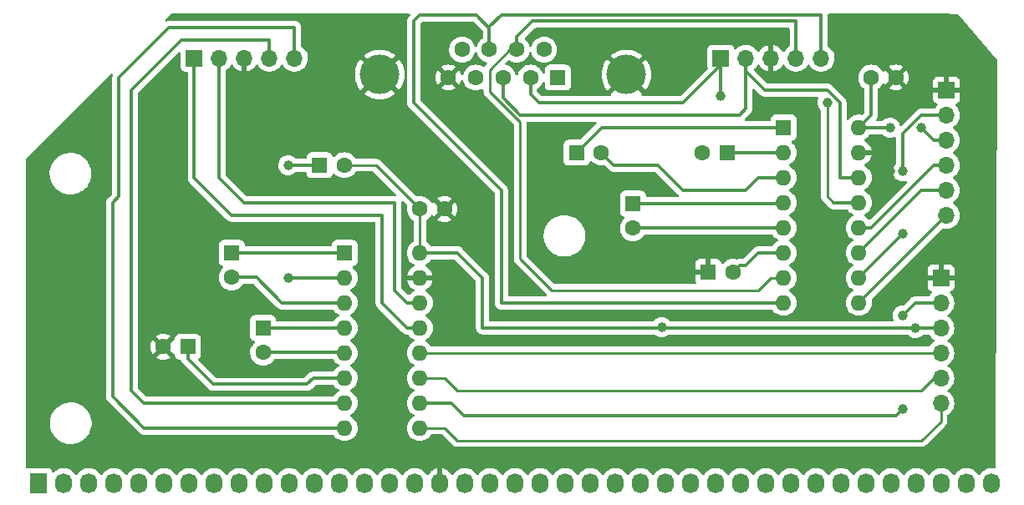
<source format=gbl>
%TF.GenerationSoftware,KiCad,Pcbnew,6.0.11-3.fc36*%
%TF.CreationDate,2023-07-24T20:28:09+01:00*%
%TF.ProjectId,max232_conv,6d617832-3332-45f6-936f-6e762e6b6963,0.1a*%
%TF.SameCoordinates,Original*%
%TF.FileFunction,Copper,L2,Bot*%
%TF.FilePolarity,Positive*%
%FSLAX46Y46*%
G04 Gerber Fmt 4.6, Leading zero omitted, Abs format (unit mm)*
G04 Created by KiCad (PCBNEW 6.0.11-3.fc36) date 2023-07-24 20:28:09*
%MOMM*%
%LPD*%
G01*
G04 APERTURE LIST*
%TA.AperFunction,ComponentPad*%
%ADD10R,1.727200X2.032000*%
%TD*%
%TA.AperFunction,ComponentPad*%
%ADD11O,1.727200X2.032000*%
%TD*%
%TA.AperFunction,ComponentPad*%
%ADD12R,1.700000X1.700000*%
%TD*%
%TA.AperFunction,ComponentPad*%
%ADD13O,1.700000X1.700000*%
%TD*%
%TA.AperFunction,ComponentPad*%
%ADD14R,1.600000X1.600000*%
%TD*%
%TA.AperFunction,ComponentPad*%
%ADD15C,1.600000*%
%TD*%
%TA.AperFunction,ComponentPad*%
%ADD16C,4.000000*%
%TD*%
%TA.AperFunction,ComponentPad*%
%ADD17O,1.600000X1.600000*%
%TD*%
%TA.AperFunction,ViaPad*%
%ADD18C,1.000000*%
%TD*%
%TA.AperFunction,Conductor*%
%ADD19C,0.300000*%
%TD*%
%TA.AperFunction,Conductor*%
%ADD20C,0.250000*%
%TD*%
G04 APERTURE END LIST*
D10*
%TO.P,,1*%
%TO.N,/A15*%
X155702000Y-151612600D03*
D11*
%TO.P,,2*%
%TO.N,/A14*%
X158242000Y-151612600D03*
%TO.P,,3*%
%TO.N,/A13*%
X160782000Y-151612600D03*
%TO.P,,4*%
%TO.N,/A12*%
X163322000Y-151612600D03*
%TO.P,,5*%
%TO.N,/A11*%
X165862000Y-151612600D03*
%TO.P,,6*%
%TO.N,/A10*%
X168402000Y-151612600D03*
%TO.P,,7*%
%TO.N,/A9*%
X170942000Y-151612600D03*
%TO.P,,8*%
%TO.N,/A8*%
X173482000Y-151612600D03*
%TO.P,,9*%
%TO.N,/A7*%
X176022000Y-151612600D03*
%TO.P,,10*%
%TO.N,/A6*%
X178562000Y-151612600D03*
%TO.P,,11*%
%TO.N,/A5*%
X181102000Y-151612600D03*
%TO.P,,12*%
%TO.N,/A4*%
X183642000Y-151612600D03*
%TO.P,,13*%
%TO.N,/A3*%
X186182000Y-151612600D03*
%TO.P,,14*%
%TO.N,/A2*%
X188722000Y-151612600D03*
%TO.P,,15*%
%TO.N,/A1*%
X191262000Y-151612600D03*
%TO.P,,16*%
%TO.N,/A0*%
X193802000Y-151612600D03*
%TO.P,,17*%
%TO.N,GND*%
X196342000Y-151612600D03*
%TO.P,,18*%
%TO.N,VCC*%
X198882000Y-151612600D03*
%TO.P,,19*%
%TO.N,M1*%
X201422000Y-151612600D03*
%TO.P,,20*%
%TO.N,RESET*%
X203962000Y-151612600D03*
%TO.P,,21*%
%TO.N,CLK*%
X206502000Y-151612600D03*
%TO.P,,22*%
%TO.N,INT*%
X209042000Y-151612600D03*
%TO.P,,23*%
%TO.N,MREQ*%
X211582000Y-151612600D03*
%TO.P,,24*%
%TO.N,WR*%
X214122000Y-151612600D03*
%TO.P,,25*%
%TO.N,RD*%
X216662000Y-151612600D03*
%TO.P,,26*%
%TO.N,IOREQ*%
X219202000Y-151612600D03*
%TO.P,,27*%
%TO.N,/D0*%
X221742000Y-151612600D03*
%TO.P,,28*%
%TO.N,/D1*%
X224282000Y-151612600D03*
%TO.P,,29*%
%TO.N,/D2*%
X226822000Y-151612600D03*
%TO.P,,30*%
%TO.N,/D3*%
X229362000Y-151612600D03*
%TO.P,,31*%
%TO.N,/D4*%
X231902000Y-151612600D03*
%TO.P,,32*%
%TO.N,/D5*%
X234442000Y-151612600D03*
%TO.P,,33*%
%TO.N,/D6*%
X236982000Y-151612600D03*
%TO.P,,34*%
%TO.N,/D7*%
X239522000Y-151612600D03*
%TO.P,,35*%
%TO.N,Net-(Con1-Pad35)*%
X242062000Y-151612600D03*
%TO.P,,36*%
%TO.N,Net-(Con1-Pad36)*%
X244602000Y-151612600D03*
%TO.P,,37*%
%TO.N,Net-(Con1-Pad37)*%
X247142000Y-151612600D03*
%TO.P,,38*%
%TO.N,Net-(Con1-Pad38)*%
X249682000Y-151612600D03*
%TO.P,,39*%
%TO.N,Net-(Con1-Pad39)*%
X252222000Y-151612600D03*
%TD*%
D12*
%TO.P,J2,1,Pin_1*%
%TO.N,Net-(J2-Pad1)*%
X224795000Y-108515000D03*
D13*
%TO.P,J2,2,Pin_2*%
%TO.N,Net-(J2-Pad2)*%
X227335000Y-108515000D03*
%TO.P,J2,3,Pin_3*%
%TO.N,GND*%
X229875000Y-108515000D03*
%TO.P,J2,4,Pin_4*%
%TO.N,Net-(J2-Pad4)*%
X232415000Y-108515000D03*
%TO.P,J2,5,Pin_5*%
%TO.N,Net-(J2-Pad5)*%
X234955000Y-108515000D03*
%TD*%
D14*
%TO.P,C4,1*%
%TO.N,Net-(C4-Pad1)*%
X225425000Y-118110000D03*
D15*
%TO.P,C4,2*%
%TO.N,+5V*%
X222925000Y-118110000D03*
%TD*%
%TO.P,C10,1*%
%TO.N,+5V*%
X240030000Y-110490000D03*
%TO.P,C10,2*%
%TO.N,GND*%
X242530000Y-110490000D03*
%TD*%
D14*
%TO.P,C7,1*%
%TO.N,Net-(C7-Pad1)*%
X170815000Y-137795000D03*
D15*
%TO.P,C7,2*%
%TO.N,GND*%
X168315000Y-137795000D03*
%TD*%
D14*
%TO.P,C6,1*%
%TO.N,Net-(C6-Pad1)*%
X178435000Y-135890000D03*
D15*
%TO.P,C6,2*%
%TO.N,Net-(C6-Pad2)*%
X178435000Y-138390000D03*
%TD*%
D16*
%TO.P,J5,0,PAD*%
%TO.N,GND*%
X215240000Y-110190000D03*
X190240000Y-110190000D03*
D14*
%TO.P,J5,1,1*%
%TO.N,unconnected-(J5-Pad1)*%
X208280000Y-110490000D03*
D15*
%TO.P,J5,2,2*%
%TO.N,Net-(J2-Pad1)*%
X205510000Y-110490000D03*
%TO.P,J5,3,3*%
%TO.N,Net-(J2-Pad2)*%
X202740000Y-110490000D03*
%TO.P,J5,4,4*%
%TO.N,unconnected-(J5-Pad4)*%
X199970000Y-110490000D03*
%TO.P,J5,5,5*%
%TO.N,GND*%
X197200000Y-110490000D03*
%TO.P,J5,6,6*%
%TO.N,unconnected-(J5-Pad6)*%
X206895000Y-107650000D03*
%TO.P,J5,7,7*%
%TO.N,Net-(J2-Pad4)*%
X204125000Y-107650000D03*
%TO.P,J5,8,8*%
%TO.N,Net-(J2-Pad5)*%
X201355000Y-107650000D03*
%TO.P,J5,9,9*%
%TO.N,unconnected-(J5-Pad9)*%
X198585000Y-107650000D03*
%TD*%
D14*
%TO.P,U1,1,C1+*%
%TO.N,Net-(C1-Pad1)*%
X231150000Y-115560000D03*
D17*
%TO.P,U1,2,VS+*%
%TO.N,Net-(C4-Pad1)*%
X231150000Y-118100000D03*
%TO.P,U1,3,C1-*%
%TO.N,Net-(C1-Pad2)*%
X231150000Y-120640000D03*
%TO.P,U1,4,C2+*%
%TO.N,Net-(C2-Pad1)*%
X231150000Y-123180000D03*
%TO.P,U1,5,C2-*%
%TO.N,Net-(C2-Pad2)*%
X231150000Y-125720000D03*
%TO.P,U1,6,VS-*%
%TO.N,Net-(U1-Pad6)*%
X231150000Y-128260000D03*
%TO.P,U1,7,T2OUT*%
%TO.N,Net-(J2-Pad4)*%
X231150000Y-130800000D03*
%TO.P,U1,8,R2IN*%
%TO.N,Net-(J2-Pad5)*%
X231150000Y-133340000D03*
%TO.P,U1,9,R2OUT*%
%TO.N,Net-(J1-Pad6)*%
X238770000Y-133340000D03*
%TO.P,U1,10,T2IN*%
%TO.N,Net-(J1-Pad2)*%
X238770000Y-130800000D03*
%TO.P,U1,11,T1IN*%
%TO.N,Net-(J1-Pad5)*%
X238770000Y-128260000D03*
%TO.P,U1,12,R1OUT*%
%TO.N,Net-(J1-Pad4)*%
X238770000Y-125720000D03*
%TO.P,U1,13,R1IN*%
%TO.N,Net-(J2-Pad1)*%
X238770000Y-123180000D03*
%TO.P,U1,14,T1OUT*%
%TO.N,Net-(J2-Pad2)*%
X238770000Y-120640000D03*
%TO.P,U1,15,GND*%
%TO.N,GND*%
X238770000Y-118100000D03*
%TO.P,U1,16,VCC*%
%TO.N,+5V*%
X238770000Y-115560000D03*
%TD*%
D12*
%TO.P,J4,1,Pin_1*%
%TO.N,Net-(J4-Pad1)*%
X171455000Y-108515000D03*
D13*
%TO.P,J4,2,Pin_2*%
%TO.N,Net-(J4-Pad2)*%
X173995000Y-108515000D03*
%TO.P,J4,3,Pin_3*%
%TO.N,GND*%
X176535000Y-108515000D03*
%TO.P,J4,4,Pin_4*%
%TO.N,Net-(J4-Pad4)*%
X179075000Y-108515000D03*
%TO.P,J4,5,Pin_5*%
%TO.N,Net-(J4-Pad5)*%
X181615000Y-108515000D03*
%TD*%
D14*
%TO.P,U2,1,C1+*%
%TO.N,Net-(C5-Pad1)*%
X186690000Y-128270000D03*
D17*
%TO.P,U2,2,VS+*%
%TO.N,Net-(C8-Pad1)*%
X186690000Y-130810000D03*
%TO.P,U2,3,C1-*%
%TO.N,Net-(C5-Pad2)*%
X186690000Y-133350000D03*
%TO.P,U2,4,C2+*%
%TO.N,Net-(C6-Pad1)*%
X186690000Y-135890000D03*
%TO.P,U2,5,C2-*%
%TO.N,Net-(C6-Pad2)*%
X186690000Y-138430000D03*
%TO.P,U2,6,VS-*%
%TO.N,Net-(C7-Pad1)*%
X186690000Y-140970000D03*
%TO.P,U2,7,T2OUT*%
%TO.N,Net-(J4-Pad4)*%
X186690000Y-143510000D03*
%TO.P,U2,8,R2IN*%
%TO.N,Net-(J4-Pad5)*%
X186690000Y-146050000D03*
%TO.P,U2,9,R2OUT*%
%TO.N,Net-(J3-Pad6)*%
X194310000Y-146050000D03*
%TO.P,U2,10,T2IN*%
%TO.N,Net-(J3-Pad2)*%
X194310000Y-143510000D03*
%TO.P,U2,11,T1IN*%
%TO.N,Net-(J3-Pad5)*%
X194310000Y-140970000D03*
%TO.P,U2,12,R1OUT*%
%TO.N,Net-(J3-Pad4)*%
X194310000Y-138430000D03*
%TO.P,U2,13,R1IN*%
%TO.N,Net-(J4-Pad1)*%
X194310000Y-135890000D03*
%TO.P,U2,14,T1OUT*%
%TO.N,Net-(J4-Pad2)*%
X194310000Y-133350000D03*
%TO.P,U2,15,GND*%
%TO.N,GND*%
X194310000Y-130810000D03*
%TO.P,U2,16,VCC*%
%TO.N,+5V*%
X194310000Y-128270000D03*
%TD*%
D14*
%TO.P,C2,1*%
%TO.N,Net-(C2-Pad1)*%
X215900000Y-123277621D03*
D15*
%TO.P,C2,2*%
%TO.N,Net-(C2-Pad2)*%
X215900000Y-125777621D03*
%TD*%
D12*
%TO.P,J3,1,Pin_1*%
%TO.N,GND*%
X247085000Y-130810000D03*
D13*
%TO.P,J3,2,Pin_2*%
%TO.N,Net-(J3-Pad2)*%
X247085000Y-133350000D03*
%TO.P,J3,3,Pin_3*%
%TO.N,+5V*%
X247085000Y-135890000D03*
%TO.P,J3,4,Pin_4*%
%TO.N,Net-(J3-Pad4)*%
X247085000Y-138430000D03*
%TO.P,J3,5,Pin_5*%
%TO.N,Net-(J3-Pad5)*%
X247085000Y-140970000D03*
%TO.P,J3,6,Pin_6*%
%TO.N,Net-(J3-Pad6)*%
X247085000Y-143510000D03*
%TD*%
D14*
%TO.P,C8,1*%
%TO.N,Net-(C8-Pad1)*%
X184150000Y-119380000D03*
D15*
%TO.P,C8,2*%
%TO.N,+5V*%
X186650000Y-119380000D03*
%TD*%
D14*
%TO.P,C1,1*%
%TO.N,Net-(C1-Pad1)*%
X210185000Y-118110000D03*
D15*
%TO.P,C1,2*%
%TO.N,Net-(C1-Pad2)*%
X212685000Y-118110000D03*
%TD*%
D12*
%TO.P,J1,1,Pin_1*%
%TO.N,GND*%
X247650000Y-111760000D03*
D13*
%TO.P,J1,2,Pin_2*%
%TO.N,Net-(J1-Pad2)*%
X247650000Y-114300000D03*
%TO.P,J1,3,Pin_3*%
%TO.N,+5V*%
X247650000Y-116840000D03*
%TO.P,J1,4,Pin_4*%
%TO.N,Net-(J1-Pad4)*%
X247650000Y-119380000D03*
%TO.P,J1,5,Pin_5*%
%TO.N,Net-(J1-Pad5)*%
X247650000Y-121920000D03*
%TO.P,J1,6,Pin_6*%
%TO.N,Net-(J1-Pad6)*%
X247650000Y-124460000D03*
%TD*%
D14*
%TO.P,C5,1*%
%TO.N,Net-(C5-Pad1)*%
X175260000Y-128270000D03*
D15*
%TO.P,C5,2*%
%TO.N,Net-(C5-Pad2)*%
X175260000Y-130770000D03*
%TD*%
%TO.P,C9,1*%
%TO.N,+5V*%
X194310000Y-123825000D03*
%TO.P,C9,2*%
%TO.N,GND*%
X196810000Y-123825000D03*
%TD*%
D14*
%TO.P,C3,1*%
%TO.N,GND*%
X223517621Y-130200000D03*
D15*
%TO.P,C3,2*%
%TO.N,Net-(U1-Pad6)*%
X226017621Y-130200000D03*
%TD*%
D18*
%TO.N,GND*%
X241935000Y-120015000D03*
X241935391Y-132690582D03*
%TO.N,+5V*%
X245110000Y-115570000D03*
X241935000Y-115570000D03*
X218800000Y-135800000D03*
X244510000Y-135890000D03*
%TO.N,Net-(C8-Pad1)*%
X180975000Y-130810000D03*
X180975000Y-119380000D03*
%TO.N,Net-(J1-Pad2)*%
X243205000Y-120015000D03*
X243205000Y-126365000D03*
%TO.N,Net-(J2-Pad1)*%
X235585000Y-113030000D03*
X224790000Y-112395000D03*
%TO.N,Net-(J3-Pad2)*%
X243205000Y-144145000D03*
X243205000Y-134620000D03*
%TD*%
D19*
%TO.N,GND*%
X241935000Y-118110000D02*
X241935000Y-120015000D01*
X238770000Y-118100000D02*
X241925000Y-118100000D01*
X243815973Y-130810000D02*
X247085000Y-130810000D01*
X241935391Y-132690582D02*
X243815973Y-130810000D01*
X241925000Y-118100000D02*
X241935000Y-118110000D01*
%TO.N,Net-(C1-Pad1)*%
X231150000Y-115560000D02*
X212735000Y-115560000D01*
X212735000Y-115560000D02*
X210185000Y-118110000D01*
%TO.N,Net-(C1-Pad2)*%
X212685000Y-118110000D02*
X213955000Y-119380000D01*
X213955000Y-119380000D02*
X218440000Y-119380000D01*
X218440000Y-119380000D02*
X220980000Y-121920000D01*
X228610000Y-120640000D02*
X231150000Y-120640000D01*
X220980000Y-121920000D02*
X227330000Y-121920000D01*
X227330000Y-121920000D02*
X228610000Y-120640000D01*
%TO.N,Net-(C2-Pad1)*%
X231052379Y-123277621D02*
X231150000Y-123180000D01*
X215900000Y-123277621D02*
X231052379Y-123277621D01*
%TO.N,Net-(C2-Pad2)*%
X215900000Y-125777621D02*
X231092379Y-125777621D01*
X231092379Y-125777621D02*
X231150000Y-125720000D01*
%TO.N,Net-(U1-Pad6)*%
X228610000Y-128260000D02*
X231150000Y-128260000D01*
X226695000Y-129540000D02*
X227330000Y-129540000D01*
X227330000Y-129540000D02*
X228610000Y-128260000D01*
X226060000Y-130175000D02*
X226695000Y-129540000D01*
%TO.N,Net-(C4-Pad1)*%
X225425000Y-118110000D02*
X228600000Y-118110000D01*
X228610000Y-118100000D02*
X231150000Y-118100000D01*
X228600000Y-118110000D02*
X228610000Y-118100000D01*
%TO.N,+5V*%
X241925000Y-115560000D02*
X241935000Y-115570000D01*
X246380000Y-116840000D02*
X247650000Y-116840000D01*
X200660000Y-130810000D02*
X198120000Y-128270000D01*
X245110000Y-115570000D02*
X246380000Y-116840000D01*
X247085000Y-135890000D02*
X244510000Y-135890000D01*
X198120000Y-128270000D02*
X194310000Y-128270000D01*
X244510000Y-135890000D02*
X200660000Y-135890000D01*
D20*
X194310000Y-123825000D02*
X189865000Y-119380000D01*
X189865000Y-119380000D02*
X186650000Y-119380000D01*
D19*
X240030000Y-114300000D02*
X238770000Y-115560000D01*
D20*
X194310000Y-123825000D02*
X194310000Y-128270000D01*
D19*
X240030000Y-110490000D02*
X240030000Y-114300000D01*
X238770000Y-115560000D02*
X241925000Y-115560000D01*
X200660000Y-135890000D02*
X200660000Y-130810000D01*
%TO.N,Net-(C5-Pad1)*%
X175260000Y-128270000D02*
X186690000Y-128270000D01*
%TO.N,Net-(C5-Pad2)*%
X177760000Y-130770000D02*
X180340000Y-133350000D01*
X180340000Y-133350000D02*
X186690000Y-133350000D01*
X175260000Y-130770000D02*
X177760000Y-130770000D01*
%TO.N,Net-(C6-Pad1)*%
X178435000Y-135890000D02*
X186690000Y-135890000D01*
%TO.N,Net-(C6-Pad2)*%
X186650000Y-138390000D02*
X186690000Y-138430000D01*
X178435000Y-138390000D02*
X186650000Y-138390000D01*
%TO.N,Net-(C7-Pad1)*%
X170815000Y-137795000D02*
X170815000Y-139065000D01*
X182880000Y-141605000D02*
X183515000Y-140970000D01*
X183515000Y-140970000D02*
X186690000Y-140970000D01*
X170815000Y-139065000D02*
X173355000Y-141605000D01*
X173355000Y-141605000D02*
X182880000Y-141605000D01*
%TO.N,Net-(C8-Pad1)*%
X180975000Y-130810000D02*
X186690000Y-130810000D01*
X184150000Y-119380000D02*
X180975000Y-119380000D01*
%TO.N,Net-(J1-Pad2)*%
X247650000Y-114300000D02*
X245110000Y-114300000D01*
X243205000Y-116205000D02*
X243205000Y-120015000D01*
X243205000Y-126365000D02*
X238770000Y-130800000D01*
X245110000Y-114300000D02*
X243205000Y-116205000D01*
%TO.N,Net-(J1-Pad4)*%
X246380000Y-119380000D02*
X247650000Y-119380000D01*
X240040000Y-125720000D02*
X246380000Y-119380000D01*
X238770000Y-125720000D02*
X240040000Y-125720000D01*
%TO.N,Net-(J1-Pad5)*%
X238770000Y-128260000D02*
X245110000Y-121920000D01*
X245110000Y-121920000D02*
X247650000Y-121920000D01*
%TO.N,Net-(J1-Pad6)*%
X238770000Y-133340000D02*
X247650000Y-124460000D01*
D20*
%TO.N,Net-(J2-Pad1)*%
X235585000Y-113030000D02*
X235585000Y-122555000D01*
D19*
X224795000Y-109215000D02*
X224795000Y-108515000D01*
X224795000Y-112390000D02*
X224790000Y-112395000D01*
D20*
X235585000Y-122555000D02*
X236220000Y-123190000D01*
D19*
X206375000Y-113030000D02*
X220980000Y-113030000D01*
D20*
X236230000Y-123180000D02*
X238770000Y-123180000D01*
D19*
X220980000Y-113030000D02*
X224795000Y-109215000D01*
X236210000Y-123180000D02*
X238770000Y-123180000D01*
D20*
X236220000Y-123190000D02*
X236230000Y-123180000D01*
D19*
X205510000Y-112165000D02*
X206375000Y-113030000D01*
X205510000Y-110490000D02*
X205510000Y-112165000D01*
X224795000Y-108515000D02*
X224795000Y-112390000D01*
%TO.N,Net-(J2-Pad2)*%
X226695000Y-114300000D02*
X227330000Y-113665000D01*
X202740000Y-112570000D02*
X204470000Y-114300000D01*
X236855000Y-120650000D02*
X236865000Y-120640000D01*
X227330000Y-113665000D02*
X227330000Y-109855000D01*
X229235000Y-111760000D02*
X235585000Y-111760000D01*
X238770000Y-120640000D02*
X238760000Y-120650000D01*
X236865000Y-120640000D02*
X238770000Y-120640000D01*
X227335000Y-108515000D02*
X227335000Y-109850000D01*
X235585000Y-111760000D02*
X236855000Y-113030000D01*
X204470000Y-114300000D02*
X226695000Y-114300000D01*
X236855000Y-113030000D02*
X236855000Y-120650000D01*
X227330000Y-109855000D02*
X229235000Y-111760000D01*
X202740000Y-110490000D02*
X202740000Y-112570000D01*
D20*
%TO.N,Net-(J2-Pad4)*%
X229880000Y-130800000D02*
X228600000Y-132080000D01*
D19*
X204125000Y-106390000D02*
X205740000Y-104775000D01*
D20*
X204470000Y-128905000D02*
X204470000Y-114971752D01*
D19*
X232410000Y-104775000D02*
X232415000Y-104780000D01*
X232415000Y-104780000D02*
X232415000Y-108515000D01*
X204125000Y-107650000D02*
X204125000Y-106390000D01*
D20*
X201400000Y-109695000D02*
X203445000Y-107650000D01*
X207645000Y-132080000D02*
X204470000Y-128905000D01*
X231150000Y-130800000D02*
X229880000Y-130800000D01*
X228600000Y-132080000D02*
X207645000Y-132080000D01*
D19*
X205740000Y-104775000D02*
X232410000Y-104775000D01*
D20*
X203445000Y-107650000D02*
X204125000Y-107650000D01*
X201400000Y-111901752D02*
X201400000Y-109695000D01*
X204470000Y-114971752D02*
X201400000Y-111901752D01*
D19*
%TO.N,Net-(J2-Pad5)*%
X234955000Y-104145000D02*
X234955000Y-108515000D01*
X200025000Y-104140000D02*
X194310000Y-104140000D01*
X202565000Y-104140000D02*
X234950000Y-104140000D01*
X202575000Y-133340000D02*
X231150000Y-133340000D01*
X201355000Y-105470000D02*
X200025000Y-104140000D01*
X202565000Y-121920000D02*
X202565000Y-133350000D01*
X193675000Y-113030000D02*
X202565000Y-121920000D01*
X193675000Y-104775000D02*
X193675000Y-113030000D01*
X201355000Y-107650000D02*
X201355000Y-105350000D01*
X194310000Y-104140000D02*
X193675000Y-104775000D01*
X234950000Y-104140000D02*
X234955000Y-104145000D01*
X201355000Y-107650000D02*
X201355000Y-105470000D01*
X201355000Y-105350000D02*
X202565000Y-104140000D01*
X202565000Y-133350000D02*
X202575000Y-133340000D01*
%TO.N,Net-(J3-Pad2)*%
X243205000Y-134620000D02*
X244475000Y-133350000D01*
X197485000Y-143510000D02*
X198755000Y-144780000D01*
X242570000Y-144780000D02*
X243205000Y-144145000D01*
X194310000Y-143510000D02*
X197485000Y-143510000D01*
X244475000Y-133350000D02*
X247085000Y-133350000D01*
X198755000Y-144780000D02*
X242570000Y-144780000D01*
D20*
%TO.N,Net-(J3-Pad4)*%
X194310000Y-138430000D02*
X218770000Y-138430000D01*
X218770000Y-138430000D02*
X247085000Y-138430000D01*
%TO.N,Net-(J3-Pad5)*%
X198120000Y-142240000D02*
X245110000Y-142240000D01*
X196850000Y-140970000D02*
X198120000Y-142240000D01*
X245110000Y-142240000D02*
X246380000Y-140970000D01*
X194310000Y-140970000D02*
X196850000Y-140970000D01*
X246380000Y-140970000D02*
X247085000Y-140970000D01*
%TO.N,Net-(J3-Pad6)*%
X247085000Y-145345000D02*
X247085000Y-143510000D01*
X245110000Y-147320000D02*
X247085000Y-145345000D01*
X196850000Y-146050000D02*
X198120000Y-147320000D01*
X194310000Y-146050000D02*
X196850000Y-146050000D01*
X198120000Y-147320000D02*
X245110000Y-147320000D01*
D19*
%TO.N,Net-(J4-Pad1)*%
X193040000Y-135890000D02*
X194310000Y-135890000D01*
X190500000Y-124460000D02*
X190500000Y-133350000D01*
X175260000Y-124460000D02*
X190500000Y-124460000D01*
X190500000Y-133350000D02*
X193040000Y-135890000D01*
X171455000Y-120655000D02*
X175260000Y-124460000D01*
X171455000Y-108515000D02*
X171455000Y-120655000D01*
%TO.N,Net-(J4-Pad2)*%
X176530000Y-123190000D02*
X191770000Y-123190000D01*
X191770000Y-123190000D02*
X191770000Y-132080000D01*
X193040000Y-133350000D02*
X194310000Y-133350000D01*
X173995000Y-119375000D02*
X173990000Y-119380000D01*
X173995000Y-108515000D02*
X173995000Y-119375000D01*
X173990000Y-119380000D02*
X173990000Y-120650000D01*
X191770000Y-132080000D02*
X193040000Y-133350000D01*
X173990000Y-120650000D02*
X176530000Y-123190000D01*
%TO.N,Net-(J4-Pad4)*%
X166370000Y-143510000D02*
X186690000Y-143510000D01*
X179075000Y-106685000D02*
X179070000Y-106680000D01*
X179075000Y-108515000D02*
X179075000Y-106685000D01*
X170180000Y-106680000D02*
X165100000Y-111760000D01*
X179070000Y-106680000D02*
X170180000Y-106680000D01*
X165100000Y-142240000D02*
X166370000Y-143510000D01*
X165100000Y-111760000D02*
X165100000Y-142240000D01*
%TO.N,Net-(J4-Pad5)*%
X163195000Y-142875000D02*
X166370000Y-146050000D01*
X163195000Y-123190000D02*
X163195000Y-142875000D01*
X181615000Y-105415000D02*
X181610000Y-105410000D01*
X181615000Y-108515000D02*
X181615000Y-105415000D01*
X163830000Y-122555000D02*
X163195000Y-123190000D01*
X181610000Y-105410000D02*
X168910000Y-105410000D01*
X163830000Y-110490000D02*
X163830000Y-122555000D01*
X168910000Y-105410000D02*
X163830000Y-110490000D01*
X166370000Y-146050000D02*
X186690000Y-146050000D01*
%TD*%
%TA.AperFunction,Conductor*%
%TO.N,GND*%
G36*
X193269171Y-104033502D02*
G01*
X193315664Y-104087158D01*
X193325768Y-104157432D01*
X193296274Y-104222012D01*
X193290145Y-104228595D01*
X193267395Y-104251345D01*
X193258615Y-104259335D01*
X193258613Y-104259337D01*
X193251920Y-104263584D01*
X193246494Y-104269362D01*
X193246493Y-104269363D01*
X193203396Y-104315257D01*
X193200641Y-104318099D01*
X193180073Y-104338667D01*
X193177356Y-104342170D01*
X193169648Y-104351195D01*
X193138028Y-104384867D01*
X193134207Y-104391818D01*
X193134206Y-104391819D01*
X193127697Y-104403658D01*
X193116843Y-104420182D01*
X193109018Y-104430271D01*
X193103696Y-104437132D01*
X193100549Y-104444404D01*
X193100548Y-104444406D01*
X193085346Y-104479535D01*
X193080124Y-104490195D01*
X193057876Y-104530663D01*
X193052541Y-104551441D01*
X193046142Y-104570131D01*
X193037620Y-104589824D01*
X193030687Y-104633596D01*
X193030394Y-104635448D01*
X193027987Y-104647071D01*
X193016500Y-104691812D01*
X193016500Y-104713259D01*
X193014949Y-104732969D01*
X193011594Y-104754152D01*
X193015616Y-104796695D01*
X193015941Y-104800138D01*
X193016500Y-104811996D01*
X193016500Y-112947944D01*
X193015941Y-112959800D01*
X193014212Y-112967537D01*
X193014735Y-112984181D01*
X193016438Y-113038369D01*
X193016500Y-113042327D01*
X193016500Y-113071432D01*
X193017056Y-113075832D01*
X193017988Y-113087664D01*
X193019438Y-113133831D01*
X193021650Y-113141444D01*
X193021650Y-113141445D01*
X193025419Y-113154416D01*
X193029430Y-113173782D01*
X193032118Y-113195064D01*
X193035034Y-113202429D01*
X193035035Y-113202433D01*
X193049126Y-113238021D01*
X193052965Y-113249231D01*
X193065855Y-113293600D01*
X193076775Y-113312065D01*
X193085466Y-113329805D01*
X193093365Y-113349756D01*
X193119312Y-113385469D01*
X193120516Y-113387126D01*
X193127033Y-113397048D01*
X193146507Y-113429977D01*
X193146510Y-113429981D01*
X193150547Y-113436807D01*
X193165711Y-113451971D01*
X193178551Y-113467004D01*
X193191159Y-113484357D01*
X193226752Y-113513802D01*
X193235532Y-113521792D01*
X201869595Y-122155855D01*
X201903621Y-122218167D01*
X201906500Y-122244950D01*
X201906500Y-133288259D01*
X201904949Y-133307969D01*
X201901594Y-133329152D01*
X201902620Y-133340000D01*
X201905941Y-133375138D01*
X201906500Y-133386996D01*
X201906500Y-133391432D01*
X201906997Y-133395366D01*
X201910149Y-133420324D01*
X201910583Y-133424254D01*
X201917251Y-133494789D01*
X201919936Y-133502248D01*
X201920131Y-133503363D01*
X201920793Y-133506121D01*
X201921122Y-133507191D01*
X201921125Y-133507201D01*
X201922118Y-133515064D01*
X201947071Y-133578087D01*
X201948204Y-133580949D01*
X201949603Y-133584652D01*
X201970618Y-133643023D01*
X201973608Y-133651329D01*
X201978063Y-133657885D01*
X201978531Y-133658921D01*
X201979854Y-133661420D01*
X201980445Y-133662384D01*
X201980449Y-133662390D01*
X201983365Y-133669756D01*
X201988021Y-133676165D01*
X201988022Y-133676166D01*
X202025011Y-133727077D01*
X202027286Y-133730314D01*
X202062667Y-133782375D01*
X202062670Y-133782379D01*
X202067126Y-133788935D01*
X202073072Y-133794177D01*
X202073772Y-133795051D01*
X202075697Y-133797166D01*
X202076499Y-133797943D01*
X202081159Y-133804357D01*
X202135785Y-133849547D01*
X202138762Y-133852090D01*
X202191926Y-133898961D01*
X202198991Y-133902561D01*
X202199896Y-133903240D01*
X202202263Y-133904796D01*
X202203249Y-133905358D01*
X202209354Y-133910409D01*
X202216523Y-133913783D01*
X202216530Y-133913787D01*
X202273508Y-133940600D01*
X202277059Y-133942339D01*
X202329576Y-133969097D01*
X202340168Y-133974494D01*
X202347897Y-133976221D01*
X202348942Y-133976654D01*
X202351629Y-133977574D01*
X202352718Y-133977872D01*
X202352722Y-133977873D01*
X202359895Y-133981249D01*
X202429529Y-133994532D01*
X202433369Y-133995327D01*
X202502537Y-134010788D01*
X202510456Y-134010539D01*
X202510461Y-134010540D01*
X202511586Y-134010700D01*
X202514400Y-134010921D01*
X202515522Y-134010939D01*
X202515544Y-134010940D01*
X202523324Y-134012424D01*
X202594052Y-134007974D01*
X202597966Y-134007789D01*
X202635815Y-134006600D01*
X202660914Y-134005811D01*
X202660916Y-134005811D01*
X202668831Y-134005562D01*
X202676436Y-134003353D01*
X202676454Y-134003350D01*
X202677573Y-134003226D01*
X202680352Y-134002741D01*
X202681461Y-134002475D01*
X202689371Y-134001977D01*
X202694271Y-134000385D01*
X202714207Y-133998500D01*
X229948112Y-133998500D01*
X230016233Y-134018502D01*
X230051324Y-134052228D01*
X230099958Y-134121685D01*
X230126080Y-134158990D01*
X230143802Y-134184300D01*
X230305700Y-134346198D01*
X230310208Y-134349355D01*
X230310211Y-134349357D01*
X230369931Y-134391173D01*
X230493251Y-134477523D01*
X230498233Y-134479846D01*
X230498238Y-134479849D01*
X230695775Y-134571961D01*
X230700757Y-134574284D01*
X230706065Y-134575706D01*
X230706067Y-134575707D01*
X230916598Y-134632119D01*
X230916600Y-134632119D01*
X230921913Y-134633543D01*
X231150000Y-134653498D01*
X231378087Y-134633543D01*
X231383400Y-134632119D01*
X231383402Y-134632119D01*
X231593933Y-134575707D01*
X231593935Y-134575706D01*
X231599243Y-134574284D01*
X231604225Y-134571961D01*
X231801762Y-134479849D01*
X231801767Y-134479846D01*
X231806749Y-134477523D01*
X231930069Y-134391173D01*
X231989789Y-134349357D01*
X231989792Y-134349355D01*
X231994300Y-134346198D01*
X232156198Y-134184300D01*
X232173921Y-134158990D01*
X232245841Y-134056277D01*
X232287523Y-133996749D01*
X232289846Y-133991767D01*
X232289849Y-133991762D01*
X232381961Y-133794225D01*
X232381961Y-133794224D01*
X232384284Y-133789243D01*
X232387859Y-133775903D01*
X232442119Y-133573402D01*
X232442119Y-133573400D01*
X232443543Y-133568087D01*
X232463498Y-133340000D01*
X232443543Y-133111913D01*
X232434252Y-133077240D01*
X232385707Y-132896067D01*
X232385706Y-132896065D01*
X232384284Y-132890757D01*
X232381961Y-132885775D01*
X232289849Y-132688238D01*
X232289846Y-132688233D01*
X232287523Y-132683251D01*
X232203467Y-132563207D01*
X232159357Y-132500211D01*
X232159355Y-132500208D01*
X232156198Y-132495700D01*
X231994300Y-132333802D01*
X231989792Y-132330645D01*
X231989789Y-132330643D01*
X231825539Y-132215634D01*
X231806749Y-132202477D01*
X231801767Y-132200154D01*
X231801762Y-132200151D01*
X231767543Y-132184195D01*
X231714258Y-132137278D01*
X231694797Y-132069001D01*
X231715339Y-132001041D01*
X231767543Y-131955805D01*
X231801762Y-131939849D01*
X231801767Y-131939846D01*
X231806749Y-131937523D01*
X231980019Y-131816198D01*
X231989789Y-131809357D01*
X231989792Y-131809355D01*
X231994300Y-131806198D01*
X232156198Y-131644300D01*
X232160510Y-131638143D01*
X232265289Y-131488502D01*
X232287523Y-131456749D01*
X232289846Y-131451767D01*
X232289849Y-131451762D01*
X232381961Y-131254225D01*
X232381961Y-131254224D01*
X232384284Y-131249243D01*
X232387281Y-131238060D01*
X232442119Y-131033402D01*
X232442119Y-131033400D01*
X232443543Y-131028087D01*
X232463498Y-130800000D01*
X232443543Y-130571913D01*
X232439279Y-130556000D01*
X232385707Y-130356067D01*
X232385706Y-130356065D01*
X232384284Y-130350757D01*
X232372771Y-130326067D01*
X232289849Y-130148238D01*
X232289846Y-130148233D01*
X232287523Y-130143251D01*
X232199633Y-130017732D01*
X232159357Y-129960211D01*
X232159355Y-129960208D01*
X232156198Y-129955700D01*
X231994300Y-129793802D01*
X231989792Y-129790645D01*
X231989789Y-129790643D01*
X231821030Y-129672477D01*
X231806749Y-129662477D01*
X231801767Y-129660154D01*
X231801762Y-129660151D01*
X231767543Y-129644195D01*
X231714258Y-129597278D01*
X231694797Y-129529001D01*
X231715339Y-129461041D01*
X231767543Y-129415805D01*
X231801762Y-129399849D01*
X231801767Y-129399846D01*
X231806749Y-129397523D01*
X231943208Y-129301973D01*
X231989789Y-129269357D01*
X231989792Y-129269355D01*
X231994300Y-129266198D01*
X232156198Y-129104300D01*
X232183273Y-129065634D01*
X232220479Y-129012497D01*
X232287523Y-128916749D01*
X232289846Y-128911767D01*
X232289849Y-128911762D01*
X232381961Y-128714225D01*
X232381961Y-128714224D01*
X232384284Y-128709243D01*
X232397933Y-128658307D01*
X232442119Y-128493402D01*
X232442119Y-128493400D01*
X232443543Y-128488087D01*
X232463498Y-128260000D01*
X232443543Y-128031913D01*
X232434901Y-127999661D01*
X232385707Y-127816067D01*
X232385706Y-127816065D01*
X232384284Y-127810757D01*
X232368151Y-127776159D01*
X232289849Y-127608238D01*
X232289846Y-127608233D01*
X232287523Y-127603251D01*
X232162908Y-127425283D01*
X232159357Y-127420211D01*
X232159355Y-127420208D01*
X232156198Y-127415700D01*
X231994300Y-127253802D01*
X231989792Y-127250645D01*
X231989789Y-127250643D01*
X231911611Y-127195902D01*
X231806749Y-127122477D01*
X231801767Y-127120154D01*
X231801762Y-127120151D01*
X231767543Y-127104195D01*
X231714258Y-127057278D01*
X231694797Y-126989001D01*
X231715339Y-126921041D01*
X231767543Y-126875805D01*
X231801762Y-126859849D01*
X231801767Y-126859846D01*
X231806749Y-126857523D01*
X231921492Y-126777179D01*
X231989789Y-126729357D01*
X231989792Y-126729355D01*
X231994300Y-126726198D01*
X232156198Y-126564300D01*
X232287523Y-126376749D01*
X232289846Y-126371767D01*
X232289849Y-126371762D01*
X232381961Y-126174225D01*
X232381961Y-126174224D01*
X232384284Y-126169243D01*
X232388287Y-126154306D01*
X232442119Y-125953402D01*
X232442119Y-125953400D01*
X232443543Y-125948087D01*
X232463498Y-125720000D01*
X232443543Y-125491913D01*
X232442119Y-125486598D01*
X232385707Y-125276067D01*
X232385706Y-125276065D01*
X232384284Y-125270757D01*
X232366889Y-125233453D01*
X232289849Y-125068238D01*
X232289846Y-125068233D01*
X232287523Y-125063251D01*
X232202048Y-124941181D01*
X232159357Y-124880211D01*
X232159355Y-124880208D01*
X232156198Y-124875700D01*
X231994300Y-124713802D01*
X231989792Y-124710645D01*
X231989789Y-124710643D01*
X231909600Y-124654494D01*
X231806749Y-124582477D01*
X231801767Y-124580154D01*
X231801762Y-124580151D01*
X231767543Y-124564195D01*
X231714258Y-124517278D01*
X231694797Y-124449001D01*
X231715339Y-124381041D01*
X231767543Y-124335805D01*
X231801762Y-124319849D01*
X231801767Y-124319846D01*
X231806749Y-124317523D01*
X231960726Y-124209707D01*
X231989789Y-124189357D01*
X231989792Y-124189355D01*
X231994300Y-124186198D01*
X232156198Y-124024300D01*
X232159361Y-124019784D01*
X232272291Y-123858502D01*
X232287523Y-123836749D01*
X232289846Y-123831767D01*
X232289849Y-123831762D01*
X232381961Y-123634225D01*
X232381961Y-123634224D01*
X232384284Y-123629243D01*
X232391295Y-123603080D01*
X232442119Y-123413402D01*
X232442119Y-123413400D01*
X232443543Y-123408087D01*
X232463498Y-123180000D01*
X232443543Y-122951913D01*
X232440007Y-122938716D01*
X232385707Y-122736067D01*
X232385706Y-122736065D01*
X232384284Y-122730757D01*
X232379589Y-122720688D01*
X232289849Y-122528238D01*
X232289846Y-122528233D01*
X232287523Y-122523251D01*
X232183829Y-122375161D01*
X232159357Y-122340211D01*
X232159355Y-122340208D01*
X232156198Y-122335700D01*
X231994300Y-122173802D01*
X231989792Y-122170645D01*
X231989789Y-122170643D01*
X231822227Y-122053315D01*
X231806749Y-122042477D01*
X231801767Y-122040154D01*
X231801762Y-122040151D01*
X231767543Y-122024195D01*
X231714258Y-121977278D01*
X231694797Y-121909001D01*
X231715339Y-121841041D01*
X231767543Y-121795805D01*
X231801762Y-121779849D01*
X231801767Y-121779846D01*
X231806749Y-121777523D01*
X231959185Y-121670786D01*
X231989789Y-121649357D01*
X231989792Y-121649355D01*
X231994300Y-121646198D01*
X232156198Y-121484300D01*
X232170263Y-121464214D01*
X232248675Y-121352229D01*
X232287523Y-121296749D01*
X232289846Y-121291767D01*
X232289849Y-121291762D01*
X232381961Y-121094225D01*
X232381961Y-121094224D01*
X232384284Y-121089243D01*
X232394806Y-121049977D01*
X232442119Y-120873402D01*
X232442119Y-120873400D01*
X232443543Y-120868087D01*
X232463498Y-120640000D01*
X232443543Y-120411913D01*
X232436653Y-120386198D01*
X232385707Y-120196067D01*
X232385706Y-120196065D01*
X232384284Y-120190757D01*
X232370999Y-120162267D01*
X232289849Y-119988238D01*
X232289846Y-119988233D01*
X232287523Y-119983251D01*
X232197272Y-119854359D01*
X232159357Y-119800211D01*
X232159355Y-119800208D01*
X232156198Y-119795700D01*
X231994300Y-119633802D01*
X231989792Y-119630645D01*
X231989789Y-119630643D01*
X231872568Y-119548564D01*
X231806749Y-119502477D01*
X231801767Y-119500154D01*
X231801762Y-119500151D01*
X231767543Y-119484195D01*
X231714258Y-119437278D01*
X231694797Y-119369001D01*
X231715339Y-119301041D01*
X231767543Y-119255805D01*
X231801762Y-119239849D01*
X231801767Y-119239846D01*
X231806749Y-119237523D01*
X231980019Y-119116198D01*
X231989789Y-119109357D01*
X231989792Y-119109355D01*
X231994300Y-119106198D01*
X232156198Y-118944300D01*
X232161680Y-118936472D01*
X232219671Y-118853652D01*
X232287523Y-118756749D01*
X232289846Y-118751767D01*
X232289849Y-118751762D01*
X232381961Y-118554225D01*
X232381961Y-118554224D01*
X232384284Y-118549243D01*
X232387859Y-118535903D01*
X232442119Y-118333402D01*
X232442119Y-118333400D01*
X232443543Y-118328087D01*
X232463498Y-118100000D01*
X232443543Y-117871913D01*
X232442119Y-117866598D01*
X232385707Y-117656067D01*
X232385706Y-117656065D01*
X232384284Y-117650757D01*
X232342483Y-117561113D01*
X232289849Y-117448238D01*
X232289846Y-117448233D01*
X232287523Y-117443251D01*
X232197272Y-117314359D01*
X232159357Y-117260211D01*
X232159355Y-117260208D01*
X232156198Y-117255700D01*
X231994300Y-117093802D01*
X231989789Y-117090643D01*
X231985576Y-117087108D01*
X231986527Y-117085974D01*
X231946529Y-117035929D01*
X231939224Y-116965310D01*
X231971258Y-116901951D01*
X232032462Y-116865970D01*
X232049517Y-116862918D01*
X232060316Y-116861745D01*
X232196705Y-116810615D01*
X232313261Y-116723261D01*
X232400615Y-116606705D01*
X232451745Y-116470316D01*
X232458500Y-116408134D01*
X232458500Y-114711866D01*
X232451745Y-114649684D01*
X232400615Y-114513295D01*
X232313261Y-114396739D01*
X232196705Y-114309385D01*
X232060316Y-114258255D01*
X231998134Y-114251500D01*
X230301866Y-114251500D01*
X230239684Y-114258255D01*
X230103295Y-114309385D01*
X229986739Y-114396739D01*
X229899385Y-114513295D01*
X229848255Y-114649684D01*
X229841500Y-114711866D01*
X229841500Y-114775500D01*
X229821498Y-114843621D01*
X229767842Y-114890114D01*
X229715500Y-114901500D01*
X227328950Y-114901500D01*
X227260829Y-114881498D01*
X227214336Y-114827842D01*
X227204232Y-114757568D01*
X227233726Y-114692988D01*
X227239855Y-114686405D01*
X227737605Y-114188655D01*
X227746385Y-114180665D01*
X227746387Y-114180663D01*
X227753080Y-114176416D01*
X227801605Y-114124742D01*
X227804359Y-114121901D01*
X227824927Y-114101333D01*
X227827647Y-114097826D01*
X227835353Y-114088804D01*
X227861544Y-114060913D01*
X227866972Y-114055133D01*
X227873548Y-114043171D01*
X227877303Y-114036342D01*
X227888157Y-114019818D01*
X227896445Y-114009132D01*
X227901304Y-114002868D01*
X227913342Y-113975050D01*
X227919654Y-113960465D01*
X227924876Y-113949805D01*
X227943305Y-113916284D01*
X227943306Y-113916282D01*
X227947124Y-113909337D01*
X227952459Y-113888559D01*
X227958858Y-113869869D01*
X227967380Y-113850176D01*
X227974606Y-113804552D01*
X227977013Y-113792929D01*
X227986528Y-113755868D01*
X227988500Y-113748188D01*
X227988500Y-113726741D01*
X227990051Y-113707031D01*
X227992166Y-113693677D01*
X227993406Y-113685848D01*
X227989059Y-113639859D01*
X227988500Y-113628004D01*
X227988500Y-111748950D01*
X228008502Y-111680829D01*
X228062158Y-111634336D01*
X228132432Y-111624232D01*
X228197012Y-111653726D01*
X228203595Y-111659855D01*
X228711345Y-112167605D01*
X228719335Y-112176385D01*
X228723584Y-112183080D01*
X228729362Y-112188506D01*
X228729363Y-112188507D01*
X228775257Y-112231604D01*
X228778099Y-112234359D01*
X228798667Y-112254927D01*
X228802170Y-112257644D01*
X228811195Y-112265352D01*
X228844867Y-112296972D01*
X228851818Y-112300793D01*
X228851819Y-112300794D01*
X228863658Y-112307303D01*
X228880182Y-112318157D01*
X228885742Y-112322469D01*
X228897132Y-112331304D01*
X228904404Y-112334451D01*
X228904406Y-112334452D01*
X228939535Y-112349654D01*
X228950195Y-112354876D01*
X228983200Y-112373021D01*
X228990663Y-112377124D01*
X229011441Y-112382459D01*
X229030131Y-112388858D01*
X229049824Y-112397380D01*
X229093596Y-112404313D01*
X229095448Y-112404606D01*
X229107071Y-112407013D01*
X229135072Y-112414202D01*
X229151812Y-112418500D01*
X229173259Y-112418500D01*
X229192969Y-112420051D01*
X229214152Y-112423406D01*
X229260141Y-112419059D01*
X229271996Y-112418500D01*
X234557218Y-112418500D01*
X234625339Y-112438502D01*
X234671832Y-112492158D01*
X234681936Y-112562432D01*
X234667633Y-112605201D01*
X234653567Y-112630787D01*
X234651706Y-112636654D01*
X234651705Y-112636656D01*
X234599469Y-112801326D01*
X234593765Y-112819306D01*
X234571719Y-113015851D01*
X234572235Y-113021995D01*
X234584981Y-113173784D01*
X234588268Y-113212934D01*
X234593202Y-113230141D01*
X234641062Y-113397048D01*
X234642783Y-113403050D01*
X234645602Y-113408535D01*
X234703809Y-113521792D01*
X234733187Y-113578956D01*
X234856035Y-113733953D01*
X234860728Y-113737947D01*
X234860729Y-113737948D01*
X234907163Y-113777466D01*
X234946076Y-113836848D01*
X234951500Y-113873420D01*
X234951500Y-122476233D01*
X234950973Y-122487416D01*
X234949298Y-122494909D01*
X234949547Y-122502835D01*
X234949547Y-122502836D01*
X234951438Y-122562986D01*
X234951500Y-122566945D01*
X234951500Y-122594856D01*
X234951997Y-122598790D01*
X234951997Y-122598791D01*
X234952005Y-122598856D01*
X234952938Y-122610693D01*
X234954327Y-122654889D01*
X234959978Y-122674339D01*
X234963987Y-122693700D01*
X234966526Y-122713797D01*
X234969445Y-122721168D01*
X234969445Y-122721170D01*
X234982804Y-122754912D01*
X234986649Y-122766142D01*
X234998982Y-122808593D01*
X235003015Y-122815412D01*
X235003017Y-122815417D01*
X235009293Y-122826028D01*
X235017988Y-122843776D01*
X235025448Y-122862617D01*
X235030110Y-122869033D01*
X235030110Y-122869034D01*
X235051436Y-122898387D01*
X235057952Y-122908307D01*
X235080458Y-122946362D01*
X235094779Y-122960683D01*
X235107619Y-122975716D01*
X235119528Y-122992107D01*
X235125634Y-122997158D01*
X235153605Y-123020298D01*
X235162384Y-123028288D01*
X235621716Y-123487620D01*
X235639007Y-123509201D01*
X235698584Y-123603080D01*
X235704364Y-123608508D01*
X235704365Y-123608509D01*
X235762351Y-123662961D01*
X235819867Y-123716972D01*
X235965663Y-123797124D01*
X236126812Y-123838500D01*
X237568112Y-123838500D01*
X237636233Y-123858502D01*
X237671324Y-123892228D01*
X237702058Y-123936121D01*
X237760640Y-124019784D01*
X237763802Y-124024300D01*
X237925700Y-124186198D01*
X237930208Y-124189355D01*
X237930211Y-124189357D01*
X237959274Y-124209707D01*
X238113251Y-124317523D01*
X238118233Y-124319846D01*
X238118238Y-124319849D01*
X238152457Y-124335805D01*
X238205742Y-124382722D01*
X238225203Y-124450999D01*
X238204661Y-124518959D01*
X238152457Y-124564195D01*
X238118238Y-124580151D01*
X238118233Y-124580154D01*
X238113251Y-124582477D01*
X238010400Y-124654494D01*
X237930211Y-124710643D01*
X237930208Y-124710645D01*
X237925700Y-124713802D01*
X237763802Y-124875700D01*
X237760645Y-124880208D01*
X237760643Y-124880211D01*
X237717952Y-124941181D01*
X237632477Y-125063251D01*
X237630154Y-125068233D01*
X237630151Y-125068238D01*
X237553111Y-125233453D01*
X237535716Y-125270757D01*
X237534294Y-125276065D01*
X237534293Y-125276067D01*
X237477881Y-125486598D01*
X237476457Y-125491913D01*
X237456502Y-125720000D01*
X237476457Y-125948087D01*
X237477881Y-125953400D01*
X237477881Y-125953402D01*
X237531714Y-126154306D01*
X237535716Y-126169243D01*
X237538039Y-126174224D01*
X237538039Y-126174225D01*
X237630151Y-126371762D01*
X237630154Y-126371767D01*
X237632477Y-126376749D01*
X237763802Y-126564300D01*
X237925700Y-126726198D01*
X237930208Y-126729355D01*
X237930211Y-126729357D01*
X237998508Y-126777179D01*
X238113251Y-126857523D01*
X238118233Y-126859846D01*
X238118238Y-126859849D01*
X238152457Y-126875805D01*
X238205742Y-126922722D01*
X238225203Y-126990999D01*
X238204661Y-127058959D01*
X238152457Y-127104195D01*
X238118238Y-127120151D01*
X238118233Y-127120154D01*
X238113251Y-127122477D01*
X238008389Y-127195902D01*
X237930211Y-127250643D01*
X237930208Y-127250645D01*
X237925700Y-127253802D01*
X237763802Y-127415700D01*
X237760645Y-127420208D01*
X237760643Y-127420211D01*
X237757092Y-127425283D01*
X237632477Y-127603251D01*
X237630154Y-127608233D01*
X237630151Y-127608238D01*
X237551849Y-127776159D01*
X237535716Y-127810757D01*
X237534294Y-127816065D01*
X237534293Y-127816067D01*
X237485099Y-127999661D01*
X237476457Y-128031913D01*
X237456502Y-128260000D01*
X237476457Y-128488087D01*
X237477881Y-128493400D01*
X237477881Y-128493402D01*
X237522068Y-128658307D01*
X237535716Y-128709243D01*
X237538039Y-128714224D01*
X237538039Y-128714225D01*
X237630151Y-128911762D01*
X237630154Y-128911767D01*
X237632477Y-128916749D01*
X237699521Y-129012497D01*
X237736728Y-129065634D01*
X237763802Y-129104300D01*
X237925700Y-129266198D01*
X237930208Y-129269355D01*
X237930211Y-129269357D01*
X237976792Y-129301973D01*
X238113251Y-129397523D01*
X238118233Y-129399846D01*
X238118238Y-129399849D01*
X238152457Y-129415805D01*
X238205742Y-129462722D01*
X238225203Y-129530999D01*
X238204661Y-129598959D01*
X238152457Y-129644195D01*
X238118238Y-129660151D01*
X238118233Y-129660154D01*
X238113251Y-129662477D01*
X238098970Y-129672477D01*
X237930211Y-129790643D01*
X237930208Y-129790645D01*
X237925700Y-129793802D01*
X237763802Y-129955700D01*
X237760645Y-129960208D01*
X237760643Y-129960211D01*
X237720367Y-130017732D01*
X237632477Y-130143251D01*
X237630154Y-130148233D01*
X237630151Y-130148238D01*
X237547229Y-130326067D01*
X237535716Y-130350757D01*
X237534294Y-130356065D01*
X237534293Y-130356067D01*
X237480721Y-130556000D01*
X237476457Y-130571913D01*
X237456502Y-130800000D01*
X237476457Y-131028087D01*
X237477881Y-131033400D01*
X237477881Y-131033402D01*
X237532720Y-131238060D01*
X237535716Y-131249243D01*
X237538039Y-131254224D01*
X237538039Y-131254225D01*
X237630151Y-131451762D01*
X237630154Y-131451767D01*
X237632477Y-131456749D01*
X237654711Y-131488502D01*
X237759491Y-131638143D01*
X237763802Y-131644300D01*
X237925700Y-131806198D01*
X237930208Y-131809355D01*
X237930211Y-131809357D01*
X237939981Y-131816198D01*
X238113251Y-131937523D01*
X238118233Y-131939846D01*
X238118238Y-131939849D01*
X238152457Y-131955805D01*
X238205742Y-132002722D01*
X238225203Y-132070999D01*
X238204661Y-132138959D01*
X238152457Y-132184195D01*
X238118238Y-132200151D01*
X238118233Y-132200154D01*
X238113251Y-132202477D01*
X238094461Y-132215634D01*
X237930211Y-132330643D01*
X237930208Y-132330645D01*
X237925700Y-132333802D01*
X237763802Y-132495700D01*
X237760645Y-132500208D01*
X237760643Y-132500211D01*
X237716533Y-132563207D01*
X237632477Y-132683251D01*
X237630154Y-132688233D01*
X237630151Y-132688238D01*
X237538039Y-132885775D01*
X237535716Y-132890757D01*
X237534294Y-132896065D01*
X237534293Y-132896067D01*
X237485748Y-133077240D01*
X237476457Y-133111913D01*
X237456502Y-133340000D01*
X237476457Y-133568087D01*
X237477881Y-133573400D01*
X237477881Y-133573402D01*
X237532142Y-133775903D01*
X237535716Y-133789243D01*
X237538039Y-133794224D01*
X237538039Y-133794225D01*
X237630151Y-133991762D01*
X237630154Y-133991767D01*
X237632477Y-133996749D01*
X237674159Y-134056277D01*
X237746080Y-134158990D01*
X237763802Y-134184300D01*
X237925700Y-134346198D01*
X237930208Y-134349355D01*
X237930211Y-134349357D01*
X237989931Y-134391173D01*
X238113251Y-134477523D01*
X238118233Y-134479846D01*
X238118238Y-134479849D01*
X238315775Y-134571961D01*
X238320757Y-134574284D01*
X238326065Y-134575706D01*
X238326067Y-134575707D01*
X238536598Y-134632119D01*
X238536600Y-134632119D01*
X238541913Y-134633543D01*
X238770000Y-134653498D01*
X238998087Y-134633543D01*
X239003400Y-134632119D01*
X239003402Y-134632119D01*
X239213933Y-134575707D01*
X239213935Y-134575706D01*
X239219243Y-134574284D01*
X239224225Y-134571961D01*
X239421762Y-134479849D01*
X239421767Y-134479846D01*
X239426749Y-134477523D01*
X239550069Y-134391173D01*
X239609789Y-134349357D01*
X239609792Y-134349355D01*
X239614300Y-134346198D01*
X239776198Y-134184300D01*
X239793921Y-134158990D01*
X239865841Y-134056277D01*
X239907523Y-133996749D01*
X239909846Y-133991767D01*
X239909849Y-133991762D01*
X240001961Y-133794225D01*
X240001961Y-133794224D01*
X240004284Y-133789243D01*
X240007859Y-133775903D01*
X240062119Y-133573402D01*
X240062119Y-133573400D01*
X240063543Y-133568087D01*
X240083498Y-133340000D01*
X240063543Y-133111913D01*
X240061485Y-133104234D01*
X240054012Y-133076341D01*
X240055702Y-133005365D01*
X240086624Y-132954636D01*
X242503375Y-130537885D01*
X245727000Y-130537885D01*
X245731475Y-130553124D01*
X245732865Y-130554329D01*
X245740548Y-130556000D01*
X246812885Y-130556000D01*
X246828124Y-130551525D01*
X246829329Y-130550135D01*
X246831000Y-130542452D01*
X246831000Y-130537885D01*
X247339000Y-130537885D01*
X247343475Y-130553124D01*
X247344865Y-130554329D01*
X247352548Y-130556000D01*
X248424884Y-130556000D01*
X248440123Y-130551525D01*
X248441328Y-130550135D01*
X248442999Y-130542452D01*
X248442999Y-129915331D01*
X248442629Y-129908510D01*
X248437105Y-129857648D01*
X248433479Y-129842396D01*
X248388324Y-129721946D01*
X248379786Y-129706351D01*
X248303285Y-129604276D01*
X248290724Y-129591715D01*
X248188649Y-129515214D01*
X248173054Y-129506676D01*
X248052606Y-129461522D01*
X248037351Y-129457895D01*
X247986486Y-129452369D01*
X247979672Y-129452000D01*
X247357115Y-129452000D01*
X247341876Y-129456475D01*
X247340671Y-129457865D01*
X247339000Y-129465548D01*
X247339000Y-130537885D01*
X246831000Y-130537885D01*
X246831000Y-129470116D01*
X246826525Y-129454877D01*
X246825135Y-129453672D01*
X246817452Y-129452001D01*
X246190331Y-129452001D01*
X246183510Y-129452371D01*
X246132648Y-129457895D01*
X246117396Y-129461521D01*
X245996946Y-129506676D01*
X245981351Y-129515214D01*
X245879276Y-129591715D01*
X245866715Y-129604276D01*
X245790214Y-129706351D01*
X245781676Y-129721946D01*
X245736522Y-129842394D01*
X245732895Y-129857649D01*
X245727369Y-129908514D01*
X245727000Y-129915328D01*
X245727000Y-130537885D01*
X242503375Y-130537885D01*
X247223927Y-125817332D01*
X247286239Y-125783306D01*
X247338140Y-125782956D01*
X247488597Y-125813567D01*
X247493773Y-125813757D01*
X247493775Y-125813757D01*
X247706673Y-125821564D01*
X247706677Y-125821564D01*
X247711837Y-125821753D01*
X247716957Y-125821097D01*
X247716959Y-125821097D01*
X247928288Y-125794025D01*
X247928289Y-125794025D01*
X247933416Y-125793368D01*
X247938366Y-125791883D01*
X248142429Y-125730661D01*
X248142434Y-125730659D01*
X248147384Y-125729174D01*
X248347994Y-125630896D01*
X248529860Y-125501173D01*
X248539153Y-125491913D01*
X248659812Y-125371674D01*
X248688096Y-125343489D01*
X248716664Y-125303733D01*
X248815435Y-125166277D01*
X248818453Y-125162077D01*
X248830105Y-125138502D01*
X248915136Y-124966453D01*
X248915137Y-124966451D01*
X248917430Y-124961811D01*
X248970353Y-124787621D01*
X248980865Y-124753023D01*
X248980865Y-124753021D01*
X248982370Y-124748069D01*
X249011529Y-124526590D01*
X249011611Y-124523240D01*
X249013074Y-124463365D01*
X249013074Y-124463361D01*
X249013156Y-124460000D01*
X248994852Y-124237361D01*
X248940431Y-124020702D01*
X248851354Y-123815840D01*
X248752452Y-123662961D01*
X248732822Y-123632617D01*
X248732820Y-123632614D01*
X248730014Y-123628277D01*
X248579670Y-123463051D01*
X248575619Y-123459852D01*
X248575615Y-123459848D01*
X248408414Y-123327800D01*
X248408410Y-123327798D01*
X248404359Y-123324598D01*
X248363053Y-123301796D01*
X248313084Y-123251364D01*
X248298312Y-123181921D01*
X248323428Y-123115516D01*
X248350780Y-123088909D01*
X248415083Y-123043042D01*
X248529860Y-122961173D01*
X248537721Y-122953340D01*
X248684435Y-122807137D01*
X248688096Y-122803489D01*
X248714933Y-122766142D01*
X248815435Y-122626277D01*
X248818453Y-122622077D01*
X248821751Y-122615405D01*
X248915136Y-122426453D01*
X248915137Y-122426451D01*
X248917430Y-122421811D01*
X248982370Y-122208069D01*
X249011529Y-121986590D01*
X249011630Y-121982463D01*
X249013074Y-121923365D01*
X249013074Y-121923361D01*
X249013156Y-121920000D01*
X248994852Y-121697361D01*
X248940431Y-121480702D01*
X248851354Y-121275840D01*
X248765148Y-121142586D01*
X248732822Y-121092617D01*
X248732820Y-121092614D01*
X248730014Y-121088277D01*
X248579670Y-120923051D01*
X248575619Y-120919852D01*
X248575615Y-120919848D01*
X248408414Y-120787800D01*
X248408410Y-120787798D01*
X248404359Y-120784598D01*
X248363053Y-120761796D01*
X248313084Y-120711364D01*
X248298312Y-120641921D01*
X248323428Y-120575516D01*
X248350780Y-120548909D01*
X248399207Y-120514366D01*
X248529860Y-120421173D01*
X248539153Y-120411913D01*
X248642803Y-120308624D01*
X248688096Y-120263489D01*
X248705325Y-120239513D01*
X248815435Y-120086277D01*
X248818453Y-120082077D01*
X248821751Y-120075405D01*
X248915136Y-119886453D01*
X248915137Y-119886451D01*
X248917430Y-119881811D01*
X248956551Y-119753050D01*
X248980865Y-119673023D01*
X248980865Y-119673021D01*
X248982370Y-119668069D01*
X249011529Y-119446590D01*
X249011630Y-119442474D01*
X249013074Y-119383365D01*
X249013074Y-119383361D01*
X249013156Y-119380000D01*
X248994852Y-119157361D01*
X248940431Y-118940702D01*
X248851354Y-118735840D01*
X248802739Y-118660692D01*
X248732822Y-118552617D01*
X248732820Y-118552614D01*
X248730014Y-118548277D01*
X248579670Y-118383051D01*
X248575619Y-118379852D01*
X248575615Y-118379848D01*
X248408414Y-118247800D01*
X248408410Y-118247798D01*
X248404359Y-118244598D01*
X248363053Y-118221796D01*
X248313084Y-118171364D01*
X248298312Y-118101921D01*
X248323428Y-118035516D01*
X248350780Y-118008909D01*
X248402524Y-117972000D01*
X248529860Y-117881173D01*
X248539153Y-117871913D01*
X248684435Y-117727137D01*
X248688096Y-117723489D01*
X248818453Y-117542077D01*
X248837566Y-117503406D01*
X248915136Y-117346453D01*
X248915137Y-117346451D01*
X248917430Y-117341811D01*
X248982370Y-117128069D01*
X249011529Y-116906590D01*
X249012227Y-116878039D01*
X249013074Y-116843365D01*
X249013074Y-116843361D01*
X249013156Y-116840000D01*
X248994852Y-116617361D01*
X248940431Y-116400702D01*
X248851354Y-116195840D01*
X248811906Y-116134862D01*
X248732822Y-116012617D01*
X248732820Y-116012614D01*
X248730014Y-116008277D01*
X248579670Y-115843051D01*
X248575619Y-115839852D01*
X248575615Y-115839848D01*
X248408414Y-115707800D01*
X248408410Y-115707798D01*
X248404359Y-115704598D01*
X248363053Y-115681796D01*
X248313084Y-115631364D01*
X248298312Y-115561921D01*
X248323428Y-115495516D01*
X248350780Y-115468909D01*
X248394603Y-115437650D01*
X248529860Y-115341173D01*
X248688096Y-115183489D01*
X248818453Y-115002077D01*
X248830105Y-114978502D01*
X248915136Y-114806453D01*
X248915137Y-114806451D01*
X248917430Y-114801811D01*
X248969506Y-114630410D01*
X248980865Y-114593023D01*
X248980865Y-114593021D01*
X248982370Y-114588069D01*
X249011529Y-114366590D01*
X249011611Y-114363240D01*
X249013074Y-114303365D01*
X249013074Y-114303361D01*
X249013156Y-114300000D01*
X248994852Y-114077361D01*
X248940431Y-113860702D01*
X248851354Y-113655840D01*
X248804738Y-113583783D01*
X248732822Y-113472617D01*
X248732820Y-113472614D01*
X248730014Y-113468277D01*
X248726540Y-113464459D01*
X248726533Y-113464450D01*
X248582435Y-113306088D01*
X248551383Y-113242242D01*
X248559779Y-113171744D01*
X248604956Y-113116976D01*
X248631400Y-113103307D01*
X248738052Y-113063325D01*
X248753649Y-113054786D01*
X248855724Y-112978285D01*
X248868285Y-112965724D01*
X248944786Y-112863649D01*
X248953324Y-112848054D01*
X248998478Y-112727606D01*
X249002105Y-112712351D01*
X249007631Y-112661486D01*
X249008000Y-112654672D01*
X249008000Y-112032115D01*
X249003525Y-112016876D01*
X249002135Y-112015671D01*
X248994452Y-112014000D01*
X246310116Y-112014000D01*
X246294877Y-112018475D01*
X246293672Y-112019865D01*
X246292001Y-112027548D01*
X246292001Y-112654669D01*
X246292371Y-112661490D01*
X246297895Y-112712352D01*
X246301521Y-112727604D01*
X246346676Y-112848054D01*
X246355214Y-112863649D01*
X246431715Y-112965724D01*
X246444276Y-112978285D01*
X246546351Y-113054786D01*
X246561946Y-113063324D01*
X246670827Y-113104142D01*
X246727591Y-113146784D01*
X246752291Y-113213345D01*
X246737083Y-113282694D01*
X246717691Y-113309175D01*
X246622741Y-113408535D01*
X246590629Y-113442138D01*
X246587715Y-113446410D01*
X246587714Y-113446411D01*
X246492149Y-113586504D01*
X246437238Y-113631507D01*
X246388061Y-113641500D01*
X245192059Y-113641500D01*
X245180203Y-113640941D01*
X245172463Y-113639211D01*
X245164537Y-113639460D01*
X245164536Y-113639460D01*
X245101611Y-113641438D01*
X245097653Y-113641500D01*
X245068568Y-113641500D01*
X245064637Y-113641997D01*
X245064630Y-113641997D01*
X245064179Y-113642054D01*
X245052343Y-113642986D01*
X245006169Y-113644438D01*
X244985579Y-113650420D01*
X244966218Y-113654430D01*
X244959230Y-113655312D01*
X244952796Y-113656125D01*
X244952795Y-113656125D01*
X244944936Y-113657118D01*
X244937571Y-113660034D01*
X244937567Y-113660035D01*
X244901979Y-113674126D01*
X244890769Y-113677965D01*
X244846400Y-113690855D01*
X244827935Y-113701775D01*
X244810195Y-113710466D01*
X244790244Y-113718365D01*
X244752874Y-113745516D01*
X244742952Y-113752033D01*
X244710023Y-113771507D01*
X244710019Y-113771510D01*
X244703193Y-113775547D01*
X244688029Y-113790711D01*
X244672996Y-113803551D01*
X244655643Y-113816159D01*
X244638528Y-113836848D01*
X244626198Y-113851752D01*
X244618208Y-113860532D01*
X243118876Y-115359864D01*
X243056564Y-115393890D01*
X242985749Y-115388825D01*
X242928913Y-115346278D01*
X242909159Y-115307187D01*
X242900118Y-115277240D01*
X242871916Y-115183831D01*
X242779066Y-115009204D01*
X242691225Y-114901500D01*
X242657960Y-114860713D01*
X242657957Y-114860710D01*
X242654065Y-114855938D01*
X242647719Y-114850688D01*
X242506425Y-114733799D01*
X242506421Y-114733797D01*
X242501675Y-114729870D01*
X242327701Y-114635802D01*
X242138768Y-114577318D01*
X242132643Y-114576674D01*
X242132642Y-114576674D01*
X241948204Y-114557289D01*
X241948202Y-114557289D01*
X241942075Y-114556645D01*
X241859576Y-114564153D01*
X241751251Y-114574011D01*
X241751248Y-114574012D01*
X241745112Y-114574570D01*
X241739206Y-114576308D01*
X241739202Y-114576309D01*
X241634076Y-114607249D01*
X241555381Y-114630410D01*
X241549923Y-114633263D01*
X241549919Y-114633265D01*
X241532666Y-114642285D01*
X241380110Y-114722040D01*
X241225975Y-114845968D01*
X241217143Y-114856493D01*
X241158035Y-114895818D01*
X241120624Y-114901500D01*
X240659466Y-114901500D01*
X240591345Y-114881498D01*
X240544852Y-114827842D01*
X240534748Y-114757568D01*
X240557529Y-114701441D01*
X240561549Y-114695908D01*
X240566972Y-114690133D01*
X240570788Y-114683191D01*
X240570792Y-114683186D01*
X240577303Y-114671342D01*
X240588157Y-114654818D01*
X240596445Y-114644132D01*
X240601304Y-114637868D01*
X240604452Y-114630594D01*
X240619654Y-114595465D01*
X240624876Y-114584805D01*
X240643305Y-114551284D01*
X240643306Y-114551282D01*
X240647124Y-114544337D01*
X240652459Y-114523559D01*
X240658858Y-114504869D01*
X240667380Y-114485176D01*
X240674606Y-114439552D01*
X240677013Y-114427929D01*
X240686528Y-114390868D01*
X240688500Y-114383188D01*
X240688500Y-114361741D01*
X240690051Y-114342031D01*
X240692166Y-114328677D01*
X240693406Y-114320848D01*
X240689059Y-114274859D01*
X240688500Y-114263004D01*
X240688500Y-111691888D01*
X240708502Y-111623767D01*
X240742228Y-111588676D01*
X240760243Y-111576062D01*
X241808493Y-111576062D01*
X241817789Y-111588077D01*
X241868994Y-111623931D01*
X241878489Y-111629414D01*
X242075947Y-111721490D01*
X242086239Y-111725236D01*
X242296688Y-111781625D01*
X242307481Y-111783528D01*
X242524525Y-111802517D01*
X242535475Y-111802517D01*
X242752519Y-111783528D01*
X242763312Y-111781625D01*
X242973761Y-111725236D01*
X242984053Y-111721490D01*
X243181511Y-111629414D01*
X243191006Y-111623931D01*
X243243048Y-111587491D01*
X243251424Y-111577012D01*
X243244356Y-111563566D01*
X243168675Y-111487885D01*
X246292000Y-111487885D01*
X246296475Y-111503124D01*
X246297865Y-111504329D01*
X246305548Y-111506000D01*
X247377885Y-111506000D01*
X247393124Y-111501525D01*
X247394329Y-111500135D01*
X247396000Y-111492452D01*
X247396000Y-111487885D01*
X247904000Y-111487885D01*
X247908475Y-111503124D01*
X247909865Y-111504329D01*
X247917548Y-111506000D01*
X248989884Y-111506000D01*
X249005123Y-111501525D01*
X249006328Y-111500135D01*
X249007999Y-111492452D01*
X249007999Y-110865331D01*
X249007629Y-110858510D01*
X249002105Y-110807648D01*
X248998479Y-110792396D01*
X248953324Y-110671946D01*
X248944786Y-110656351D01*
X248868285Y-110554276D01*
X248855724Y-110541715D01*
X248753649Y-110465214D01*
X248738054Y-110456676D01*
X248617606Y-110411522D01*
X248602351Y-110407895D01*
X248551486Y-110402369D01*
X248544672Y-110402000D01*
X247922115Y-110402000D01*
X247906876Y-110406475D01*
X247905671Y-110407865D01*
X247904000Y-110415548D01*
X247904000Y-111487885D01*
X247396000Y-111487885D01*
X247396000Y-110420116D01*
X247391525Y-110404877D01*
X247390135Y-110403672D01*
X247382452Y-110402001D01*
X246755331Y-110402001D01*
X246748510Y-110402371D01*
X246697648Y-110407895D01*
X246682396Y-110411521D01*
X246561946Y-110456676D01*
X246546351Y-110465214D01*
X246444276Y-110541715D01*
X246431715Y-110554276D01*
X246355214Y-110656351D01*
X246346676Y-110671946D01*
X246301522Y-110792394D01*
X246297895Y-110807649D01*
X246292369Y-110858514D01*
X246292000Y-110865328D01*
X246292000Y-111487885D01*
X243168675Y-111487885D01*
X242542812Y-110862022D01*
X242528868Y-110854408D01*
X242527035Y-110854539D01*
X242520420Y-110858790D01*
X241814923Y-111564287D01*
X241808493Y-111576062D01*
X240760243Y-111576062D01*
X240828458Y-111528297D01*
X240869789Y-111499357D01*
X240869792Y-111499355D01*
X240874300Y-111496198D01*
X241036198Y-111334300D01*
X241043644Y-111323667D01*
X241138151Y-111188696D01*
X241167523Y-111146749D01*
X241169847Y-111141765D01*
X241171171Y-111139472D01*
X241222553Y-111090479D01*
X241292267Y-111077043D01*
X241358178Y-111103429D01*
X241389409Y-111139472D01*
X241396066Y-111151002D01*
X241432509Y-111203048D01*
X241442988Y-111211424D01*
X241456434Y-111204356D01*
X242157978Y-110502812D01*
X242164356Y-110491132D01*
X242894408Y-110491132D01*
X242894539Y-110492965D01*
X242898790Y-110499580D01*
X243604287Y-111205077D01*
X243616062Y-111211507D01*
X243628077Y-111202211D01*
X243663931Y-111151006D01*
X243669414Y-111141511D01*
X243761490Y-110944053D01*
X243765236Y-110933761D01*
X243821625Y-110723312D01*
X243823528Y-110712519D01*
X243842517Y-110495475D01*
X243842517Y-110484525D01*
X243823528Y-110267481D01*
X243821625Y-110256688D01*
X243765236Y-110046239D01*
X243761490Y-110035947D01*
X243669414Y-109838489D01*
X243663931Y-109828994D01*
X243627491Y-109776952D01*
X243617012Y-109768576D01*
X243603566Y-109775644D01*
X242902022Y-110477188D01*
X242894408Y-110491132D01*
X242164356Y-110491132D01*
X242165592Y-110488868D01*
X242165461Y-110487035D01*
X242161210Y-110480420D01*
X241455713Y-109774923D01*
X241443938Y-109768493D01*
X241431923Y-109777789D01*
X241396066Y-109828998D01*
X241389409Y-109840528D01*
X241338027Y-109889521D01*
X241268313Y-109902958D01*
X241202402Y-109876571D01*
X241171171Y-109840528D01*
X241169847Y-109838235D01*
X241167523Y-109833251D01*
X241094008Y-109728261D01*
X241039357Y-109650211D01*
X241039355Y-109650208D01*
X241036198Y-109645700D01*
X240874300Y-109483802D01*
X240869792Y-109480645D01*
X240869789Y-109480643D01*
X240758886Y-109402988D01*
X241808576Y-109402988D01*
X241815644Y-109416434D01*
X242517188Y-110117978D01*
X242531132Y-110125592D01*
X242532965Y-110125461D01*
X242539580Y-110121210D01*
X243245077Y-109415713D01*
X243251507Y-109403938D01*
X243242211Y-109391923D01*
X243191006Y-109356069D01*
X243181511Y-109350586D01*
X242984053Y-109258510D01*
X242973761Y-109254764D01*
X242763312Y-109198375D01*
X242752519Y-109196472D01*
X242535475Y-109177483D01*
X242524525Y-109177483D01*
X242307481Y-109196472D01*
X242296688Y-109198375D01*
X242086239Y-109254764D01*
X242075947Y-109258510D01*
X241878489Y-109350586D01*
X241868994Y-109356069D01*
X241816952Y-109392509D01*
X241808576Y-109402988D01*
X240758886Y-109402988D01*
X240686749Y-109352477D01*
X240681767Y-109350154D01*
X240681762Y-109350151D01*
X240484225Y-109258039D01*
X240484224Y-109258039D01*
X240479243Y-109255716D01*
X240473935Y-109254294D01*
X240473933Y-109254293D01*
X240263402Y-109197881D01*
X240263400Y-109197881D01*
X240258087Y-109196457D01*
X240030000Y-109176502D01*
X239801913Y-109196457D01*
X239796600Y-109197881D01*
X239796598Y-109197881D01*
X239586067Y-109254293D01*
X239586065Y-109254294D01*
X239580757Y-109255716D01*
X239575776Y-109258039D01*
X239575775Y-109258039D01*
X239378238Y-109350151D01*
X239378233Y-109350154D01*
X239373251Y-109352477D01*
X239301114Y-109402988D01*
X239190211Y-109480643D01*
X239190208Y-109480645D01*
X239185700Y-109483802D01*
X239023802Y-109645700D01*
X239020645Y-109650208D01*
X239020643Y-109650211D01*
X238965992Y-109728261D01*
X238892477Y-109833251D01*
X238890154Y-109838233D01*
X238890151Y-109838238D01*
X238814954Y-109999500D01*
X238795716Y-110040757D01*
X238794294Y-110046064D01*
X238794293Y-110046067D01*
X238737881Y-110256598D01*
X238736457Y-110261913D01*
X238716502Y-110490000D01*
X238736457Y-110718087D01*
X238737881Y-110723400D01*
X238737881Y-110723402D01*
X238775025Y-110862022D01*
X238795716Y-110939243D01*
X238798039Y-110944224D01*
X238798039Y-110944225D01*
X238890151Y-111141762D01*
X238890154Y-111141767D01*
X238892477Y-111146749D01*
X238943212Y-111219206D01*
X239016357Y-111323667D01*
X239023802Y-111334300D01*
X239185700Y-111496198D01*
X239190208Y-111499355D01*
X239190211Y-111499357D01*
X239231542Y-111528297D01*
X239317772Y-111588676D01*
X239362099Y-111644132D01*
X239371500Y-111691888D01*
X239371500Y-113975050D01*
X239351498Y-114043171D01*
X239334595Y-114064145D01*
X239155364Y-114243376D01*
X239093052Y-114277402D01*
X239033659Y-114275988D01*
X239003405Y-114267882D01*
X238998087Y-114266457D01*
X238770000Y-114246502D01*
X238541913Y-114266457D01*
X238536600Y-114267881D01*
X238536598Y-114267881D01*
X238326067Y-114324293D01*
X238326065Y-114324294D01*
X238320757Y-114325716D01*
X238315776Y-114328039D01*
X238315775Y-114328039D01*
X238118238Y-114420151D01*
X238118233Y-114420154D01*
X238113251Y-114422477D01*
X238034892Y-114477345D01*
X237930211Y-114550643D01*
X237930208Y-114550645D01*
X237925700Y-114553802D01*
X237763802Y-114715700D01*
X237760645Y-114720208D01*
X237760643Y-114720211D01*
X237742713Y-114745818D01*
X237687256Y-114790146D01*
X237616636Y-114797455D01*
X237553276Y-114765424D01*
X237517291Y-114704223D01*
X237513500Y-114673547D01*
X237513500Y-113112056D01*
X237514059Y-113100200D01*
X237514059Y-113100197D01*
X237515788Y-113092463D01*
X237513562Y-113021631D01*
X237513500Y-113017673D01*
X237513500Y-112988568D01*
X237512944Y-112984168D01*
X237512012Y-112972330D01*
X237511862Y-112967537D01*
X237510562Y-112926169D01*
X237504580Y-112905579D01*
X237500570Y-112886216D01*
X237498875Y-112872796D01*
X237498875Y-112872795D01*
X237497882Y-112864936D01*
X237494966Y-112857571D01*
X237494965Y-112857567D01*
X237480874Y-112821979D01*
X237477035Y-112810769D01*
X237464145Y-112766400D01*
X237453229Y-112747943D01*
X237444534Y-112730193D01*
X237436635Y-112710244D01*
X237431976Y-112703831D01*
X237409477Y-112672864D01*
X237402960Y-112662943D01*
X237402101Y-112661490D01*
X237379452Y-112623193D01*
X237364291Y-112608032D01*
X237351449Y-112592997D01*
X237347071Y-112586971D01*
X237338841Y-112575643D01*
X237303242Y-112546193D01*
X237294463Y-112538204D01*
X236108655Y-111352396D01*
X236100663Y-111343613D01*
X236100663Y-111343612D01*
X236096416Y-111336920D01*
X236044741Y-111288394D01*
X236041900Y-111285640D01*
X236021333Y-111265073D01*
X236017826Y-111262353D01*
X236008804Y-111254647D01*
X236008228Y-111254106D01*
X235975133Y-111223028D01*
X235968181Y-111219206D01*
X235956342Y-111212697D01*
X235939818Y-111201843D01*
X235929132Y-111193555D01*
X235922868Y-111188696D01*
X235915596Y-111185549D01*
X235915594Y-111185548D01*
X235880465Y-111170346D01*
X235869805Y-111165124D01*
X235836284Y-111146695D01*
X235836282Y-111146694D01*
X235829337Y-111142876D01*
X235808559Y-111137541D01*
X235789869Y-111131142D01*
X235770176Y-111122620D01*
X235724552Y-111115394D01*
X235712929Y-111112987D01*
X235684928Y-111105798D01*
X235668188Y-111101500D01*
X235646741Y-111101500D01*
X235627031Y-111099949D01*
X235613677Y-111097834D01*
X235605848Y-111096594D01*
X235559859Y-111100941D01*
X235548004Y-111101500D01*
X229559950Y-111101500D01*
X229491829Y-111081498D01*
X229470855Y-111064595D01*
X228172769Y-109766509D01*
X228138743Y-109704197D01*
X228143808Y-109633382D01*
X228188696Y-109574836D01*
X228214860Y-109556173D01*
X228373096Y-109398489D01*
X228429727Y-109319679D01*
X228503453Y-109217077D01*
X228504640Y-109217930D01*
X228551960Y-109174362D01*
X228621897Y-109162145D01*
X228687338Y-109189678D01*
X228715166Y-109221511D01*
X228772694Y-109315388D01*
X228778777Y-109323699D01*
X228918213Y-109484667D01*
X228925580Y-109491883D01*
X229089434Y-109627916D01*
X229097881Y-109633831D01*
X229281756Y-109741279D01*
X229291042Y-109745729D01*
X229490001Y-109821703D01*
X229499899Y-109824579D01*
X229603250Y-109845606D01*
X229617299Y-109844410D01*
X229621000Y-109834065D01*
X229621000Y-107198102D01*
X229617082Y-107184758D01*
X229602806Y-107182771D01*
X229564324Y-107188660D01*
X229554288Y-107191051D01*
X229351868Y-107257212D01*
X229342359Y-107261209D01*
X229153463Y-107359542D01*
X229144738Y-107365036D01*
X228974433Y-107492905D01*
X228966726Y-107499748D01*
X228819590Y-107653717D01*
X228813109Y-107661722D01*
X228708498Y-107815074D01*
X228653587Y-107860076D01*
X228583062Y-107868247D01*
X228519315Y-107836993D01*
X228498618Y-107812509D01*
X228417822Y-107687617D01*
X228417820Y-107687614D01*
X228415014Y-107683277D01*
X228264670Y-107518051D01*
X228260619Y-107514852D01*
X228260615Y-107514848D01*
X228093414Y-107382800D01*
X228093410Y-107382798D01*
X228089359Y-107379598D01*
X228053028Y-107359542D01*
X228014910Y-107338500D01*
X227893789Y-107271638D01*
X227888920Y-107269914D01*
X227888916Y-107269912D01*
X227688087Y-107198795D01*
X227688083Y-107198794D01*
X227683212Y-107197069D01*
X227678119Y-107196162D01*
X227678116Y-107196161D01*
X227468373Y-107158800D01*
X227468367Y-107158799D01*
X227463284Y-107157894D01*
X227389452Y-107156992D01*
X227245081Y-107155228D01*
X227245079Y-107155228D01*
X227239911Y-107155165D01*
X227019091Y-107188955D01*
X226806756Y-107258357D01*
X226733757Y-107296358D01*
X226614380Y-107358502D01*
X226608607Y-107361507D01*
X226604474Y-107364610D01*
X226604471Y-107364612D01*
X226436235Y-107490927D01*
X226429965Y-107495635D01*
X226373537Y-107554684D01*
X226349283Y-107580064D01*
X226287759Y-107615494D01*
X226216846Y-107612037D01*
X226159060Y-107570791D01*
X226140207Y-107537243D01*
X226098767Y-107426703D01*
X226095615Y-107418295D01*
X226008261Y-107301739D01*
X225891705Y-107214385D01*
X225755316Y-107163255D01*
X225693134Y-107156500D01*
X223896866Y-107156500D01*
X223834684Y-107163255D01*
X223698295Y-107214385D01*
X223581739Y-107301739D01*
X223494385Y-107418295D01*
X223443255Y-107554684D01*
X223436500Y-107616866D01*
X223436500Y-109413134D01*
X223443255Y-109475316D01*
X223447897Y-109487699D01*
X223458451Y-109515851D01*
X223463634Y-109586658D01*
X223429564Y-109649176D01*
X220744145Y-112334595D01*
X220681833Y-112368621D01*
X220655050Y-112371500D01*
X216892075Y-112371500D01*
X216823954Y-112351498D01*
X216777461Y-112297842D01*
X216767357Y-112227568D01*
X216796851Y-112162988D01*
X216810203Y-112150734D01*
X216821246Y-112136413D01*
X216814342Y-112123552D01*
X215252812Y-110562022D01*
X215238868Y-110554408D01*
X215237035Y-110554539D01*
X215230420Y-110558790D01*
X213665334Y-112123876D01*
X213658721Y-112135987D01*
X213678787Y-112162397D01*
X213677350Y-112163489D01*
X213705340Y-112199786D01*
X213711415Y-112270522D01*
X213678284Y-112333314D01*
X213616464Y-112368226D01*
X213587925Y-112371500D01*
X206699950Y-112371500D01*
X206631829Y-112351498D01*
X206610855Y-112334595D01*
X206205405Y-111929145D01*
X206171379Y-111866833D01*
X206168500Y-111840050D01*
X206168500Y-111691888D01*
X206188502Y-111623767D01*
X206222228Y-111588676D01*
X206308458Y-111528297D01*
X206349789Y-111499357D01*
X206349792Y-111499355D01*
X206354300Y-111496198D01*
X206516198Y-111334300D01*
X206523644Y-111323667D01*
X206596788Y-111219206D01*
X206647523Y-111146749D01*
X206649846Y-111141767D01*
X206649849Y-111141762D01*
X206731305Y-110967077D01*
X206778222Y-110913792D01*
X206846499Y-110894331D01*
X206914459Y-110914873D01*
X206960525Y-110968895D01*
X206971500Y-111020327D01*
X206971500Y-111338134D01*
X206978255Y-111400316D01*
X207029385Y-111536705D01*
X207116739Y-111653261D01*
X207233295Y-111740615D01*
X207369684Y-111791745D01*
X207431866Y-111798500D01*
X209128134Y-111798500D01*
X209190316Y-111791745D01*
X209326705Y-111740615D01*
X209443261Y-111653261D01*
X209530615Y-111536705D01*
X209581745Y-111400316D01*
X209588500Y-111338134D01*
X209588500Y-110193958D01*
X212727290Y-110193958D01*
X212746607Y-110500994D01*
X212747600Y-110508855D01*
X212805246Y-110811046D01*
X212807217Y-110818723D01*
X212902284Y-111111309D01*
X212905199Y-111118672D01*
X213036189Y-111397041D01*
X213040001Y-111403974D01*
X213204851Y-111663736D01*
X213209495Y-111670129D01*
X213284497Y-111760790D01*
X213297014Y-111769245D01*
X213307752Y-111763038D01*
X214867978Y-110202812D01*
X214874356Y-110191132D01*
X215604408Y-110191132D01*
X215604539Y-110192965D01*
X215608790Y-110199580D01*
X217171145Y-111761935D01*
X217184407Y-111769177D01*
X217194512Y-111761988D01*
X217270505Y-111670129D01*
X217275149Y-111663736D01*
X217439999Y-111403974D01*
X217443811Y-111397041D01*
X217574801Y-111118672D01*
X217577716Y-111111309D01*
X217672783Y-110818723D01*
X217674754Y-110811046D01*
X217732400Y-110508855D01*
X217733393Y-110500994D01*
X217752710Y-110193958D01*
X217752710Y-110186042D01*
X217733393Y-109879006D01*
X217732400Y-109871145D01*
X217674754Y-109568954D01*
X217672783Y-109561277D01*
X217577716Y-109268691D01*
X217574801Y-109261328D01*
X217443811Y-108982959D01*
X217439999Y-108976026D01*
X217275149Y-108716264D01*
X217270505Y-108709871D01*
X217195503Y-108619210D01*
X217182986Y-108610755D01*
X217172248Y-108616962D01*
X215612022Y-110177188D01*
X215604408Y-110191132D01*
X214874356Y-110191132D01*
X214875592Y-110188868D01*
X214875461Y-110187035D01*
X214871210Y-110180420D01*
X213308855Y-108618065D01*
X213295593Y-108610823D01*
X213285488Y-108618012D01*
X213209495Y-108709871D01*
X213204851Y-108716264D01*
X213040001Y-108976026D01*
X213036189Y-108982959D01*
X212905199Y-109261328D01*
X212902284Y-109268691D01*
X212807217Y-109561277D01*
X212805246Y-109568954D01*
X212747600Y-109871145D01*
X212746607Y-109879006D01*
X212727290Y-110186042D01*
X212727290Y-110193958D01*
X209588500Y-110193958D01*
X209588500Y-109641866D01*
X209581745Y-109579684D01*
X209530615Y-109443295D01*
X209443261Y-109326739D01*
X209326705Y-109239385D01*
X209190316Y-109188255D01*
X209128134Y-109181500D01*
X207431866Y-109181500D01*
X207369684Y-109188255D01*
X207233295Y-109239385D01*
X207116739Y-109326739D01*
X207029385Y-109443295D01*
X206978255Y-109579684D01*
X206971500Y-109641866D01*
X206971500Y-109959673D01*
X206951498Y-110027794D01*
X206897842Y-110074287D01*
X206827568Y-110084391D01*
X206762988Y-110054897D01*
X206731305Y-110012923D01*
X206649849Y-109838238D01*
X206649846Y-109838233D01*
X206647523Y-109833251D01*
X206574008Y-109728261D01*
X206519357Y-109650211D01*
X206519355Y-109650208D01*
X206516198Y-109645700D01*
X206354300Y-109483802D01*
X206349792Y-109480645D01*
X206349789Y-109480643D01*
X206238886Y-109402988D01*
X206166749Y-109352477D01*
X206161767Y-109350154D01*
X206161762Y-109350151D01*
X205964225Y-109258039D01*
X205964224Y-109258039D01*
X205959243Y-109255716D01*
X205953935Y-109254294D01*
X205953933Y-109254293D01*
X205743402Y-109197881D01*
X205743400Y-109197881D01*
X205738087Y-109196457D01*
X205510000Y-109176502D01*
X205281913Y-109196457D01*
X205276600Y-109197881D01*
X205276598Y-109197881D01*
X205066067Y-109254293D01*
X205066065Y-109254294D01*
X205060757Y-109255716D01*
X205055776Y-109258039D01*
X205055775Y-109258039D01*
X204858238Y-109350151D01*
X204858233Y-109350154D01*
X204853251Y-109352477D01*
X204781114Y-109402988D01*
X204670211Y-109480643D01*
X204670208Y-109480645D01*
X204665700Y-109483802D01*
X204503802Y-109645700D01*
X204500645Y-109650208D01*
X204500643Y-109650211D01*
X204445992Y-109728261D01*
X204372477Y-109833251D01*
X204370154Y-109838233D01*
X204370151Y-109838238D01*
X204294954Y-109999500D01*
X204275716Y-110040757D01*
X204274294Y-110046064D01*
X204274293Y-110046067D01*
X204246707Y-110149019D01*
X204209755Y-110209642D01*
X204145894Y-110240663D01*
X204075400Y-110232235D01*
X204020653Y-110187032D01*
X204003293Y-110149019D01*
X203975707Y-110046067D01*
X203975706Y-110046064D01*
X203974284Y-110040757D01*
X203955046Y-109999500D01*
X203879849Y-109838238D01*
X203879846Y-109838233D01*
X203877523Y-109833251D01*
X203804008Y-109728261D01*
X203749357Y-109650211D01*
X203749355Y-109650208D01*
X203746198Y-109645700D01*
X203584300Y-109483802D01*
X203579792Y-109480645D01*
X203579789Y-109480643D01*
X203468886Y-109402988D01*
X203396749Y-109352477D01*
X203391767Y-109350154D01*
X203391762Y-109350151D01*
X203194225Y-109258039D01*
X203194224Y-109258039D01*
X203189243Y-109255716D01*
X203183935Y-109254294D01*
X203183933Y-109254293D01*
X203041944Y-109216247D01*
X202981321Y-109179295D01*
X202950300Y-109115434D01*
X202958728Y-109044940D01*
X202985460Y-109005445D01*
X203237705Y-108753200D01*
X203300017Y-108719174D01*
X203370832Y-108724239D01*
X203399069Y-108739081D01*
X203468251Y-108787523D01*
X203473233Y-108789846D01*
X203473238Y-108789849D01*
X203670775Y-108881961D01*
X203675757Y-108884284D01*
X203681065Y-108885706D01*
X203681067Y-108885707D01*
X203891598Y-108942119D01*
X203891600Y-108942119D01*
X203896913Y-108943543D01*
X204125000Y-108963498D01*
X204353087Y-108943543D01*
X204358400Y-108942119D01*
X204358402Y-108942119D01*
X204568933Y-108885707D01*
X204568935Y-108885706D01*
X204574243Y-108884284D01*
X204579225Y-108881961D01*
X204776762Y-108789849D01*
X204776767Y-108789846D01*
X204781749Y-108787523D01*
X204900011Y-108704715D01*
X204964789Y-108659357D01*
X204964792Y-108659355D01*
X204969300Y-108656198D01*
X205131198Y-108494300D01*
X205262523Y-108306749D01*
X205264846Y-108301767D01*
X205264849Y-108301762D01*
X205356961Y-108104225D01*
X205356961Y-108104224D01*
X205359284Y-108099243D01*
X205388293Y-107990981D01*
X205425245Y-107930358D01*
X205489106Y-107899337D01*
X205559600Y-107907765D01*
X205614347Y-107952968D01*
X205631707Y-107990981D01*
X205660716Y-108099243D01*
X205663039Y-108104224D01*
X205663039Y-108104225D01*
X205755151Y-108301762D01*
X205755154Y-108301767D01*
X205757477Y-108306749D01*
X205888802Y-108494300D01*
X206050700Y-108656198D01*
X206055208Y-108659355D01*
X206055211Y-108659357D01*
X206119989Y-108704715D01*
X206238251Y-108787523D01*
X206243233Y-108789846D01*
X206243238Y-108789849D01*
X206440775Y-108881961D01*
X206445757Y-108884284D01*
X206451065Y-108885706D01*
X206451067Y-108885707D01*
X206661598Y-108942119D01*
X206661600Y-108942119D01*
X206666913Y-108943543D01*
X206895000Y-108963498D01*
X207123087Y-108943543D01*
X207128400Y-108942119D01*
X207128402Y-108942119D01*
X207338933Y-108885707D01*
X207338935Y-108885706D01*
X207344243Y-108884284D01*
X207349225Y-108881961D01*
X207546762Y-108789849D01*
X207546767Y-108789846D01*
X207551749Y-108787523D01*
X207670011Y-108704715D01*
X207734789Y-108659357D01*
X207734792Y-108659355D01*
X207739300Y-108656198D01*
X207901198Y-108494300D01*
X208032523Y-108306749D01*
X208034846Y-108301767D01*
X208034849Y-108301762D01*
X208061976Y-108243587D01*
X213658754Y-108243587D01*
X213665658Y-108256448D01*
X215227188Y-109817978D01*
X215241132Y-109825592D01*
X215242965Y-109825461D01*
X215249580Y-109821210D01*
X216814666Y-108256124D01*
X216821279Y-108244013D01*
X216812452Y-108232395D01*
X216589719Y-108070570D01*
X216583039Y-108066330D01*
X216313428Y-107918110D01*
X216306293Y-107914753D01*
X216020230Y-107801492D01*
X216012704Y-107799047D01*
X215714721Y-107722538D01*
X215706950Y-107721055D01*
X215401722Y-107682497D01*
X215393831Y-107682000D01*
X215086169Y-107682000D01*
X215078278Y-107682497D01*
X214773050Y-107721055D01*
X214765279Y-107722538D01*
X214467296Y-107799047D01*
X214459770Y-107801492D01*
X214173707Y-107914753D01*
X214166572Y-107918110D01*
X213896961Y-108066330D01*
X213890281Y-108070570D01*
X213667177Y-108232664D01*
X213658754Y-108243587D01*
X208061976Y-108243587D01*
X208126961Y-108104225D01*
X208126961Y-108104224D01*
X208129284Y-108099243D01*
X208176391Y-107923441D01*
X208187119Y-107883402D01*
X208187119Y-107883400D01*
X208188543Y-107878087D01*
X208208498Y-107650000D01*
X208188543Y-107421913D01*
X208178063Y-107382800D01*
X208130707Y-107206067D01*
X208130706Y-107206065D01*
X208129284Y-107200757D01*
X208109297Y-107157894D01*
X208034849Y-106998238D01*
X208034846Y-106998233D01*
X208032523Y-106993251D01*
X207901198Y-106805700D01*
X207739300Y-106643802D01*
X207734792Y-106640645D01*
X207734789Y-106640643D01*
X207638977Y-106573555D01*
X207551749Y-106512477D01*
X207546767Y-106510154D01*
X207546762Y-106510151D01*
X207349225Y-106418039D01*
X207349224Y-106418039D01*
X207344243Y-106415716D01*
X207338935Y-106414294D01*
X207338933Y-106414293D01*
X207128402Y-106357881D01*
X207128400Y-106357881D01*
X207123087Y-106356457D01*
X206895000Y-106336502D01*
X206666913Y-106356457D01*
X206661600Y-106357881D01*
X206661598Y-106357881D01*
X206451067Y-106414293D01*
X206451065Y-106414294D01*
X206445757Y-106415716D01*
X206440776Y-106418039D01*
X206440775Y-106418039D01*
X206243238Y-106510151D01*
X206243233Y-106510154D01*
X206238251Y-106512477D01*
X206151023Y-106573555D01*
X206055211Y-106640643D01*
X206055208Y-106640645D01*
X206050700Y-106643802D01*
X205888802Y-106805700D01*
X205757477Y-106993251D01*
X205755154Y-106998233D01*
X205755151Y-106998238D01*
X205680703Y-107157894D01*
X205660716Y-107200757D01*
X205659294Y-107206065D01*
X205659293Y-107206067D01*
X205631707Y-107309019D01*
X205594755Y-107369642D01*
X205530894Y-107400663D01*
X205460400Y-107392235D01*
X205405653Y-107347032D01*
X205388293Y-107309019D01*
X205360707Y-107206067D01*
X205360706Y-107206065D01*
X205359284Y-107200757D01*
X205339297Y-107157894D01*
X205264849Y-106998238D01*
X205264846Y-106998233D01*
X205262523Y-106993251D01*
X205131198Y-106805700D01*
X204974974Y-106649476D01*
X204940948Y-106587164D01*
X204946013Y-106516349D01*
X204974974Y-106471286D01*
X205975855Y-105470405D01*
X206038167Y-105436379D01*
X206064950Y-105433500D01*
X231630500Y-105433500D01*
X231698621Y-105453502D01*
X231745114Y-105507158D01*
X231756500Y-105559500D01*
X231756500Y-107249705D01*
X231736498Y-107317826D01*
X231696441Y-107354572D01*
X231697570Y-107356364D01*
X231693200Y-107359116D01*
X231688607Y-107361507D01*
X231684465Y-107364617D01*
X231523525Y-107485454D01*
X231509965Y-107495635D01*
X231456530Y-107551551D01*
X231398729Y-107612037D01*
X231355629Y-107657138D01*
X231352720Y-107661403D01*
X231352714Y-107661411D01*
X231338669Y-107682000D01*
X231248204Y-107814618D01*
X231247898Y-107815066D01*
X231192987Y-107860069D01*
X231122462Y-107868240D01*
X231058715Y-107836986D01*
X231038018Y-107812502D01*
X230957426Y-107687926D01*
X230951136Y-107679757D01*
X230807806Y-107522240D01*
X230800273Y-107515215D01*
X230633139Y-107383222D01*
X230624552Y-107377517D01*
X230438117Y-107274599D01*
X230428705Y-107270369D01*
X230227959Y-107199280D01*
X230217988Y-107196646D01*
X230146837Y-107183972D01*
X230133540Y-107185432D01*
X230129000Y-107199989D01*
X230129000Y-109833517D01*
X230133064Y-109847359D01*
X230146478Y-109849393D01*
X230153184Y-109848534D01*
X230163262Y-109846392D01*
X230367255Y-109785191D01*
X230376842Y-109781433D01*
X230568095Y-109687739D01*
X230576945Y-109682464D01*
X230750328Y-109558792D01*
X230758200Y-109552139D01*
X230909052Y-109401812D01*
X230915730Y-109393965D01*
X231043022Y-109216819D01*
X231044279Y-109217722D01*
X231091373Y-109174362D01*
X231161311Y-109162145D01*
X231226751Y-109189678D01*
X231254579Y-109221511D01*
X231314987Y-109320088D01*
X231461250Y-109488938D01*
X231633126Y-109631632D01*
X231826000Y-109744338D01*
X232034692Y-109824030D01*
X232039760Y-109825061D01*
X232039763Y-109825062D01*
X232134862Y-109844410D01*
X232253597Y-109868567D01*
X232258772Y-109868757D01*
X232258774Y-109868757D01*
X232471673Y-109876564D01*
X232471677Y-109876564D01*
X232476837Y-109876753D01*
X232481957Y-109876097D01*
X232481959Y-109876097D01*
X232693288Y-109849025D01*
X232693289Y-109849025D01*
X232698416Y-109848368D01*
X232703366Y-109846883D01*
X232907429Y-109785661D01*
X232907434Y-109785659D01*
X232912384Y-109784174D01*
X233112994Y-109685896D01*
X233294860Y-109556173D01*
X233453096Y-109398489D01*
X233509727Y-109319679D01*
X233583453Y-109217077D01*
X233584776Y-109218028D01*
X233631645Y-109174857D01*
X233701580Y-109162625D01*
X233767026Y-109190144D01*
X233794875Y-109221994D01*
X233854987Y-109320088D01*
X234001250Y-109488938D01*
X234173126Y-109631632D01*
X234366000Y-109744338D01*
X234574692Y-109824030D01*
X234579760Y-109825061D01*
X234579763Y-109825062D01*
X234674862Y-109844410D01*
X234793597Y-109868567D01*
X234798772Y-109868757D01*
X234798774Y-109868757D01*
X235011673Y-109876564D01*
X235011677Y-109876564D01*
X235016837Y-109876753D01*
X235021957Y-109876097D01*
X235021959Y-109876097D01*
X235233288Y-109849025D01*
X235233289Y-109849025D01*
X235238416Y-109848368D01*
X235243366Y-109846883D01*
X235447429Y-109785661D01*
X235447434Y-109785659D01*
X235452384Y-109784174D01*
X235652994Y-109685896D01*
X235834860Y-109556173D01*
X235993096Y-109398489D01*
X236123453Y-109217077D01*
X236127055Y-109209790D01*
X236220136Y-109021453D01*
X236220137Y-109021451D01*
X236222430Y-109016811D01*
X236287370Y-108803069D01*
X236316529Y-108581590D01*
X236318156Y-108515000D01*
X236299852Y-108292361D01*
X236245431Y-108075702D01*
X236156354Y-107870840D01*
X236035014Y-107683277D01*
X235884670Y-107518051D01*
X235880619Y-107514852D01*
X235880615Y-107514848D01*
X235713412Y-107382799D01*
X235709359Y-107379598D01*
X235704841Y-107377104D01*
X235704835Y-107377100D01*
X235678605Y-107362620D01*
X235628635Y-107312187D01*
X235613500Y-107252312D01*
X235613500Y-104227056D01*
X235614059Y-104215200D01*
X235614059Y-104215197D01*
X235615788Y-104207463D01*
X235613777Y-104143457D01*
X235631630Y-104074742D01*
X235683799Y-104026587D01*
X235739715Y-104013500D01*
X247806528Y-104013500D01*
X247811251Y-104013589D01*
X248161868Y-104026738D01*
X248176519Y-104028147D01*
X248193986Y-104030867D01*
X248203253Y-104032310D01*
X248203255Y-104032310D01*
X248212124Y-104033691D01*
X248232583Y-104031016D01*
X248254408Y-104030072D01*
X248620053Y-104046036D01*
X248631001Y-104046994D01*
X248786870Y-104067515D01*
X248851795Y-104096236D01*
X248866088Y-104110436D01*
X252730752Y-108619210D01*
X252769456Y-108664365D01*
X252798602Y-108729104D01*
X252799789Y-108746927D01*
X252717111Y-127101358D01*
X252614032Y-149984796D01*
X252593723Y-150052826D01*
X252539858Y-150099076D01*
X252471478Y-150109136D01*
X252292153Y-150085368D01*
X252292147Y-150085368D01*
X252286868Y-150084668D01*
X252281538Y-150084868D01*
X252281537Y-150084868D01*
X252170523Y-150089035D01*
X252054178Y-150093403D01*
X251979196Y-150109136D01*
X251831514Y-150140123D01*
X251831511Y-150140124D01*
X251826287Y-150141220D01*
X251609710Y-150226750D01*
X251410641Y-150347549D01*
X251406611Y-150351046D01*
X251292824Y-150449785D01*
X251234770Y-150500161D01*
X251231387Y-150504287D01*
X251231383Y-150504291D01*
X251195162Y-150548466D01*
X251087128Y-150680224D01*
X251084490Y-150684859D01*
X251084487Y-150684863D01*
X251061155Y-150725852D01*
X251010073Y-150775158D01*
X250940442Y-150789020D01*
X250874371Y-150763037D01*
X250847133Y-150733887D01*
X250758176Y-150601755D01*
X250755196Y-150597328D01*
X250594468Y-150428842D01*
X250407650Y-150289846D01*
X250280574Y-150225237D01*
X250204842Y-150186733D01*
X250204841Y-150186733D01*
X250200084Y-150184314D01*
X250088894Y-150149788D01*
X249982807Y-150116847D01*
X249982801Y-150116846D01*
X249977704Y-150115263D01*
X249853340Y-150098780D01*
X249752152Y-150085368D01*
X249752148Y-150085368D01*
X249746868Y-150084668D01*
X249741538Y-150084868D01*
X249741537Y-150084868D01*
X249630523Y-150089035D01*
X249514178Y-150093403D01*
X249439196Y-150109136D01*
X249291514Y-150140123D01*
X249291511Y-150140124D01*
X249286287Y-150141220D01*
X249069710Y-150226750D01*
X248870641Y-150347549D01*
X248866611Y-150351046D01*
X248752824Y-150449785D01*
X248694770Y-150500161D01*
X248691387Y-150504287D01*
X248691383Y-150504291D01*
X248655162Y-150548466D01*
X248547128Y-150680224D01*
X248544490Y-150684859D01*
X248544487Y-150684863D01*
X248521155Y-150725852D01*
X248470073Y-150775158D01*
X248400442Y-150789020D01*
X248334371Y-150763037D01*
X248307133Y-150733887D01*
X248218176Y-150601755D01*
X248215196Y-150597328D01*
X248054468Y-150428842D01*
X247867650Y-150289846D01*
X247740574Y-150225237D01*
X247664842Y-150186733D01*
X247664841Y-150186733D01*
X247660084Y-150184314D01*
X247548894Y-150149788D01*
X247442807Y-150116847D01*
X247442801Y-150116846D01*
X247437704Y-150115263D01*
X247313340Y-150098780D01*
X247212152Y-150085368D01*
X247212148Y-150085368D01*
X247206868Y-150084668D01*
X247201538Y-150084868D01*
X247201537Y-150084868D01*
X247090523Y-150089035D01*
X246974178Y-150093403D01*
X246899196Y-150109136D01*
X246751514Y-150140123D01*
X246751511Y-150140124D01*
X246746287Y-150141220D01*
X246529710Y-150226750D01*
X246330641Y-150347549D01*
X246326611Y-150351046D01*
X246212824Y-150449785D01*
X246154770Y-150500161D01*
X246151387Y-150504287D01*
X246151383Y-150504291D01*
X246115162Y-150548466D01*
X246007128Y-150680224D01*
X246004490Y-150684859D01*
X246004487Y-150684863D01*
X245981155Y-150725852D01*
X245930073Y-150775158D01*
X245860442Y-150789020D01*
X245794371Y-150763037D01*
X245767133Y-150733887D01*
X245678176Y-150601755D01*
X245675196Y-150597328D01*
X245514468Y-150428842D01*
X245327650Y-150289846D01*
X245200574Y-150225237D01*
X245124842Y-150186733D01*
X245124841Y-150186733D01*
X245120084Y-150184314D01*
X245008894Y-150149788D01*
X244902807Y-150116847D01*
X244902801Y-150116846D01*
X244897704Y-150115263D01*
X244773340Y-150098780D01*
X244672152Y-150085368D01*
X244672148Y-150085368D01*
X244666868Y-150084668D01*
X244661538Y-150084868D01*
X244661537Y-150084868D01*
X244550523Y-150089035D01*
X244434178Y-150093403D01*
X244359196Y-150109136D01*
X244211514Y-150140123D01*
X244211511Y-150140124D01*
X244206287Y-150141220D01*
X243989710Y-150226750D01*
X243790641Y-150347549D01*
X243786611Y-150351046D01*
X243672824Y-150449785D01*
X243614770Y-150500161D01*
X243611387Y-150504287D01*
X243611383Y-150504291D01*
X243575162Y-150548466D01*
X243467128Y-150680224D01*
X243464490Y-150684859D01*
X243464487Y-150684863D01*
X243441155Y-150725852D01*
X243390073Y-150775158D01*
X243320442Y-150789020D01*
X243254371Y-150763037D01*
X243227133Y-150733887D01*
X243138176Y-150601755D01*
X243135196Y-150597328D01*
X242974468Y-150428842D01*
X242787650Y-150289846D01*
X242660574Y-150225237D01*
X242584842Y-150186733D01*
X242584841Y-150186733D01*
X242580084Y-150184314D01*
X242468894Y-150149788D01*
X242362807Y-150116847D01*
X242362801Y-150116846D01*
X242357704Y-150115263D01*
X242233340Y-150098780D01*
X242132152Y-150085368D01*
X242132148Y-150085368D01*
X242126868Y-150084668D01*
X242121538Y-150084868D01*
X242121537Y-150084868D01*
X242010523Y-150089035D01*
X241894178Y-150093403D01*
X241819196Y-150109136D01*
X241671514Y-150140123D01*
X241671511Y-150140124D01*
X241666287Y-150141220D01*
X241449710Y-150226750D01*
X241250641Y-150347549D01*
X241246611Y-150351046D01*
X241132824Y-150449785D01*
X241074770Y-150500161D01*
X241071387Y-150504287D01*
X241071383Y-150504291D01*
X241035162Y-150548466D01*
X240927128Y-150680224D01*
X240924490Y-150684859D01*
X240924487Y-150684863D01*
X240901155Y-150725852D01*
X240850073Y-150775158D01*
X240780442Y-150789020D01*
X240714371Y-150763037D01*
X240687133Y-150733887D01*
X240598176Y-150601755D01*
X240595196Y-150597328D01*
X240434468Y-150428842D01*
X240247650Y-150289846D01*
X240120574Y-150225237D01*
X240044842Y-150186733D01*
X240044841Y-150186733D01*
X240040084Y-150184314D01*
X239928894Y-150149788D01*
X239822807Y-150116847D01*
X239822801Y-150116846D01*
X239817704Y-150115263D01*
X239693340Y-150098780D01*
X239592152Y-150085368D01*
X239592148Y-150085368D01*
X239586868Y-150084668D01*
X239581538Y-150084868D01*
X239581537Y-150084868D01*
X239470523Y-150089035D01*
X239354178Y-150093403D01*
X239279196Y-150109136D01*
X239131514Y-150140123D01*
X239131511Y-150140124D01*
X239126287Y-150141220D01*
X238909710Y-150226750D01*
X238710641Y-150347549D01*
X238706611Y-150351046D01*
X238592824Y-150449785D01*
X238534770Y-150500161D01*
X238531387Y-150504287D01*
X238531383Y-150504291D01*
X238495162Y-150548466D01*
X238387128Y-150680224D01*
X238384490Y-150684859D01*
X238384487Y-150684863D01*
X238361155Y-150725852D01*
X238310073Y-150775158D01*
X238240442Y-150789020D01*
X238174371Y-150763037D01*
X238147133Y-150733887D01*
X238058176Y-150601755D01*
X238055196Y-150597328D01*
X237894468Y-150428842D01*
X237707650Y-150289846D01*
X237580574Y-150225237D01*
X237504842Y-150186733D01*
X237504841Y-150186733D01*
X237500084Y-150184314D01*
X237388894Y-150149788D01*
X237282807Y-150116847D01*
X237282801Y-150116846D01*
X237277704Y-150115263D01*
X237153340Y-150098780D01*
X237052152Y-150085368D01*
X237052148Y-150085368D01*
X237046868Y-150084668D01*
X237041538Y-150084868D01*
X237041537Y-150084868D01*
X236930523Y-150089035D01*
X236814178Y-150093403D01*
X236739196Y-150109136D01*
X236591514Y-150140123D01*
X236591511Y-150140124D01*
X236586287Y-150141220D01*
X236369710Y-150226750D01*
X236170641Y-150347549D01*
X236166611Y-150351046D01*
X236052824Y-150449785D01*
X235994770Y-150500161D01*
X235991387Y-150504287D01*
X235991383Y-150504291D01*
X235955162Y-150548466D01*
X235847128Y-150680224D01*
X235844490Y-150684859D01*
X235844487Y-150684863D01*
X235821155Y-150725852D01*
X235770073Y-150775158D01*
X235700442Y-150789020D01*
X235634371Y-150763037D01*
X235607133Y-150733887D01*
X235518176Y-150601755D01*
X235515196Y-150597328D01*
X235354468Y-150428842D01*
X235167650Y-150289846D01*
X235040574Y-150225237D01*
X234964842Y-150186733D01*
X234964841Y-150186733D01*
X234960084Y-150184314D01*
X234848894Y-150149788D01*
X234742807Y-150116847D01*
X234742801Y-150116846D01*
X234737704Y-150115263D01*
X234613340Y-150098780D01*
X234512152Y-150085368D01*
X234512148Y-150085368D01*
X234506868Y-150084668D01*
X234501538Y-150084868D01*
X234501537Y-150084868D01*
X234390523Y-150089035D01*
X234274178Y-150093403D01*
X234199196Y-150109136D01*
X234051514Y-150140123D01*
X234051511Y-150140124D01*
X234046287Y-150141220D01*
X233829710Y-150226750D01*
X233630641Y-150347549D01*
X233626611Y-150351046D01*
X233512824Y-150449785D01*
X233454770Y-150500161D01*
X233451387Y-150504287D01*
X233451383Y-150504291D01*
X233415162Y-150548466D01*
X233307128Y-150680224D01*
X233304490Y-150684859D01*
X233304487Y-150684863D01*
X233281155Y-150725852D01*
X233230073Y-150775158D01*
X233160442Y-150789020D01*
X233094371Y-150763037D01*
X233067133Y-150733887D01*
X232978176Y-150601755D01*
X232975196Y-150597328D01*
X232814468Y-150428842D01*
X232627650Y-150289846D01*
X232500574Y-150225237D01*
X232424842Y-150186733D01*
X232424841Y-150186733D01*
X232420084Y-150184314D01*
X232308894Y-150149788D01*
X232202807Y-150116847D01*
X232202801Y-150116846D01*
X232197704Y-150115263D01*
X232073340Y-150098780D01*
X231972152Y-150085368D01*
X231972148Y-150085368D01*
X231966868Y-150084668D01*
X231961538Y-150084868D01*
X231961537Y-150084868D01*
X231850523Y-150089035D01*
X231734178Y-150093403D01*
X231659196Y-150109136D01*
X231511514Y-150140123D01*
X231511511Y-150140124D01*
X231506287Y-150141220D01*
X231289710Y-150226750D01*
X231090641Y-150347549D01*
X231086611Y-150351046D01*
X230972824Y-150449785D01*
X230914770Y-150500161D01*
X230911387Y-150504287D01*
X230911383Y-150504291D01*
X230875162Y-150548466D01*
X230767128Y-150680224D01*
X230764490Y-150684859D01*
X230764487Y-150684863D01*
X230741155Y-150725852D01*
X230690073Y-150775158D01*
X230620442Y-150789020D01*
X230554371Y-150763037D01*
X230527133Y-150733887D01*
X230438176Y-150601755D01*
X230435196Y-150597328D01*
X230274468Y-150428842D01*
X230087650Y-150289846D01*
X229960574Y-150225237D01*
X229884842Y-150186733D01*
X229884841Y-150186733D01*
X229880084Y-150184314D01*
X229768894Y-150149788D01*
X229662807Y-150116847D01*
X229662801Y-150116846D01*
X229657704Y-150115263D01*
X229533340Y-150098780D01*
X229432152Y-150085368D01*
X229432148Y-150085368D01*
X229426868Y-150084668D01*
X229421538Y-150084868D01*
X229421537Y-150084868D01*
X229310523Y-150089035D01*
X229194178Y-150093403D01*
X229119196Y-150109136D01*
X228971514Y-150140123D01*
X228971511Y-150140124D01*
X228966287Y-150141220D01*
X228749710Y-150226750D01*
X228550641Y-150347549D01*
X228546611Y-150351046D01*
X228432824Y-150449785D01*
X228374770Y-150500161D01*
X228371387Y-150504287D01*
X228371383Y-150504291D01*
X228335162Y-150548466D01*
X228227128Y-150680224D01*
X228224490Y-150684859D01*
X228224487Y-150684863D01*
X228201155Y-150725852D01*
X228150073Y-150775158D01*
X228080442Y-150789020D01*
X228014371Y-150763037D01*
X227987133Y-150733887D01*
X227898176Y-150601755D01*
X227895196Y-150597328D01*
X227734468Y-150428842D01*
X227547650Y-150289846D01*
X227420574Y-150225237D01*
X227344842Y-150186733D01*
X227344841Y-150186733D01*
X227340084Y-150184314D01*
X227228894Y-150149788D01*
X227122807Y-150116847D01*
X227122801Y-150116846D01*
X227117704Y-150115263D01*
X226993340Y-150098780D01*
X226892152Y-150085368D01*
X226892148Y-150085368D01*
X226886868Y-150084668D01*
X226881538Y-150084868D01*
X226881537Y-150084868D01*
X226770523Y-150089035D01*
X226654178Y-150093403D01*
X226579196Y-150109136D01*
X226431514Y-150140123D01*
X226431511Y-150140124D01*
X226426287Y-150141220D01*
X226209710Y-150226750D01*
X226010641Y-150347549D01*
X226006611Y-150351046D01*
X225892824Y-150449785D01*
X225834770Y-150500161D01*
X225831387Y-150504287D01*
X225831383Y-150504291D01*
X225795162Y-150548466D01*
X225687128Y-150680224D01*
X225684490Y-150684859D01*
X225684487Y-150684863D01*
X225661155Y-150725852D01*
X225610073Y-150775158D01*
X225540442Y-150789020D01*
X225474371Y-150763037D01*
X225447133Y-150733887D01*
X225358176Y-150601755D01*
X225355196Y-150597328D01*
X225194468Y-150428842D01*
X225007650Y-150289846D01*
X224880574Y-150225237D01*
X224804842Y-150186733D01*
X224804841Y-150186733D01*
X224800084Y-150184314D01*
X224688894Y-150149788D01*
X224582807Y-150116847D01*
X224582801Y-150116846D01*
X224577704Y-150115263D01*
X224453340Y-150098780D01*
X224352152Y-150085368D01*
X224352148Y-150085368D01*
X224346868Y-150084668D01*
X224341538Y-150084868D01*
X224341537Y-150084868D01*
X224230523Y-150089035D01*
X224114178Y-150093403D01*
X224039196Y-150109136D01*
X223891514Y-150140123D01*
X223891511Y-150140124D01*
X223886287Y-150141220D01*
X223669710Y-150226750D01*
X223470641Y-150347549D01*
X223466611Y-150351046D01*
X223352824Y-150449785D01*
X223294770Y-150500161D01*
X223291387Y-150504287D01*
X223291383Y-150504291D01*
X223255162Y-150548466D01*
X223147128Y-150680224D01*
X223144490Y-150684859D01*
X223144487Y-150684863D01*
X223121155Y-150725852D01*
X223070073Y-150775158D01*
X223000442Y-150789020D01*
X222934371Y-150763037D01*
X222907133Y-150733887D01*
X222818176Y-150601755D01*
X222815196Y-150597328D01*
X222654468Y-150428842D01*
X222467650Y-150289846D01*
X222340574Y-150225237D01*
X222264842Y-150186733D01*
X222264841Y-150186733D01*
X222260084Y-150184314D01*
X222148894Y-150149788D01*
X222042807Y-150116847D01*
X222042801Y-150116846D01*
X222037704Y-150115263D01*
X221913340Y-150098780D01*
X221812152Y-150085368D01*
X221812148Y-150085368D01*
X221806868Y-150084668D01*
X221801538Y-150084868D01*
X221801537Y-150084868D01*
X221690523Y-150089035D01*
X221574178Y-150093403D01*
X221499196Y-150109136D01*
X221351514Y-150140123D01*
X221351511Y-150140124D01*
X221346287Y-150141220D01*
X221129710Y-150226750D01*
X220930641Y-150347549D01*
X220926611Y-150351046D01*
X220812824Y-150449785D01*
X220754770Y-150500161D01*
X220751387Y-150504287D01*
X220751383Y-150504291D01*
X220715162Y-150548466D01*
X220607128Y-150680224D01*
X220604490Y-150684859D01*
X220604487Y-150684863D01*
X220581155Y-150725852D01*
X220530073Y-150775158D01*
X220460442Y-150789020D01*
X220394371Y-150763037D01*
X220367133Y-150733887D01*
X220278176Y-150601755D01*
X220275196Y-150597328D01*
X220114468Y-150428842D01*
X219927650Y-150289846D01*
X219800574Y-150225237D01*
X219724842Y-150186733D01*
X219724841Y-150186733D01*
X219720084Y-150184314D01*
X219608894Y-150149788D01*
X219502807Y-150116847D01*
X219502801Y-150116846D01*
X219497704Y-150115263D01*
X219373340Y-150098780D01*
X219272152Y-150085368D01*
X219272148Y-150085368D01*
X219266868Y-150084668D01*
X219261538Y-150084868D01*
X219261537Y-150084868D01*
X219150523Y-150089035D01*
X219034178Y-150093403D01*
X218959196Y-150109136D01*
X218811514Y-150140123D01*
X218811511Y-150140124D01*
X218806287Y-150141220D01*
X218589710Y-150226750D01*
X218390641Y-150347549D01*
X218386611Y-150351046D01*
X218272824Y-150449785D01*
X218214770Y-150500161D01*
X218211387Y-150504287D01*
X218211383Y-150504291D01*
X218175162Y-150548466D01*
X218067128Y-150680224D01*
X218064490Y-150684859D01*
X218064487Y-150684863D01*
X218041155Y-150725852D01*
X217990073Y-150775158D01*
X217920442Y-150789020D01*
X217854371Y-150763037D01*
X217827133Y-150733887D01*
X217738176Y-150601755D01*
X217735196Y-150597328D01*
X217574468Y-150428842D01*
X217387650Y-150289846D01*
X217260574Y-150225237D01*
X217184842Y-150186733D01*
X217184841Y-150186733D01*
X217180084Y-150184314D01*
X217068894Y-150149788D01*
X216962807Y-150116847D01*
X216962801Y-150116846D01*
X216957704Y-150115263D01*
X216833340Y-150098780D01*
X216732152Y-150085368D01*
X216732148Y-150085368D01*
X216726868Y-150084668D01*
X216721538Y-150084868D01*
X216721537Y-150084868D01*
X216610523Y-150089035D01*
X216494178Y-150093403D01*
X216419196Y-150109136D01*
X216271514Y-150140123D01*
X216271511Y-150140124D01*
X216266287Y-150141220D01*
X216049710Y-150226750D01*
X215850641Y-150347549D01*
X215846611Y-150351046D01*
X215732824Y-150449785D01*
X215674770Y-150500161D01*
X215671387Y-150504287D01*
X215671383Y-150504291D01*
X215635162Y-150548466D01*
X215527128Y-150680224D01*
X215524490Y-150684859D01*
X215524487Y-150684863D01*
X215501155Y-150725852D01*
X215450073Y-150775158D01*
X215380442Y-150789020D01*
X215314371Y-150763037D01*
X215287133Y-150733887D01*
X215198176Y-150601755D01*
X215195196Y-150597328D01*
X215034468Y-150428842D01*
X214847650Y-150289846D01*
X214720574Y-150225237D01*
X214644842Y-150186733D01*
X214644841Y-150186733D01*
X214640084Y-150184314D01*
X214528894Y-150149788D01*
X214422807Y-150116847D01*
X214422801Y-150116846D01*
X214417704Y-150115263D01*
X214293340Y-150098780D01*
X214192152Y-150085368D01*
X214192148Y-150085368D01*
X214186868Y-150084668D01*
X214181538Y-150084868D01*
X214181537Y-150084868D01*
X214070523Y-150089035D01*
X213954178Y-150093403D01*
X213879196Y-150109136D01*
X213731514Y-150140123D01*
X213731511Y-150140124D01*
X213726287Y-150141220D01*
X213509710Y-150226750D01*
X213310641Y-150347549D01*
X213306611Y-150351046D01*
X213192824Y-150449785D01*
X213134770Y-150500161D01*
X213131387Y-150504287D01*
X213131383Y-150504291D01*
X213095162Y-150548466D01*
X212987128Y-150680224D01*
X212984490Y-150684859D01*
X212984487Y-150684863D01*
X212961155Y-150725852D01*
X212910073Y-150775158D01*
X212840442Y-150789020D01*
X212774371Y-150763037D01*
X212747133Y-150733887D01*
X212658176Y-150601755D01*
X212655196Y-150597328D01*
X212494468Y-150428842D01*
X212307650Y-150289846D01*
X212180574Y-150225237D01*
X212104842Y-150186733D01*
X212104841Y-150186733D01*
X212100084Y-150184314D01*
X211988894Y-150149788D01*
X211882807Y-150116847D01*
X211882801Y-150116846D01*
X211877704Y-150115263D01*
X211753340Y-150098780D01*
X211652152Y-150085368D01*
X211652148Y-150085368D01*
X211646868Y-150084668D01*
X211641538Y-150084868D01*
X211641537Y-150084868D01*
X211530523Y-150089035D01*
X211414178Y-150093403D01*
X211339196Y-150109136D01*
X211191514Y-150140123D01*
X211191511Y-150140124D01*
X211186287Y-150141220D01*
X210969710Y-150226750D01*
X210770641Y-150347549D01*
X210766611Y-150351046D01*
X210652824Y-150449785D01*
X210594770Y-150500161D01*
X210591387Y-150504287D01*
X210591383Y-150504291D01*
X210555162Y-150548466D01*
X210447128Y-150680224D01*
X210444490Y-150684859D01*
X210444487Y-150684863D01*
X210421155Y-150725852D01*
X210370073Y-150775158D01*
X210300442Y-150789020D01*
X210234371Y-150763037D01*
X210207133Y-150733887D01*
X210118176Y-150601755D01*
X210115196Y-150597328D01*
X209954468Y-150428842D01*
X209767650Y-150289846D01*
X209640574Y-150225237D01*
X209564842Y-150186733D01*
X209564841Y-150186733D01*
X209560084Y-150184314D01*
X209448894Y-150149788D01*
X209342807Y-150116847D01*
X209342801Y-150116846D01*
X209337704Y-150115263D01*
X209213340Y-150098780D01*
X209112152Y-150085368D01*
X209112148Y-150085368D01*
X209106868Y-150084668D01*
X209101538Y-150084868D01*
X209101537Y-150084868D01*
X208990523Y-150089035D01*
X208874178Y-150093403D01*
X208799196Y-150109136D01*
X208651514Y-150140123D01*
X208651511Y-150140124D01*
X208646287Y-150141220D01*
X208429710Y-150226750D01*
X208230641Y-150347549D01*
X208226611Y-150351046D01*
X208112824Y-150449785D01*
X208054770Y-150500161D01*
X208051387Y-150504287D01*
X208051383Y-150504291D01*
X208015162Y-150548466D01*
X207907128Y-150680224D01*
X207904490Y-150684859D01*
X207904487Y-150684863D01*
X207881155Y-150725852D01*
X207830073Y-150775158D01*
X207760442Y-150789020D01*
X207694371Y-150763037D01*
X207667133Y-150733887D01*
X207578176Y-150601755D01*
X207575196Y-150597328D01*
X207414468Y-150428842D01*
X207227650Y-150289846D01*
X207100574Y-150225237D01*
X207024842Y-150186733D01*
X207024841Y-150186733D01*
X207020084Y-150184314D01*
X206908894Y-150149788D01*
X206802807Y-150116847D01*
X206802801Y-150116846D01*
X206797704Y-150115263D01*
X206673340Y-150098780D01*
X206572152Y-150085368D01*
X206572148Y-150085368D01*
X206566868Y-150084668D01*
X206561538Y-150084868D01*
X206561537Y-150084868D01*
X206450523Y-150089035D01*
X206334178Y-150093403D01*
X206259196Y-150109136D01*
X206111514Y-150140123D01*
X206111511Y-150140124D01*
X206106287Y-150141220D01*
X205889710Y-150226750D01*
X205690641Y-150347549D01*
X205686611Y-150351046D01*
X205572824Y-150449785D01*
X205514770Y-150500161D01*
X205511387Y-150504287D01*
X205511383Y-150504291D01*
X205475162Y-150548466D01*
X205367128Y-150680224D01*
X205364490Y-150684859D01*
X205364487Y-150684863D01*
X205341155Y-150725852D01*
X205290073Y-150775158D01*
X205220442Y-150789020D01*
X205154371Y-150763037D01*
X205127133Y-150733887D01*
X205038176Y-150601755D01*
X205035196Y-150597328D01*
X204874468Y-150428842D01*
X204687650Y-150289846D01*
X204560574Y-150225237D01*
X204484842Y-150186733D01*
X204484841Y-150186733D01*
X204480084Y-150184314D01*
X204368894Y-150149788D01*
X204262807Y-150116847D01*
X204262801Y-150116846D01*
X204257704Y-150115263D01*
X204133340Y-150098780D01*
X204032152Y-150085368D01*
X204032148Y-150085368D01*
X204026868Y-150084668D01*
X204021538Y-150084868D01*
X204021537Y-150084868D01*
X203910523Y-150089035D01*
X203794178Y-150093403D01*
X203719196Y-150109136D01*
X203571514Y-150140123D01*
X203571511Y-150140124D01*
X203566287Y-150141220D01*
X203349710Y-150226750D01*
X203150641Y-150347549D01*
X203146611Y-150351046D01*
X203032824Y-150449785D01*
X202974770Y-150500161D01*
X202971387Y-150504287D01*
X202971383Y-150504291D01*
X202935162Y-150548466D01*
X202827128Y-150680224D01*
X202824490Y-150684859D01*
X202824487Y-150684863D01*
X202801155Y-150725852D01*
X202750073Y-150775158D01*
X202680442Y-150789020D01*
X202614371Y-150763037D01*
X202587133Y-150733887D01*
X202498176Y-150601755D01*
X202495196Y-150597328D01*
X202334468Y-150428842D01*
X202147650Y-150289846D01*
X202020574Y-150225237D01*
X201944842Y-150186733D01*
X201944841Y-150186733D01*
X201940084Y-150184314D01*
X201828894Y-150149788D01*
X201722807Y-150116847D01*
X201722801Y-150116846D01*
X201717704Y-150115263D01*
X201593340Y-150098780D01*
X201492152Y-150085368D01*
X201492148Y-150085368D01*
X201486868Y-150084668D01*
X201481538Y-150084868D01*
X201481537Y-150084868D01*
X201370523Y-150089035D01*
X201254178Y-150093403D01*
X201179196Y-150109136D01*
X201031514Y-150140123D01*
X201031511Y-150140124D01*
X201026287Y-150141220D01*
X200809710Y-150226750D01*
X200610641Y-150347549D01*
X200606611Y-150351046D01*
X200492824Y-150449785D01*
X200434770Y-150500161D01*
X200431387Y-150504287D01*
X200431383Y-150504291D01*
X200395162Y-150548466D01*
X200287128Y-150680224D01*
X200284490Y-150684859D01*
X200284487Y-150684863D01*
X200261155Y-150725852D01*
X200210073Y-150775158D01*
X200140442Y-150789020D01*
X200074371Y-150763037D01*
X200047133Y-150733887D01*
X199958176Y-150601755D01*
X199955196Y-150597328D01*
X199794468Y-150428842D01*
X199607650Y-150289846D01*
X199480574Y-150225237D01*
X199404842Y-150186733D01*
X199404841Y-150186733D01*
X199400084Y-150184314D01*
X199288894Y-150149788D01*
X199182807Y-150116847D01*
X199182801Y-150116846D01*
X199177704Y-150115263D01*
X199053340Y-150098780D01*
X198952152Y-150085368D01*
X198952148Y-150085368D01*
X198946868Y-150084668D01*
X198941538Y-150084868D01*
X198941537Y-150084868D01*
X198830523Y-150089035D01*
X198714178Y-150093403D01*
X198639196Y-150109136D01*
X198491514Y-150140123D01*
X198491511Y-150140124D01*
X198486287Y-150141220D01*
X198269710Y-150226750D01*
X198070641Y-150347549D01*
X198066611Y-150351046D01*
X197952824Y-150449785D01*
X197894770Y-150500161D01*
X197891387Y-150504287D01*
X197891383Y-150504291D01*
X197855162Y-150548466D01*
X197747128Y-150680224D01*
X197720878Y-150726339D01*
X197669798Y-150775644D01*
X197600168Y-150789506D01*
X197534096Y-150763523D01*
X197506857Y-150734373D01*
X197417785Y-150602070D01*
X197411124Y-150593784D01*
X197257820Y-150433080D01*
X197249852Y-150426031D01*
X197071664Y-150293456D01*
X197062634Y-150287857D01*
X196864653Y-150187198D01*
X196854792Y-150183195D01*
X196642699Y-150117337D01*
X196632304Y-150115052D01*
X196613959Y-150112620D01*
X196599792Y-150114817D01*
X196596000Y-150128001D01*
X196596000Y-151740600D01*
X196575998Y-151808721D01*
X196522342Y-151855214D01*
X196470000Y-151866600D01*
X196214000Y-151866600D01*
X196145879Y-151846598D01*
X196099386Y-151792942D01*
X196088000Y-151740600D01*
X196088000Y-150130112D01*
X196084027Y-150116581D01*
X196073420Y-150115056D01*
X195951657Y-150140604D01*
X195941461Y-150143664D01*
X195734903Y-150225237D01*
X195725366Y-150229971D01*
X195535497Y-150345186D01*
X195526907Y-150351450D01*
X195359163Y-150497011D01*
X195351743Y-150504641D01*
X195210927Y-150676380D01*
X195204898Y-150685151D01*
X195181467Y-150726315D01*
X195130385Y-150775622D01*
X195060755Y-150789484D01*
X194994684Y-150763501D01*
X194967445Y-150734351D01*
X194928417Y-150676380D01*
X194875196Y-150597328D01*
X194714468Y-150428842D01*
X194527650Y-150289846D01*
X194400574Y-150225237D01*
X194324842Y-150186733D01*
X194324841Y-150186733D01*
X194320084Y-150184314D01*
X194208894Y-150149788D01*
X194102807Y-150116847D01*
X194102801Y-150116846D01*
X194097704Y-150115263D01*
X193973340Y-150098780D01*
X193872152Y-150085368D01*
X193872148Y-150085368D01*
X193866868Y-150084668D01*
X193861538Y-150084868D01*
X193861537Y-150084868D01*
X193750523Y-150089035D01*
X193634178Y-150093403D01*
X193559196Y-150109136D01*
X193411514Y-150140123D01*
X193411511Y-150140124D01*
X193406287Y-150141220D01*
X193189710Y-150226750D01*
X192990641Y-150347549D01*
X192986611Y-150351046D01*
X192872824Y-150449785D01*
X192814770Y-150500161D01*
X192811387Y-150504287D01*
X192811383Y-150504291D01*
X192775162Y-150548466D01*
X192667128Y-150680224D01*
X192664490Y-150684859D01*
X192664487Y-150684863D01*
X192641155Y-150725852D01*
X192590073Y-150775158D01*
X192520442Y-150789020D01*
X192454371Y-150763037D01*
X192427133Y-150733887D01*
X192338176Y-150601755D01*
X192335196Y-150597328D01*
X192174468Y-150428842D01*
X191987650Y-150289846D01*
X191860574Y-150225237D01*
X191784842Y-150186733D01*
X191784841Y-150186733D01*
X191780084Y-150184314D01*
X191668894Y-150149788D01*
X191562807Y-150116847D01*
X191562801Y-150116846D01*
X191557704Y-150115263D01*
X191433340Y-150098780D01*
X191332152Y-150085368D01*
X191332148Y-150085368D01*
X191326868Y-150084668D01*
X191321538Y-150084868D01*
X191321537Y-150084868D01*
X191210523Y-150089035D01*
X191094178Y-150093403D01*
X191019196Y-150109136D01*
X190871514Y-150140123D01*
X190871511Y-150140124D01*
X190866287Y-150141220D01*
X190649710Y-150226750D01*
X190450641Y-150347549D01*
X190446611Y-150351046D01*
X190332824Y-150449785D01*
X190274770Y-150500161D01*
X190271387Y-150504287D01*
X190271383Y-150504291D01*
X190235162Y-150548466D01*
X190127128Y-150680224D01*
X190124490Y-150684859D01*
X190124487Y-150684863D01*
X190101155Y-150725852D01*
X190050073Y-150775158D01*
X189980442Y-150789020D01*
X189914371Y-150763037D01*
X189887133Y-150733887D01*
X189798176Y-150601755D01*
X189795196Y-150597328D01*
X189634468Y-150428842D01*
X189447650Y-150289846D01*
X189320574Y-150225237D01*
X189244842Y-150186733D01*
X189244841Y-150186733D01*
X189240084Y-150184314D01*
X189128894Y-150149788D01*
X189022807Y-150116847D01*
X189022801Y-150116846D01*
X189017704Y-150115263D01*
X188893340Y-150098780D01*
X188792152Y-150085368D01*
X188792148Y-150085368D01*
X188786868Y-150084668D01*
X188781538Y-150084868D01*
X188781537Y-150084868D01*
X188670523Y-150089035D01*
X188554178Y-150093403D01*
X188479196Y-150109136D01*
X188331514Y-150140123D01*
X188331511Y-150140124D01*
X188326287Y-150141220D01*
X188109710Y-150226750D01*
X187910641Y-150347549D01*
X187906611Y-150351046D01*
X187792824Y-150449785D01*
X187734770Y-150500161D01*
X187731387Y-150504287D01*
X187731383Y-150504291D01*
X187695162Y-150548466D01*
X187587128Y-150680224D01*
X187584490Y-150684859D01*
X187584487Y-150684863D01*
X187561155Y-150725852D01*
X187510073Y-150775158D01*
X187440442Y-150789020D01*
X187374371Y-150763037D01*
X187347133Y-150733887D01*
X187258176Y-150601755D01*
X187255196Y-150597328D01*
X187094468Y-150428842D01*
X186907650Y-150289846D01*
X186780574Y-150225237D01*
X186704842Y-150186733D01*
X186704841Y-150186733D01*
X186700084Y-150184314D01*
X186588894Y-150149788D01*
X186482807Y-150116847D01*
X186482801Y-150116846D01*
X186477704Y-150115263D01*
X186353340Y-150098780D01*
X186252152Y-150085368D01*
X186252148Y-150085368D01*
X186246868Y-150084668D01*
X186241538Y-150084868D01*
X186241537Y-150084868D01*
X186130523Y-150089035D01*
X186014178Y-150093403D01*
X185939196Y-150109136D01*
X185791514Y-150140123D01*
X185791511Y-150140124D01*
X185786287Y-150141220D01*
X185569710Y-150226750D01*
X185370641Y-150347549D01*
X185366611Y-150351046D01*
X185252824Y-150449785D01*
X185194770Y-150500161D01*
X185191387Y-150504287D01*
X185191383Y-150504291D01*
X185155162Y-150548466D01*
X185047128Y-150680224D01*
X185044490Y-150684859D01*
X185044487Y-150684863D01*
X185021155Y-150725852D01*
X184970073Y-150775158D01*
X184900442Y-150789020D01*
X184834371Y-150763037D01*
X184807133Y-150733887D01*
X184718176Y-150601755D01*
X184715196Y-150597328D01*
X184554468Y-150428842D01*
X184367650Y-150289846D01*
X184240574Y-150225237D01*
X184164842Y-150186733D01*
X184164841Y-150186733D01*
X184160084Y-150184314D01*
X184048894Y-150149788D01*
X183942807Y-150116847D01*
X183942801Y-150116846D01*
X183937704Y-150115263D01*
X183813340Y-150098780D01*
X183712152Y-150085368D01*
X183712148Y-150085368D01*
X183706868Y-150084668D01*
X183701538Y-150084868D01*
X183701537Y-150084868D01*
X183590523Y-150089035D01*
X183474178Y-150093403D01*
X183399196Y-150109136D01*
X183251514Y-150140123D01*
X183251511Y-150140124D01*
X183246287Y-150141220D01*
X183029710Y-150226750D01*
X182830641Y-150347549D01*
X182826611Y-150351046D01*
X182712824Y-150449785D01*
X182654770Y-150500161D01*
X182651387Y-150504287D01*
X182651383Y-150504291D01*
X182615162Y-150548466D01*
X182507128Y-150680224D01*
X182504490Y-150684859D01*
X182504487Y-150684863D01*
X182481155Y-150725852D01*
X182430073Y-150775158D01*
X182360442Y-150789020D01*
X182294371Y-150763037D01*
X182267133Y-150733887D01*
X182178176Y-150601755D01*
X182175196Y-150597328D01*
X182014468Y-150428842D01*
X181827650Y-150289846D01*
X181700574Y-150225237D01*
X181624842Y-150186733D01*
X181624841Y-150186733D01*
X181620084Y-150184314D01*
X181508894Y-150149788D01*
X181402807Y-150116847D01*
X181402801Y-150116846D01*
X181397704Y-150115263D01*
X181273340Y-150098780D01*
X181172152Y-150085368D01*
X181172148Y-150085368D01*
X181166868Y-150084668D01*
X181161538Y-150084868D01*
X181161537Y-150084868D01*
X181050523Y-150089035D01*
X180934178Y-150093403D01*
X180859196Y-150109136D01*
X180711514Y-150140123D01*
X180711511Y-150140124D01*
X180706287Y-150141220D01*
X180489710Y-150226750D01*
X180290641Y-150347549D01*
X180286611Y-150351046D01*
X180172824Y-150449785D01*
X180114770Y-150500161D01*
X180111387Y-150504287D01*
X180111383Y-150504291D01*
X180075162Y-150548466D01*
X179967128Y-150680224D01*
X179964490Y-150684859D01*
X179964487Y-150684863D01*
X179941155Y-150725852D01*
X179890073Y-150775158D01*
X179820442Y-150789020D01*
X179754371Y-150763037D01*
X179727133Y-150733887D01*
X179638176Y-150601755D01*
X179635196Y-150597328D01*
X179474468Y-150428842D01*
X179287650Y-150289846D01*
X179160574Y-150225237D01*
X179084842Y-150186733D01*
X179084841Y-150186733D01*
X179080084Y-150184314D01*
X178968894Y-150149788D01*
X178862807Y-150116847D01*
X178862801Y-150116846D01*
X178857704Y-150115263D01*
X178733340Y-150098780D01*
X178632152Y-150085368D01*
X178632148Y-150085368D01*
X178626868Y-150084668D01*
X178621538Y-150084868D01*
X178621537Y-150084868D01*
X178510523Y-150089035D01*
X178394178Y-150093403D01*
X178319196Y-150109136D01*
X178171514Y-150140123D01*
X178171511Y-150140124D01*
X178166287Y-150141220D01*
X177949710Y-150226750D01*
X177750641Y-150347549D01*
X177746611Y-150351046D01*
X177632824Y-150449785D01*
X177574770Y-150500161D01*
X177571387Y-150504287D01*
X177571383Y-150504291D01*
X177535162Y-150548466D01*
X177427128Y-150680224D01*
X177424490Y-150684859D01*
X177424487Y-150684863D01*
X177401155Y-150725852D01*
X177350073Y-150775158D01*
X177280442Y-150789020D01*
X177214371Y-150763037D01*
X177187133Y-150733887D01*
X177098176Y-150601755D01*
X177095196Y-150597328D01*
X176934468Y-150428842D01*
X176747650Y-150289846D01*
X176620574Y-150225237D01*
X176544842Y-150186733D01*
X176544841Y-150186733D01*
X176540084Y-150184314D01*
X176428894Y-150149788D01*
X176322807Y-150116847D01*
X176322801Y-150116846D01*
X176317704Y-150115263D01*
X176193340Y-150098780D01*
X176092152Y-150085368D01*
X176092148Y-150085368D01*
X176086868Y-150084668D01*
X176081538Y-150084868D01*
X176081537Y-150084868D01*
X175970523Y-150089035D01*
X175854178Y-150093403D01*
X175779196Y-150109136D01*
X175631514Y-150140123D01*
X175631511Y-150140124D01*
X175626287Y-150141220D01*
X175409710Y-150226750D01*
X175210641Y-150347549D01*
X175206611Y-150351046D01*
X175092824Y-150449785D01*
X175034770Y-150500161D01*
X175031387Y-150504287D01*
X175031383Y-150504291D01*
X174995162Y-150548466D01*
X174887128Y-150680224D01*
X174884490Y-150684859D01*
X174884487Y-150684863D01*
X174861155Y-150725852D01*
X174810073Y-150775158D01*
X174740442Y-150789020D01*
X174674371Y-150763037D01*
X174647133Y-150733887D01*
X174558176Y-150601755D01*
X174555196Y-150597328D01*
X174394468Y-150428842D01*
X174207650Y-150289846D01*
X174080574Y-150225237D01*
X174004842Y-150186733D01*
X174004841Y-150186733D01*
X174000084Y-150184314D01*
X173888894Y-150149788D01*
X173782807Y-150116847D01*
X173782801Y-150116846D01*
X173777704Y-150115263D01*
X173653340Y-150098780D01*
X173552152Y-150085368D01*
X173552148Y-150085368D01*
X173546868Y-150084668D01*
X173541538Y-150084868D01*
X173541537Y-150084868D01*
X173430523Y-150089035D01*
X173314178Y-150093403D01*
X173239196Y-150109136D01*
X173091514Y-150140123D01*
X173091511Y-150140124D01*
X173086287Y-150141220D01*
X172869710Y-150226750D01*
X172670641Y-150347549D01*
X172666611Y-150351046D01*
X172552824Y-150449785D01*
X172494770Y-150500161D01*
X172491387Y-150504287D01*
X172491383Y-150504291D01*
X172455162Y-150548466D01*
X172347128Y-150680224D01*
X172344490Y-150684859D01*
X172344487Y-150684863D01*
X172321155Y-150725852D01*
X172270073Y-150775158D01*
X172200442Y-150789020D01*
X172134371Y-150763037D01*
X172107133Y-150733887D01*
X172018176Y-150601755D01*
X172015196Y-150597328D01*
X171854468Y-150428842D01*
X171667650Y-150289846D01*
X171540574Y-150225237D01*
X171464842Y-150186733D01*
X171464841Y-150186733D01*
X171460084Y-150184314D01*
X171348894Y-150149788D01*
X171242807Y-150116847D01*
X171242801Y-150116846D01*
X171237704Y-150115263D01*
X171113340Y-150098780D01*
X171012152Y-150085368D01*
X171012148Y-150085368D01*
X171006868Y-150084668D01*
X171001538Y-150084868D01*
X171001537Y-150084868D01*
X170890523Y-150089035D01*
X170774178Y-150093403D01*
X170699196Y-150109136D01*
X170551514Y-150140123D01*
X170551511Y-150140124D01*
X170546287Y-150141220D01*
X170329710Y-150226750D01*
X170130641Y-150347549D01*
X170126611Y-150351046D01*
X170012824Y-150449785D01*
X169954770Y-150500161D01*
X169951387Y-150504287D01*
X169951383Y-150504291D01*
X169915162Y-150548466D01*
X169807128Y-150680224D01*
X169804490Y-150684859D01*
X169804487Y-150684863D01*
X169781155Y-150725852D01*
X169730073Y-150775158D01*
X169660442Y-150789020D01*
X169594371Y-150763037D01*
X169567133Y-150733887D01*
X169478176Y-150601755D01*
X169475196Y-150597328D01*
X169314468Y-150428842D01*
X169127650Y-150289846D01*
X169000574Y-150225237D01*
X168924842Y-150186733D01*
X168924841Y-150186733D01*
X168920084Y-150184314D01*
X168808894Y-150149788D01*
X168702807Y-150116847D01*
X168702801Y-150116846D01*
X168697704Y-150115263D01*
X168573340Y-150098780D01*
X168472152Y-150085368D01*
X168472148Y-150085368D01*
X168466868Y-150084668D01*
X168461538Y-150084868D01*
X168461537Y-150084868D01*
X168350523Y-150089035D01*
X168234178Y-150093403D01*
X168159196Y-150109136D01*
X168011514Y-150140123D01*
X168011511Y-150140124D01*
X168006287Y-150141220D01*
X167789710Y-150226750D01*
X167590641Y-150347549D01*
X167586611Y-150351046D01*
X167472824Y-150449785D01*
X167414770Y-150500161D01*
X167411387Y-150504287D01*
X167411383Y-150504291D01*
X167375162Y-150548466D01*
X167267128Y-150680224D01*
X167264490Y-150684859D01*
X167264487Y-150684863D01*
X167241155Y-150725852D01*
X167190073Y-150775158D01*
X167120442Y-150789020D01*
X167054371Y-150763037D01*
X167027133Y-150733887D01*
X166938176Y-150601755D01*
X166935196Y-150597328D01*
X166774468Y-150428842D01*
X166587650Y-150289846D01*
X166460574Y-150225237D01*
X166384842Y-150186733D01*
X166384841Y-150186733D01*
X166380084Y-150184314D01*
X166268894Y-150149788D01*
X166162807Y-150116847D01*
X166162801Y-150116846D01*
X166157704Y-150115263D01*
X166033340Y-150098780D01*
X165932152Y-150085368D01*
X165932148Y-150085368D01*
X165926868Y-150084668D01*
X165921538Y-150084868D01*
X165921537Y-150084868D01*
X165810523Y-150089035D01*
X165694178Y-150093403D01*
X165619196Y-150109136D01*
X165471514Y-150140123D01*
X165471511Y-150140124D01*
X165466287Y-150141220D01*
X165249710Y-150226750D01*
X165050641Y-150347549D01*
X165046611Y-150351046D01*
X164932824Y-150449785D01*
X164874770Y-150500161D01*
X164871387Y-150504287D01*
X164871383Y-150504291D01*
X164835162Y-150548466D01*
X164727128Y-150680224D01*
X164724490Y-150684859D01*
X164724487Y-150684863D01*
X164701155Y-150725852D01*
X164650073Y-150775158D01*
X164580442Y-150789020D01*
X164514371Y-150763037D01*
X164487133Y-150733887D01*
X164398176Y-150601755D01*
X164395196Y-150597328D01*
X164234468Y-150428842D01*
X164047650Y-150289846D01*
X163920574Y-150225237D01*
X163844842Y-150186733D01*
X163844841Y-150186733D01*
X163840084Y-150184314D01*
X163728894Y-150149788D01*
X163622807Y-150116847D01*
X163622801Y-150116846D01*
X163617704Y-150115263D01*
X163493340Y-150098780D01*
X163392152Y-150085368D01*
X163392148Y-150085368D01*
X163386868Y-150084668D01*
X163381538Y-150084868D01*
X163381537Y-150084868D01*
X163270523Y-150089035D01*
X163154178Y-150093403D01*
X163079196Y-150109136D01*
X162931514Y-150140123D01*
X162931511Y-150140124D01*
X162926287Y-150141220D01*
X162709710Y-150226750D01*
X162510641Y-150347549D01*
X162506611Y-150351046D01*
X162392824Y-150449785D01*
X162334770Y-150500161D01*
X162331387Y-150504287D01*
X162331383Y-150504291D01*
X162295162Y-150548466D01*
X162187128Y-150680224D01*
X162184490Y-150684859D01*
X162184487Y-150684863D01*
X162161155Y-150725852D01*
X162110073Y-150775158D01*
X162040442Y-150789020D01*
X161974371Y-150763037D01*
X161947133Y-150733887D01*
X161858176Y-150601755D01*
X161855196Y-150597328D01*
X161694468Y-150428842D01*
X161507650Y-150289846D01*
X161380574Y-150225237D01*
X161304842Y-150186733D01*
X161304841Y-150186733D01*
X161300084Y-150184314D01*
X161188894Y-150149788D01*
X161082807Y-150116847D01*
X161082801Y-150116846D01*
X161077704Y-150115263D01*
X160953340Y-150098780D01*
X160852152Y-150085368D01*
X160852148Y-150085368D01*
X160846868Y-150084668D01*
X160841538Y-150084868D01*
X160841537Y-150084868D01*
X160730523Y-150089035D01*
X160614178Y-150093403D01*
X160539196Y-150109136D01*
X160391514Y-150140123D01*
X160391511Y-150140124D01*
X160386287Y-150141220D01*
X160169710Y-150226750D01*
X159970641Y-150347549D01*
X159966611Y-150351046D01*
X159852824Y-150449785D01*
X159794770Y-150500161D01*
X159791387Y-150504287D01*
X159791383Y-150504291D01*
X159755162Y-150548466D01*
X159647128Y-150680224D01*
X159644490Y-150684859D01*
X159644487Y-150684863D01*
X159621155Y-150725852D01*
X159570073Y-150775158D01*
X159500442Y-150789020D01*
X159434371Y-150763037D01*
X159407133Y-150733887D01*
X159318176Y-150601755D01*
X159315196Y-150597328D01*
X159154468Y-150428842D01*
X158967650Y-150289846D01*
X158840574Y-150225237D01*
X158764842Y-150186733D01*
X158764841Y-150186733D01*
X158760084Y-150184314D01*
X158648894Y-150149788D01*
X158542807Y-150116847D01*
X158542801Y-150116846D01*
X158537704Y-150115263D01*
X158413340Y-150098780D01*
X158312152Y-150085368D01*
X158312148Y-150085368D01*
X158306868Y-150084668D01*
X158301538Y-150084868D01*
X158301537Y-150084868D01*
X158190523Y-150089035D01*
X158074178Y-150093403D01*
X157999196Y-150109136D01*
X157851514Y-150140123D01*
X157851511Y-150140124D01*
X157846287Y-150141220D01*
X157629710Y-150226750D01*
X157430641Y-150347549D01*
X157254770Y-150500161D01*
X157253206Y-150498359D01*
X157200093Y-150528302D01*
X157129215Y-150524197D01*
X157071808Y-150482425D01*
X157053662Y-150449785D01*
X157019368Y-150358305D01*
X157019367Y-150358304D01*
X157016215Y-150349895D01*
X156928861Y-150233339D01*
X156812305Y-150145985D01*
X156675916Y-150094855D01*
X156613734Y-150088100D01*
X154790266Y-150088100D01*
X154728084Y-150094855D01*
X154668113Y-150117337D01*
X154600097Y-150142835D01*
X154600096Y-150142836D01*
X154591695Y-150145985D01*
X154590148Y-150147144D01*
X154524253Y-150161557D01*
X154457705Y-150136822D01*
X154415094Y-150080034D01*
X154407100Y-150035868D01*
X154407100Y-145682703D01*
X156840743Y-145682703D01*
X156841302Y-145686947D01*
X156841302Y-145686951D01*
X156851127Y-145761581D01*
X156878268Y-145967734D01*
X156954129Y-146245036D01*
X156955813Y-146248984D01*
X157053714Y-146478507D01*
X157066923Y-146509476D01*
X157122345Y-146602080D01*
X157188973Y-146713406D01*
X157214561Y-146756161D01*
X157394313Y-146980528D01*
X157602851Y-147178423D01*
X157836317Y-147346186D01*
X157840112Y-147348195D01*
X157840113Y-147348196D01*
X157861869Y-147359715D01*
X158090392Y-147480712D01*
X158360373Y-147579511D01*
X158641264Y-147640755D01*
X158669841Y-147643004D01*
X158864282Y-147658307D01*
X158864291Y-147658307D01*
X158866739Y-147658500D01*
X159022271Y-147658500D01*
X159024407Y-147658354D01*
X159024418Y-147658354D01*
X159232548Y-147644165D01*
X159232554Y-147644164D01*
X159236825Y-147643873D01*
X159241020Y-147643004D01*
X159241022Y-147643004D01*
X159377584Y-147614723D01*
X159518342Y-147585574D01*
X159789343Y-147489607D01*
X159877363Y-147444177D01*
X160041005Y-147359715D01*
X160041006Y-147359715D01*
X160044812Y-147357750D01*
X160048313Y-147355289D01*
X160048317Y-147355287D01*
X160162418Y-147275095D01*
X160280023Y-147192441D01*
X160426638Y-147056198D01*
X160487479Y-146999661D01*
X160487481Y-146999658D01*
X160490622Y-146996740D01*
X160672713Y-146774268D01*
X160822927Y-146529142D01*
X160847537Y-146473080D01*
X160936757Y-146269830D01*
X160938483Y-146265898D01*
X161017244Y-145989406D01*
X161057751Y-145704784D01*
X161057809Y-145693883D01*
X161059235Y-145421583D01*
X161059235Y-145421576D01*
X161059257Y-145417297D01*
X161058147Y-145408861D01*
X161033212Y-145219468D01*
X161021732Y-145132266D01*
X160945871Y-144854964D01*
X160929130Y-144815716D01*
X160834763Y-144594476D01*
X160834761Y-144594472D01*
X160833077Y-144590524D01*
X160685439Y-144343839D01*
X160505687Y-144119472D01*
X160382023Y-144002119D01*
X160300258Y-143924527D01*
X160300255Y-143924525D01*
X160297149Y-143921577D01*
X160063683Y-143753814D01*
X160041843Y-143742250D01*
X159951747Y-143694547D01*
X159809608Y-143619288D01*
X159539627Y-143520489D01*
X159258736Y-143459245D01*
X159227685Y-143456801D01*
X159035718Y-143441693D01*
X159035709Y-143441693D01*
X159033261Y-143441500D01*
X158877729Y-143441500D01*
X158875593Y-143441646D01*
X158875582Y-143441646D01*
X158667452Y-143455835D01*
X158667446Y-143455836D01*
X158663175Y-143456127D01*
X158658980Y-143456996D01*
X158658978Y-143456996D01*
X158563855Y-143476695D01*
X158381658Y-143514426D01*
X158110657Y-143610393D01*
X157855188Y-143742250D01*
X157851687Y-143744711D01*
X157851683Y-143744713D01*
X157768717Y-143803023D01*
X157619977Y-143907559D01*
X157558997Y-143964225D01*
X157413262Y-144099651D01*
X157409378Y-144103260D01*
X157227287Y-144325732D01*
X157077073Y-144570858D01*
X156961517Y-144834102D01*
X156882756Y-145110594D01*
X156869594Y-145203080D01*
X156845625Y-145371498D01*
X156842249Y-145395216D01*
X156842227Y-145399505D01*
X156842226Y-145399512D01*
X156840765Y-145678417D01*
X156840743Y-145682703D01*
X154407100Y-145682703D01*
X154407100Y-120376303D01*
X156818543Y-120376303D01*
X156819102Y-120380547D01*
X156819102Y-120380551D01*
X156827254Y-120442470D01*
X156856068Y-120661334D01*
X156931929Y-120938636D01*
X156933613Y-120942584D01*
X157042968Y-121198961D01*
X157044723Y-121203076D01*
X157113804Y-121318502D01*
X157184244Y-121436198D01*
X157192361Y-121449761D01*
X157372113Y-121674128D01*
X157400164Y-121700747D01*
X157570454Y-121862346D01*
X157580651Y-121872023D01*
X157814117Y-122039786D01*
X157817912Y-122041795D01*
X157817913Y-122041796D01*
X157839669Y-122053315D01*
X158068192Y-122174312D01*
X158338173Y-122273111D01*
X158619064Y-122334355D01*
X158636154Y-122335700D01*
X158842082Y-122351907D01*
X158842091Y-122351907D01*
X158844539Y-122352100D01*
X159000071Y-122352100D01*
X159002207Y-122351954D01*
X159002218Y-122351954D01*
X159210348Y-122337765D01*
X159210354Y-122337764D01*
X159214625Y-122337473D01*
X159218820Y-122336604D01*
X159218822Y-122336604D01*
X159431334Y-122292595D01*
X159496142Y-122279174D01*
X159767143Y-122183207D01*
X160022612Y-122051350D01*
X160026113Y-122048889D01*
X160026117Y-122048887D01*
X160214276Y-121916646D01*
X160257823Y-121886041D01*
X160374602Y-121777523D01*
X160465279Y-121693261D01*
X160465281Y-121693258D01*
X160468422Y-121690340D01*
X160650513Y-121467868D01*
X160800727Y-121222742D01*
X160856420Y-121095871D01*
X160914557Y-120963430D01*
X160916283Y-120959498D01*
X160917617Y-120954817D01*
X160989970Y-120700819D01*
X160995044Y-120683006D01*
X161035551Y-120398384D01*
X161035577Y-120393535D01*
X161037035Y-120115183D01*
X161037035Y-120115176D01*
X161037057Y-120110897D01*
X161034575Y-120092040D01*
X161014315Y-119938157D01*
X160999532Y-119825866D01*
X160993299Y-119803080D01*
X160948055Y-119637699D01*
X160923671Y-119548564D01*
X160878746Y-119443240D01*
X160812563Y-119288076D01*
X160812561Y-119288072D01*
X160810877Y-119284124D01*
X160706051Y-119108972D01*
X160665443Y-119041121D01*
X160665440Y-119041117D01*
X160663239Y-119037439D01*
X160483487Y-118813072D01*
X160328346Y-118665849D01*
X160278058Y-118618127D01*
X160278055Y-118618125D01*
X160274949Y-118615177D01*
X160041483Y-118447414D01*
X160034998Y-118443980D01*
X159963424Y-118406084D01*
X159787408Y-118312888D01*
X159652417Y-118263488D01*
X159521458Y-118215564D01*
X159521456Y-118215563D01*
X159517427Y-118214089D01*
X159236536Y-118152845D01*
X159205485Y-118150401D01*
X159013518Y-118135293D01*
X159013509Y-118135293D01*
X159011061Y-118135100D01*
X158855529Y-118135100D01*
X158853393Y-118135246D01*
X158853382Y-118135246D01*
X158645252Y-118149435D01*
X158645246Y-118149436D01*
X158640975Y-118149727D01*
X158636780Y-118150596D01*
X158636778Y-118150596D01*
X158550593Y-118168444D01*
X158359458Y-118208026D01*
X158088457Y-118303993D01*
X158084648Y-118305959D01*
X157933425Y-118384011D01*
X157832988Y-118435850D01*
X157829487Y-118438311D01*
X157829483Y-118438313D01*
X157745999Y-118496987D01*
X157597777Y-118601159D01*
X157582692Y-118615177D01*
X157398537Y-118786305D01*
X157387178Y-118796860D01*
X157205087Y-119019332D01*
X157054873Y-119264458D01*
X157053147Y-119268391D01*
X157053146Y-119268392D01*
X156951411Y-119500151D01*
X156939317Y-119527702D01*
X156860556Y-119804194D01*
X156820049Y-120088816D01*
X156820027Y-120093105D01*
X156820026Y-120093112D01*
X156818565Y-120372017D01*
X156818543Y-120376303D01*
X154407100Y-120376303D01*
X154407100Y-118779217D01*
X154427102Y-118711096D01*
X154444005Y-118690122D01*
X162999268Y-110134860D01*
X163061580Y-110100834D01*
X163132395Y-110105899D01*
X163189231Y-110148446D01*
X163214042Y-110214966D01*
X163210405Y-110255285D01*
X163207540Y-110266445D01*
X163201142Y-110285131D01*
X163192620Y-110304824D01*
X163191380Y-110312655D01*
X163185394Y-110350448D01*
X163182987Y-110362071D01*
X163171500Y-110406812D01*
X163171500Y-110428259D01*
X163169949Y-110447969D01*
X163166594Y-110469152D01*
X163168285Y-110487035D01*
X163170941Y-110515138D01*
X163171500Y-110526996D01*
X163171500Y-122230050D01*
X163151498Y-122298171D01*
X163134595Y-122319145D01*
X162787395Y-122666345D01*
X162778615Y-122674335D01*
X162778613Y-122674337D01*
X162771920Y-122678584D01*
X162766494Y-122684362D01*
X162766493Y-122684363D01*
X162723396Y-122730257D01*
X162720641Y-122733099D01*
X162700073Y-122753667D01*
X162697356Y-122757170D01*
X162689648Y-122766195D01*
X162658028Y-122799867D01*
X162654207Y-122806818D01*
X162654206Y-122806819D01*
X162647697Y-122818658D01*
X162636843Y-122835182D01*
X162630169Y-122843787D01*
X162623696Y-122852132D01*
X162620549Y-122859404D01*
X162620548Y-122859406D01*
X162605346Y-122894535D01*
X162600124Y-122905195D01*
X162577876Y-122945663D01*
X162572541Y-122966441D01*
X162566142Y-122985131D01*
X162557620Y-123004824D01*
X162553106Y-123033327D01*
X162550394Y-123050448D01*
X162547987Y-123062071D01*
X162541097Y-123088909D01*
X162536500Y-123106812D01*
X162536500Y-123128259D01*
X162534949Y-123147969D01*
X162531594Y-123169152D01*
X162532620Y-123180000D01*
X162535941Y-123215138D01*
X162536500Y-123226996D01*
X162536500Y-142792944D01*
X162535941Y-142804800D01*
X162534212Y-142812537D01*
X162535844Y-142864464D01*
X162536438Y-142883369D01*
X162536500Y-142887327D01*
X162536500Y-142916432D01*
X162537056Y-142920832D01*
X162537988Y-142932664D01*
X162539438Y-142978831D01*
X162541650Y-142986444D01*
X162541650Y-142986445D01*
X162545419Y-142999416D01*
X162549430Y-143018782D01*
X162552118Y-143040064D01*
X162555034Y-143047429D01*
X162555035Y-143047433D01*
X162569126Y-143083021D01*
X162572965Y-143094231D01*
X162585855Y-143138600D01*
X162596775Y-143157065D01*
X162605466Y-143174805D01*
X162613365Y-143194756D01*
X162625023Y-143210802D01*
X162640516Y-143232126D01*
X162647033Y-143242048D01*
X162666507Y-143274977D01*
X162666510Y-143274981D01*
X162670547Y-143281807D01*
X162685711Y-143296971D01*
X162698551Y-143312004D01*
X162711159Y-143329357D01*
X162746752Y-143358802D01*
X162755532Y-143366792D01*
X165846345Y-146457605D01*
X165854335Y-146466385D01*
X165858584Y-146473080D01*
X165864362Y-146478506D01*
X165864363Y-146478507D01*
X165910257Y-146521604D01*
X165913099Y-146524359D01*
X165933667Y-146544927D01*
X165937170Y-146547644D01*
X165946195Y-146555352D01*
X165979867Y-146586972D01*
X165986818Y-146590793D01*
X165986819Y-146590794D01*
X165998658Y-146597303D01*
X166015182Y-146608157D01*
X166025271Y-146615982D01*
X166032132Y-146621304D01*
X166039404Y-146624451D01*
X166039406Y-146624452D01*
X166074535Y-146639654D01*
X166085196Y-146644876D01*
X166125663Y-146667124D01*
X166146441Y-146672459D01*
X166165131Y-146678858D01*
X166184824Y-146687380D01*
X166219683Y-146692901D01*
X166230448Y-146694606D01*
X166242071Y-146697013D01*
X166267346Y-146703502D01*
X166286812Y-146708500D01*
X166308259Y-146708500D01*
X166327969Y-146710051D01*
X166349152Y-146713406D01*
X166395141Y-146709059D01*
X166406996Y-146708500D01*
X185488112Y-146708500D01*
X185556233Y-146728502D01*
X185591324Y-146762228D01*
X185683802Y-146894300D01*
X185845700Y-147056198D01*
X185850208Y-147059355D01*
X185850211Y-147059357D01*
X185928389Y-147114098D01*
X186033251Y-147187523D01*
X186038233Y-147189846D01*
X186038238Y-147189849D01*
X186235775Y-147281961D01*
X186240757Y-147284284D01*
X186246065Y-147285706D01*
X186246067Y-147285707D01*
X186456598Y-147342119D01*
X186456600Y-147342119D01*
X186461913Y-147343543D01*
X186690000Y-147363498D01*
X186918087Y-147343543D01*
X186923400Y-147342119D01*
X186923402Y-147342119D01*
X187133933Y-147285707D01*
X187133935Y-147285706D01*
X187139243Y-147284284D01*
X187144225Y-147281961D01*
X187341762Y-147189849D01*
X187341767Y-147189846D01*
X187346749Y-147187523D01*
X187451611Y-147114098D01*
X187529789Y-147059357D01*
X187529792Y-147059355D01*
X187534300Y-147056198D01*
X187696198Y-146894300D01*
X187827523Y-146706749D01*
X187829846Y-146701767D01*
X187829849Y-146701762D01*
X187921961Y-146504225D01*
X187921961Y-146504224D01*
X187924284Y-146499243D01*
X187931295Y-146473080D01*
X187982119Y-146283402D01*
X187982119Y-146283400D01*
X187983543Y-146278087D01*
X188003498Y-146050000D01*
X187983543Y-145821913D01*
X187968983Y-145767574D01*
X187925707Y-145606067D01*
X187925706Y-145606065D01*
X187924284Y-145600757D01*
X187910591Y-145571392D01*
X187829849Y-145398238D01*
X187829846Y-145398233D01*
X187827523Y-145393251D01*
X187732631Y-145257732D01*
X187699357Y-145210211D01*
X187699355Y-145210208D01*
X187696198Y-145205700D01*
X187534300Y-145043802D01*
X187529792Y-145040645D01*
X187529789Y-145040643D01*
X187451611Y-144985902D01*
X187346749Y-144912477D01*
X187341767Y-144910154D01*
X187341762Y-144910151D01*
X187307543Y-144894195D01*
X187254258Y-144847278D01*
X187234797Y-144779001D01*
X187255339Y-144711041D01*
X187307543Y-144665805D01*
X187341762Y-144649849D01*
X187341767Y-144649846D01*
X187346749Y-144647523D01*
X187489555Y-144547529D01*
X187529789Y-144519357D01*
X187529792Y-144519355D01*
X187534300Y-144516198D01*
X187696198Y-144354300D01*
X187705867Y-144340492D01*
X187799032Y-144207438D01*
X187827523Y-144166749D01*
X187829846Y-144161767D01*
X187829849Y-144161762D01*
X187921961Y-143964225D01*
X187921961Y-143964224D01*
X187924284Y-143959243D01*
X187931295Y-143933080D01*
X187982119Y-143743402D01*
X187982119Y-143743400D01*
X187983543Y-143738087D01*
X188003498Y-143510000D01*
X187983543Y-143281913D01*
X187982119Y-143276598D01*
X187925707Y-143066067D01*
X187925706Y-143066065D01*
X187924284Y-143060757D01*
X187904356Y-143018020D01*
X187829849Y-142858238D01*
X187829846Y-142858233D01*
X187827523Y-142853251D01*
X187732385Y-142717380D01*
X187699357Y-142670211D01*
X187699355Y-142670208D01*
X187696198Y-142665700D01*
X187534300Y-142503802D01*
X187529792Y-142500645D01*
X187529789Y-142500643D01*
X187393288Y-142405064D01*
X187346749Y-142372477D01*
X187341767Y-142370154D01*
X187341762Y-142370151D01*
X187307543Y-142354195D01*
X187254258Y-142307278D01*
X187234797Y-142239001D01*
X187255339Y-142171041D01*
X187307543Y-142125805D01*
X187341762Y-142109849D01*
X187341767Y-142109846D01*
X187346749Y-142107523D01*
X187469772Y-142021381D01*
X187529789Y-141979357D01*
X187529792Y-141979355D01*
X187534300Y-141976198D01*
X187696198Y-141814300D01*
X187827523Y-141626749D01*
X187829846Y-141621767D01*
X187829849Y-141621762D01*
X187921961Y-141424225D01*
X187921961Y-141424224D01*
X187924284Y-141419243D01*
X187968846Y-141252939D01*
X187982119Y-141203402D01*
X187982119Y-141203400D01*
X187983543Y-141198087D01*
X188003498Y-140970000D01*
X187983543Y-140741913D01*
X187934145Y-140557557D01*
X187925707Y-140526067D01*
X187925706Y-140526065D01*
X187924284Y-140520757D01*
X187911744Y-140493865D01*
X187829849Y-140318238D01*
X187829846Y-140318233D01*
X187827523Y-140313251D01*
X187754098Y-140208389D01*
X187699357Y-140130211D01*
X187699355Y-140130208D01*
X187696198Y-140125700D01*
X187534300Y-139963802D01*
X187529792Y-139960645D01*
X187529789Y-139960643D01*
X187451611Y-139905902D01*
X187346749Y-139832477D01*
X187341767Y-139830154D01*
X187341762Y-139830151D01*
X187307543Y-139814195D01*
X187254258Y-139767278D01*
X187234797Y-139699001D01*
X187255339Y-139631041D01*
X187307543Y-139585805D01*
X187341762Y-139569849D01*
X187341767Y-139569846D01*
X187346749Y-139567523D01*
X187489555Y-139467529D01*
X187529789Y-139439357D01*
X187529792Y-139439355D01*
X187534300Y-139436198D01*
X187696198Y-139274300D01*
X187720923Y-139238990D01*
X187801788Y-139123502D01*
X187827523Y-139086749D01*
X187829846Y-139081767D01*
X187829849Y-139081762D01*
X187921961Y-138884225D01*
X187921961Y-138884224D01*
X187924284Y-138879243D01*
X187934343Y-138841705D01*
X187982119Y-138663402D01*
X187982119Y-138663400D01*
X187983543Y-138658087D01*
X188003498Y-138430000D01*
X187983543Y-138201913D01*
X187971401Y-138156598D01*
X187925707Y-137986067D01*
X187925706Y-137986065D01*
X187924284Y-137980757D01*
X187840218Y-137800475D01*
X187829849Y-137778238D01*
X187829846Y-137778233D01*
X187827523Y-137773251D01*
X187754098Y-137668389D01*
X187699357Y-137590211D01*
X187699355Y-137590208D01*
X187696198Y-137585700D01*
X187534300Y-137423802D01*
X187529792Y-137420645D01*
X187529789Y-137420643D01*
X187439193Y-137357207D01*
X187346749Y-137292477D01*
X187341767Y-137290154D01*
X187341762Y-137290151D01*
X187307543Y-137274195D01*
X187254258Y-137227278D01*
X187234797Y-137159001D01*
X187255339Y-137091041D01*
X187307543Y-137045805D01*
X187341762Y-137029849D01*
X187341767Y-137029846D01*
X187346749Y-137027523D01*
X187489555Y-136927529D01*
X187529789Y-136899357D01*
X187529792Y-136899355D01*
X187534300Y-136896198D01*
X187696198Y-136734300D01*
X187700173Y-136728624D01*
X187784169Y-136608665D01*
X187827523Y-136546749D01*
X187829846Y-136541767D01*
X187829849Y-136541762D01*
X187921961Y-136344225D01*
X187921961Y-136344224D01*
X187924284Y-136339243D01*
X187929637Y-136319268D01*
X187982119Y-136123402D01*
X187982119Y-136123400D01*
X187983543Y-136118087D01*
X188003498Y-135890000D01*
X187983543Y-135661913D01*
X187982119Y-135656598D01*
X187925707Y-135446067D01*
X187925706Y-135446065D01*
X187924284Y-135440757D01*
X187921961Y-135435775D01*
X187829849Y-135238238D01*
X187829846Y-135238233D01*
X187827523Y-135233251D01*
X187720696Y-135080687D01*
X187699357Y-135050211D01*
X187699355Y-135050208D01*
X187696198Y-135045700D01*
X187534300Y-134883802D01*
X187529792Y-134880645D01*
X187529789Y-134880643D01*
X187418809Y-134802934D01*
X187346749Y-134752477D01*
X187341767Y-134750154D01*
X187341762Y-134750151D01*
X187307543Y-134734195D01*
X187254258Y-134687278D01*
X187234797Y-134619001D01*
X187255339Y-134551041D01*
X187307543Y-134505805D01*
X187341762Y-134489849D01*
X187341767Y-134489846D01*
X187346749Y-134487523D01*
X187489555Y-134387529D01*
X187529789Y-134359357D01*
X187529792Y-134359355D01*
X187534300Y-134356198D01*
X187696198Y-134194300D01*
X187700472Y-134188197D01*
X187792843Y-134056277D01*
X187827523Y-134006749D01*
X187829846Y-134001767D01*
X187829849Y-134001762D01*
X187921961Y-133804225D01*
X187921961Y-133804224D01*
X187924284Y-133799243D01*
X187928387Y-133783933D01*
X187982119Y-133583402D01*
X187982119Y-133583400D01*
X187983543Y-133578087D01*
X188003498Y-133350000D01*
X187983543Y-133121913D01*
X187981462Y-133114145D01*
X187925707Y-132906067D01*
X187925706Y-132906065D01*
X187924284Y-132900757D01*
X187917298Y-132885775D01*
X187829849Y-132698238D01*
X187829846Y-132698233D01*
X187827523Y-132693251D01*
X187731513Y-132556135D01*
X187699357Y-132510211D01*
X187699355Y-132510208D01*
X187696198Y-132505700D01*
X187534300Y-132343802D01*
X187529792Y-132340645D01*
X187529789Y-132340643D01*
X187419396Y-132263345D01*
X187346749Y-132212477D01*
X187341767Y-132210154D01*
X187341762Y-132210151D01*
X187307543Y-132194195D01*
X187254258Y-132147278D01*
X187234797Y-132079001D01*
X187255339Y-132011041D01*
X187307543Y-131965805D01*
X187341762Y-131949849D01*
X187341767Y-131949846D01*
X187346749Y-131947523D01*
X187494388Y-131844145D01*
X187529789Y-131819357D01*
X187529792Y-131819355D01*
X187534300Y-131816198D01*
X187696198Y-131654300D01*
X187700472Y-131648197D01*
X187812291Y-131488502D01*
X187827523Y-131466749D01*
X187829846Y-131461767D01*
X187829849Y-131461762D01*
X187921961Y-131264225D01*
X187921961Y-131264224D01*
X187924284Y-131259243D01*
X187928387Y-131243933D01*
X187982119Y-131043402D01*
X187982119Y-131043400D01*
X187983543Y-131038087D01*
X188003498Y-130810000D01*
X187983543Y-130581913D01*
X187982119Y-130576598D01*
X187925707Y-130366067D01*
X187925706Y-130366065D01*
X187924284Y-130360757D01*
X187908108Y-130326067D01*
X187829849Y-130158238D01*
X187829846Y-130158233D01*
X187827523Y-130153251D01*
X187732631Y-130017732D01*
X187699357Y-129970211D01*
X187699355Y-129970208D01*
X187696198Y-129965700D01*
X187534300Y-129803802D01*
X187529789Y-129800643D01*
X187525576Y-129797108D01*
X187526527Y-129795974D01*
X187486529Y-129745929D01*
X187479224Y-129675310D01*
X187511258Y-129611951D01*
X187572462Y-129575970D01*
X187589517Y-129572918D01*
X187600316Y-129571745D01*
X187736705Y-129520615D01*
X187853261Y-129433261D01*
X187940615Y-129316705D01*
X187991745Y-129180316D01*
X187998500Y-129118134D01*
X187998500Y-127421866D01*
X187991745Y-127359684D01*
X187940615Y-127223295D01*
X187853261Y-127106739D01*
X187736705Y-127019385D01*
X187600316Y-126968255D01*
X187538134Y-126961500D01*
X185841866Y-126961500D01*
X185779684Y-126968255D01*
X185643295Y-127019385D01*
X185526739Y-127106739D01*
X185439385Y-127223295D01*
X185388255Y-127359684D01*
X185381500Y-127421866D01*
X185381500Y-127485500D01*
X185361498Y-127553621D01*
X185307842Y-127600114D01*
X185255500Y-127611500D01*
X176694500Y-127611500D01*
X176626379Y-127591498D01*
X176579886Y-127537842D01*
X176568500Y-127485500D01*
X176568500Y-127421866D01*
X176561745Y-127359684D01*
X176510615Y-127223295D01*
X176423261Y-127106739D01*
X176306705Y-127019385D01*
X176170316Y-126968255D01*
X176108134Y-126961500D01*
X174411866Y-126961500D01*
X174349684Y-126968255D01*
X174213295Y-127019385D01*
X174096739Y-127106739D01*
X174009385Y-127223295D01*
X173958255Y-127359684D01*
X173951500Y-127421866D01*
X173951500Y-129118134D01*
X173958255Y-129180316D01*
X174009385Y-129316705D01*
X174096739Y-129433261D01*
X174213295Y-129520615D01*
X174221703Y-129523767D01*
X174349684Y-129571745D01*
X174348954Y-129573691D01*
X174401205Y-129603545D01*
X174434021Y-129666503D01*
X174427591Y-129737207D01*
X174399502Y-129780000D01*
X174253802Y-129925700D01*
X174250645Y-129930208D01*
X174250643Y-129930211D01*
X174216153Y-129979468D01*
X174122477Y-130113251D01*
X174120154Y-130118233D01*
X174120151Y-130118238D01*
X174037513Y-130295458D01*
X174025716Y-130320757D01*
X174024294Y-130326065D01*
X174024293Y-130326067D01*
X173986383Y-130467548D01*
X173966457Y-130541913D01*
X173946502Y-130770000D01*
X173966457Y-130998087D01*
X173967881Y-131003400D01*
X173967881Y-131003402D01*
X174022221Y-131206198D01*
X174025716Y-131219243D01*
X174028039Y-131224224D01*
X174028039Y-131224225D01*
X174120151Y-131421762D01*
X174120154Y-131421767D01*
X174122477Y-131426749D01*
X174153467Y-131471007D01*
X174241487Y-131596712D01*
X174253802Y-131614300D01*
X174415700Y-131776198D01*
X174420208Y-131779355D01*
X174420211Y-131779357D01*
X174482766Y-131823158D01*
X174603251Y-131907523D01*
X174608233Y-131909846D01*
X174608238Y-131909849D01*
X174786331Y-131992894D01*
X174810757Y-132004284D01*
X174816065Y-132005706D01*
X174816067Y-132005707D01*
X175026598Y-132062119D01*
X175026600Y-132062119D01*
X175031913Y-132063543D01*
X175260000Y-132083498D01*
X175488087Y-132063543D01*
X175493400Y-132062119D01*
X175493402Y-132062119D01*
X175703933Y-132005707D01*
X175703935Y-132005706D01*
X175709243Y-132004284D01*
X175733669Y-131992894D01*
X175911762Y-131909849D01*
X175911767Y-131909846D01*
X175916749Y-131907523D01*
X176037234Y-131823158D01*
X176099789Y-131779357D01*
X176099792Y-131779355D01*
X176104300Y-131776198D01*
X176266198Y-131614300D01*
X176278514Y-131596712D01*
X176332583Y-131519493D01*
X176358676Y-131482228D01*
X176414132Y-131437901D01*
X176461888Y-131428500D01*
X177435050Y-131428500D01*
X177503171Y-131448502D01*
X177524145Y-131465405D01*
X179816345Y-133757605D01*
X179824335Y-133766385D01*
X179828584Y-133773080D01*
X179834362Y-133778506D01*
X179834363Y-133778507D01*
X179880257Y-133821604D01*
X179883099Y-133824359D01*
X179903667Y-133844927D01*
X179907170Y-133847644D01*
X179916195Y-133855352D01*
X179949867Y-133886972D01*
X179956818Y-133890793D01*
X179956819Y-133890794D01*
X179968658Y-133897303D01*
X179985182Y-133908157D01*
X179988086Y-133910409D01*
X180002132Y-133921304D01*
X180009404Y-133924451D01*
X180009406Y-133924452D01*
X180044535Y-133939654D01*
X180055195Y-133944876D01*
X180088715Y-133963304D01*
X180095663Y-133967124D01*
X180116441Y-133972459D01*
X180135131Y-133978858D01*
X180154824Y-133987380D01*
X180198596Y-133994313D01*
X180200448Y-133994606D01*
X180212071Y-133997013D01*
X180231406Y-134001977D01*
X180256812Y-134008500D01*
X180278259Y-134008500D01*
X180297969Y-134010051D01*
X180319152Y-134013406D01*
X180365141Y-134009059D01*
X180376996Y-134008500D01*
X185488112Y-134008500D01*
X185556233Y-134028502D01*
X185591324Y-134062228D01*
X185639958Y-134131685D01*
X185679529Y-134188197D01*
X185683802Y-134194300D01*
X185845700Y-134356198D01*
X185850208Y-134359355D01*
X185850211Y-134359357D01*
X185890445Y-134387529D01*
X186033251Y-134487523D01*
X186038233Y-134489846D01*
X186038238Y-134489849D01*
X186072457Y-134505805D01*
X186125742Y-134552722D01*
X186145203Y-134620999D01*
X186124661Y-134688959D01*
X186072457Y-134734195D01*
X186038238Y-134750151D01*
X186038233Y-134750154D01*
X186033251Y-134752477D01*
X185961191Y-134802934D01*
X185850211Y-134880643D01*
X185850208Y-134880645D01*
X185845700Y-134883802D01*
X185683802Y-135045700D01*
X185680645Y-135050208D01*
X185680643Y-135050211D01*
X185659304Y-135080687D01*
X185595357Y-135172013D01*
X185591325Y-135177771D01*
X185535868Y-135222099D01*
X185488112Y-135231500D01*
X179869500Y-135231500D01*
X179801379Y-135211498D01*
X179754886Y-135157842D01*
X179743500Y-135105500D01*
X179743500Y-135041866D01*
X179736745Y-134979684D01*
X179685615Y-134843295D01*
X179598261Y-134726739D01*
X179481705Y-134639385D01*
X179345316Y-134588255D01*
X179283134Y-134581500D01*
X177586866Y-134581500D01*
X177524684Y-134588255D01*
X177388295Y-134639385D01*
X177271739Y-134726739D01*
X177184385Y-134843295D01*
X177133255Y-134979684D01*
X177126500Y-135041866D01*
X177126500Y-136738134D01*
X177133255Y-136800316D01*
X177184385Y-136936705D01*
X177271739Y-137053261D01*
X177388295Y-137140615D01*
X177396703Y-137143767D01*
X177524684Y-137191745D01*
X177523954Y-137193691D01*
X177576205Y-137223545D01*
X177609021Y-137286503D01*
X177602591Y-137357207D01*
X177574502Y-137400000D01*
X177428802Y-137545700D01*
X177425645Y-137550208D01*
X177425643Y-137550211D01*
X177397635Y-137590211D01*
X177297477Y-137733251D01*
X177295154Y-137738233D01*
X177295151Y-137738238D01*
X177203039Y-137935775D01*
X177200716Y-137940757D01*
X177199294Y-137946065D01*
X177199293Y-137946067D01*
X177142881Y-138156598D01*
X177141457Y-138161913D01*
X177121502Y-138390000D01*
X177141457Y-138618087D01*
X177142881Y-138623400D01*
X177142881Y-138623402D01*
X177149079Y-138646531D01*
X177200716Y-138839243D01*
X177203039Y-138844224D01*
X177203039Y-138844225D01*
X177295151Y-139041762D01*
X177295154Y-139041767D01*
X177297477Y-139046749D01*
X177428802Y-139234300D01*
X177590700Y-139396198D01*
X177595208Y-139399355D01*
X177595211Y-139399357D01*
X177627729Y-139422126D01*
X177778251Y-139527523D01*
X177783233Y-139529846D01*
X177783238Y-139529849D01*
X177980775Y-139621961D01*
X177985757Y-139624284D01*
X177991065Y-139625706D01*
X177991067Y-139625707D01*
X178201598Y-139682119D01*
X178201600Y-139682119D01*
X178206913Y-139683543D01*
X178435000Y-139703498D01*
X178663087Y-139683543D01*
X178668400Y-139682119D01*
X178668402Y-139682119D01*
X178878933Y-139625707D01*
X178878935Y-139625706D01*
X178884243Y-139624284D01*
X178889225Y-139621961D01*
X179086762Y-139529849D01*
X179086767Y-139529846D01*
X179091749Y-139527523D01*
X179242271Y-139422126D01*
X179274789Y-139399357D01*
X179274792Y-139399355D01*
X179279300Y-139396198D01*
X179441198Y-139234300D01*
X179533676Y-139102228D01*
X179589132Y-139057901D01*
X179636888Y-139048500D01*
X185460103Y-139048500D01*
X185528224Y-139068502D01*
X185563316Y-139102229D01*
X185659078Y-139238990D01*
X185683802Y-139274300D01*
X185845700Y-139436198D01*
X185850208Y-139439355D01*
X185850211Y-139439357D01*
X185890445Y-139467529D01*
X186033251Y-139567523D01*
X186038233Y-139569846D01*
X186038238Y-139569849D01*
X186072457Y-139585805D01*
X186125742Y-139632722D01*
X186145203Y-139700999D01*
X186124661Y-139768959D01*
X186072457Y-139814195D01*
X186038238Y-139830151D01*
X186038233Y-139830154D01*
X186033251Y-139832477D01*
X185928389Y-139905902D01*
X185850211Y-139960643D01*
X185850208Y-139960645D01*
X185845700Y-139963802D01*
X185683802Y-140125700D01*
X185680645Y-140130208D01*
X185680643Y-140130211D01*
X185591325Y-140257771D01*
X185535868Y-140302099D01*
X185488112Y-140311500D01*
X183597060Y-140311500D01*
X183585203Y-140310941D01*
X183577463Y-140309211D01*
X183569538Y-140309460D01*
X183569537Y-140309460D01*
X183506599Y-140311438D01*
X183502641Y-140311500D01*
X183473568Y-140311500D01*
X183469634Y-140311997D01*
X183469632Y-140311997D01*
X183469189Y-140312053D01*
X183457354Y-140312985D01*
X183424564Y-140314016D01*
X183419089Y-140314188D01*
X183419088Y-140314188D01*
X183411169Y-140314437D01*
X183391444Y-140320168D01*
X183390571Y-140320421D01*
X183371218Y-140324429D01*
X183367743Y-140324868D01*
X183349936Y-140327118D01*
X183342568Y-140330035D01*
X183342565Y-140330036D01*
X183306982Y-140344125D01*
X183295747Y-140347971D01*
X183259016Y-140358642D01*
X183259013Y-140358643D01*
X183251400Y-140360855D01*
X183232935Y-140371775D01*
X183215195Y-140380466D01*
X183195244Y-140388365D01*
X183157874Y-140415516D01*
X183147952Y-140422033D01*
X183115023Y-140441507D01*
X183115019Y-140441510D01*
X183108193Y-140445547D01*
X183093029Y-140460711D01*
X183077996Y-140473551D01*
X183060643Y-140486159D01*
X183036143Y-140515775D01*
X183031198Y-140521752D01*
X183023208Y-140530532D01*
X182644145Y-140909595D01*
X182581833Y-140943621D01*
X182555050Y-140946500D01*
X173679949Y-140946500D01*
X173611828Y-140926498D01*
X173590854Y-140909595D01*
X171887399Y-139206140D01*
X171853373Y-139143828D01*
X171858438Y-139073013D01*
X171900928Y-139016219D01*
X171906110Y-139012335D01*
X171978261Y-138958261D01*
X172065615Y-138841705D01*
X172116745Y-138705316D01*
X172123500Y-138643134D01*
X172123500Y-136946866D01*
X172116745Y-136884684D01*
X172065615Y-136748295D01*
X171978261Y-136631739D01*
X171861705Y-136544385D01*
X171725316Y-136493255D01*
X171663134Y-136486500D01*
X169966866Y-136486500D01*
X169904684Y-136493255D01*
X169768295Y-136544385D01*
X169651739Y-136631739D01*
X169564385Y-136748295D01*
X169513255Y-136884684D01*
X169506500Y-136946866D01*
X169506500Y-136950185D01*
X169482847Y-137017110D01*
X169436844Y-137052804D01*
X169437859Y-137054734D01*
X169427000Y-137060442D01*
X169426755Y-137060632D01*
X169426597Y-137060653D01*
X169388566Y-137080644D01*
X168687022Y-137782188D01*
X168679408Y-137796132D01*
X168679539Y-137797965D01*
X168683790Y-137804580D01*
X169389287Y-138510077D01*
X169431029Y-138532871D01*
X169441029Y-138535047D01*
X169491227Y-138585253D01*
X169506451Y-138638814D01*
X169506500Y-138639717D01*
X169506500Y-138643134D01*
X169513255Y-138705316D01*
X169564385Y-138841705D01*
X169651739Y-138958261D01*
X169768295Y-139045615D01*
X169904684Y-139096745D01*
X169966866Y-139103500D01*
X170045045Y-139103500D01*
X170113166Y-139123502D01*
X170159659Y-139177158D01*
X170170052Y-139213709D01*
X170172118Y-139230064D01*
X170175034Y-139237429D01*
X170175035Y-139237433D01*
X170189126Y-139273021D01*
X170192965Y-139284231D01*
X170205855Y-139328600D01*
X170216775Y-139347065D01*
X170225466Y-139364805D01*
X170233365Y-139384756D01*
X170249701Y-139407240D01*
X170260516Y-139422126D01*
X170267033Y-139432048D01*
X170286507Y-139464977D01*
X170286510Y-139464981D01*
X170290547Y-139471807D01*
X170305711Y-139486971D01*
X170318551Y-139502004D01*
X170331159Y-139519357D01*
X170343842Y-139529849D01*
X170366752Y-139548802D01*
X170375532Y-139556792D01*
X172831341Y-142012600D01*
X172839331Y-142021381D01*
X172839339Y-142021390D01*
X172843584Y-142028080D01*
X172865514Y-142048674D01*
X172895274Y-142076620D01*
X172898116Y-142079375D01*
X172918667Y-142099926D01*
X172921801Y-142102357D01*
X172922163Y-142102638D01*
X172931191Y-142110348D01*
X172964867Y-142141972D01*
X172971818Y-142145793D01*
X172971819Y-142145794D01*
X172983655Y-142152301D01*
X173000184Y-142163158D01*
X173010869Y-142171447D01*
X173010871Y-142171448D01*
X173017131Y-142176304D01*
X173059544Y-142194657D01*
X173070181Y-142199868D01*
X173110663Y-142222124D01*
X173118342Y-142224096D01*
X173118343Y-142224096D01*
X173131434Y-142227457D01*
X173150136Y-142233859D01*
X173169823Y-142242379D01*
X173177652Y-142243619D01*
X173215448Y-142249605D01*
X173227074Y-142252013D01*
X173264135Y-142261529D01*
X173264136Y-142261529D01*
X173271812Y-142263500D01*
X173293258Y-142263500D01*
X173312968Y-142265051D01*
X173334151Y-142268406D01*
X173380135Y-142264059D01*
X173391994Y-142263500D01*
X182797944Y-142263500D01*
X182809800Y-142264059D01*
X182809803Y-142264059D01*
X182817537Y-142265788D01*
X182888369Y-142263562D01*
X182892327Y-142263500D01*
X182921432Y-142263500D01*
X182925832Y-142262944D01*
X182937664Y-142262012D01*
X182983831Y-142260562D01*
X183004421Y-142254580D01*
X183023782Y-142250570D01*
X183031424Y-142249605D01*
X183037204Y-142248875D01*
X183037205Y-142248875D01*
X183045064Y-142247882D01*
X183052429Y-142244966D01*
X183052433Y-142244965D01*
X183088021Y-142230874D01*
X183099231Y-142227035D01*
X183143600Y-142214145D01*
X183162065Y-142203225D01*
X183179805Y-142194534D01*
X183199756Y-142186635D01*
X183237129Y-142159482D01*
X183247048Y-142152967D01*
X183279977Y-142133493D01*
X183279981Y-142133490D01*
X183286807Y-142129453D01*
X183301971Y-142114289D01*
X183317005Y-142101448D01*
X183327943Y-142093501D01*
X183334357Y-142088841D01*
X183363803Y-142053247D01*
X183371792Y-142044468D01*
X183750855Y-141665405D01*
X183813167Y-141631379D01*
X183839950Y-141628500D01*
X185488112Y-141628500D01*
X185556233Y-141648502D01*
X185591324Y-141682228D01*
X185683802Y-141814300D01*
X185845700Y-141976198D01*
X185850208Y-141979355D01*
X185850211Y-141979357D01*
X185910228Y-142021381D01*
X186033251Y-142107523D01*
X186038233Y-142109846D01*
X186038238Y-142109849D01*
X186072457Y-142125805D01*
X186125742Y-142172722D01*
X186145203Y-142240999D01*
X186124661Y-142308959D01*
X186072457Y-142354195D01*
X186038238Y-142370151D01*
X186038233Y-142370154D01*
X186033251Y-142372477D01*
X185986712Y-142405064D01*
X185850211Y-142500643D01*
X185850208Y-142500645D01*
X185845700Y-142503802D01*
X185683802Y-142665700D01*
X185680645Y-142670208D01*
X185680643Y-142670211D01*
X185652691Y-142710131D01*
X185594705Y-142792944D01*
X185591325Y-142797771D01*
X185535868Y-142842099D01*
X185488112Y-142851500D01*
X166694950Y-142851500D01*
X166626829Y-142831498D01*
X166605854Y-142814595D01*
X165795404Y-142004144D01*
X165761379Y-141941832D01*
X165758500Y-141915049D01*
X165758500Y-138881062D01*
X167593493Y-138881062D01*
X167602789Y-138893077D01*
X167653994Y-138928931D01*
X167663489Y-138934414D01*
X167860947Y-139026490D01*
X167871239Y-139030236D01*
X168081688Y-139086625D01*
X168092481Y-139088528D01*
X168309525Y-139107517D01*
X168320475Y-139107517D01*
X168537519Y-139088528D01*
X168548312Y-139086625D01*
X168758761Y-139030236D01*
X168769053Y-139026490D01*
X168966511Y-138934414D01*
X168976006Y-138928931D01*
X169028048Y-138892491D01*
X169036424Y-138882012D01*
X169029356Y-138868566D01*
X168327812Y-138167022D01*
X168313868Y-138159408D01*
X168312035Y-138159539D01*
X168305420Y-138163790D01*
X167599923Y-138869287D01*
X167593493Y-138881062D01*
X165758500Y-138881062D01*
X165758500Y-137800475D01*
X167002483Y-137800475D01*
X167021472Y-138017519D01*
X167023375Y-138028312D01*
X167079764Y-138238761D01*
X167083510Y-138249053D01*
X167175586Y-138446511D01*
X167181069Y-138456006D01*
X167217509Y-138508048D01*
X167227988Y-138516424D01*
X167241434Y-138509356D01*
X167942978Y-137807812D01*
X167950592Y-137793868D01*
X167950461Y-137792035D01*
X167946210Y-137785420D01*
X167240713Y-137079923D01*
X167228938Y-137073493D01*
X167216923Y-137082789D01*
X167181069Y-137133994D01*
X167175586Y-137143489D01*
X167083510Y-137340947D01*
X167079764Y-137351239D01*
X167023375Y-137561688D01*
X167021472Y-137572481D01*
X167002483Y-137789525D01*
X167002483Y-137800475D01*
X165758500Y-137800475D01*
X165758500Y-136707988D01*
X167593576Y-136707988D01*
X167600644Y-136721434D01*
X168302188Y-137422978D01*
X168316132Y-137430592D01*
X168317965Y-137430461D01*
X168324580Y-137426210D01*
X169030077Y-136720713D01*
X169036507Y-136708938D01*
X169027211Y-136696923D01*
X168976006Y-136661069D01*
X168966511Y-136655586D01*
X168769053Y-136563510D01*
X168758761Y-136559764D01*
X168548312Y-136503375D01*
X168537519Y-136501472D01*
X168320475Y-136482483D01*
X168309525Y-136482483D01*
X168092481Y-136501472D01*
X168081688Y-136503375D01*
X167871239Y-136559764D01*
X167860947Y-136563510D01*
X167663489Y-136655586D01*
X167653994Y-136661069D01*
X167601952Y-136697509D01*
X167593576Y-136707988D01*
X165758500Y-136707988D01*
X165758500Y-112084950D01*
X165778502Y-112016829D01*
X165795405Y-111995855D01*
X169881405Y-107909855D01*
X169943717Y-107875829D01*
X170014532Y-107880894D01*
X170071368Y-107923441D01*
X170096179Y-107989961D01*
X170096500Y-107998950D01*
X170096500Y-109413134D01*
X170103255Y-109475316D01*
X170154385Y-109611705D01*
X170241739Y-109728261D01*
X170358295Y-109815615D01*
X170494684Y-109866745D01*
X170556866Y-109873500D01*
X170670500Y-109873500D01*
X170738621Y-109893502D01*
X170785114Y-109947158D01*
X170796500Y-109999500D01*
X170796500Y-120572944D01*
X170795941Y-120584800D01*
X170794212Y-120592537D01*
X170794461Y-120600459D01*
X170796438Y-120663369D01*
X170796500Y-120667327D01*
X170796500Y-120696432D01*
X170797056Y-120700832D01*
X170797988Y-120712664D01*
X170799438Y-120758831D01*
X170801650Y-120766444D01*
X170801650Y-120766445D01*
X170805419Y-120779416D01*
X170809430Y-120798784D01*
X170810494Y-120807204D01*
X170812118Y-120820064D01*
X170815034Y-120827429D01*
X170815035Y-120827433D01*
X170829126Y-120863021D01*
X170832965Y-120874231D01*
X170845855Y-120918600D01*
X170856775Y-120937065D01*
X170865466Y-120954805D01*
X170873365Y-120974756D01*
X170900516Y-121012126D01*
X170907033Y-121022048D01*
X170926507Y-121054977D01*
X170926510Y-121054981D01*
X170930547Y-121061807D01*
X170945711Y-121076971D01*
X170958551Y-121092004D01*
X170971159Y-121109357D01*
X170997581Y-121131215D01*
X171006752Y-121138802D01*
X171015532Y-121146792D01*
X174736345Y-124867605D01*
X174744335Y-124876385D01*
X174748584Y-124883080D01*
X174754362Y-124888506D01*
X174754363Y-124888507D01*
X174800257Y-124931604D01*
X174803099Y-124934359D01*
X174823667Y-124954927D01*
X174827170Y-124957644D01*
X174836195Y-124965352D01*
X174869867Y-124996972D01*
X174876818Y-125000793D01*
X174876819Y-125000794D01*
X174888658Y-125007303D01*
X174905182Y-125018157D01*
X174915271Y-125025982D01*
X174922132Y-125031304D01*
X174929404Y-125034451D01*
X174929406Y-125034452D01*
X174964535Y-125049654D01*
X174975195Y-125054876D01*
X174999500Y-125068238D01*
X175015663Y-125077124D01*
X175036441Y-125082459D01*
X175055131Y-125088858D01*
X175074824Y-125097380D01*
X175111950Y-125103260D01*
X175120448Y-125104606D01*
X175132071Y-125107013D01*
X175160072Y-125114202D01*
X175176812Y-125118500D01*
X175198259Y-125118500D01*
X175217969Y-125120051D01*
X175239152Y-125123406D01*
X175285141Y-125119059D01*
X175296996Y-125118500D01*
X189715500Y-125118500D01*
X189783621Y-125138502D01*
X189830114Y-125192158D01*
X189841500Y-125244500D01*
X189841500Y-133267944D01*
X189840941Y-133279800D01*
X189839212Y-133287537D01*
X189839461Y-133295459D01*
X189841438Y-133358369D01*
X189841500Y-133362327D01*
X189841500Y-133391432D01*
X189842056Y-133395832D01*
X189842988Y-133407664D01*
X189844438Y-133453831D01*
X189846650Y-133461444D01*
X189846650Y-133461445D01*
X189850419Y-133474416D01*
X189854430Y-133493782D01*
X189857118Y-133515064D01*
X189860034Y-133522429D01*
X189860035Y-133522433D01*
X189874126Y-133558021D01*
X189877965Y-133569231D01*
X189890855Y-133613600D01*
X189901775Y-133632065D01*
X189910466Y-133649805D01*
X189918365Y-133669756D01*
X189926106Y-133680410D01*
X189945516Y-133707126D01*
X189952033Y-133717048D01*
X189971507Y-133749977D01*
X189971510Y-133749981D01*
X189975547Y-133756807D01*
X189990711Y-133771971D01*
X190003551Y-133787004D01*
X190016159Y-133804357D01*
X190051752Y-133833802D01*
X190060532Y-133841792D01*
X192516341Y-136297600D01*
X192524331Y-136306381D01*
X192524339Y-136306390D01*
X192528584Y-136313080D01*
X192534359Y-136318503D01*
X192580274Y-136361620D01*
X192583116Y-136364375D01*
X192603667Y-136384926D01*
X192606801Y-136387357D01*
X192607163Y-136387638D01*
X192616191Y-136395348D01*
X192649867Y-136426972D01*
X192656816Y-136430792D01*
X192656819Y-136430794D01*
X192668655Y-136437301D01*
X192685184Y-136448158D01*
X192695869Y-136456447D01*
X192695871Y-136456448D01*
X192702131Y-136461304D01*
X192744544Y-136479657D01*
X192755181Y-136484868D01*
X192795663Y-136507124D01*
X192803342Y-136509096D01*
X192803343Y-136509096D01*
X192816434Y-136512457D01*
X192835136Y-136518859D01*
X192854823Y-136527379D01*
X192862652Y-136528619D01*
X192900448Y-136534605D01*
X192912074Y-136537013D01*
X192949135Y-136546529D01*
X192949136Y-136546529D01*
X192956812Y-136548500D01*
X192978258Y-136548500D01*
X192997968Y-136550051D01*
X193019151Y-136553406D01*
X193065135Y-136549059D01*
X193076994Y-136548500D01*
X193108112Y-136548500D01*
X193176233Y-136568502D01*
X193211324Y-136602228D01*
X193223206Y-136619197D01*
X193299828Y-136728624D01*
X193303802Y-136734300D01*
X193465700Y-136896198D01*
X193470208Y-136899355D01*
X193470211Y-136899357D01*
X193510445Y-136927529D01*
X193653251Y-137027523D01*
X193658233Y-137029846D01*
X193658238Y-137029849D01*
X193692457Y-137045805D01*
X193745742Y-137092722D01*
X193765203Y-137160999D01*
X193744661Y-137228959D01*
X193692457Y-137274195D01*
X193658238Y-137290151D01*
X193658233Y-137290154D01*
X193653251Y-137292477D01*
X193560807Y-137357207D01*
X193470211Y-137420643D01*
X193470208Y-137420645D01*
X193465700Y-137423802D01*
X193303802Y-137585700D01*
X193300645Y-137590208D01*
X193300643Y-137590211D01*
X193245902Y-137668389D01*
X193172477Y-137773251D01*
X193170154Y-137778233D01*
X193170151Y-137778238D01*
X193159782Y-137800475D01*
X193075716Y-137980757D01*
X193074294Y-137986065D01*
X193074293Y-137986067D01*
X193028599Y-138156598D01*
X193016457Y-138201913D01*
X192996502Y-138430000D01*
X193016457Y-138658087D01*
X193017881Y-138663400D01*
X193017881Y-138663402D01*
X193065658Y-138841705D01*
X193075716Y-138879243D01*
X193078039Y-138884224D01*
X193078039Y-138884225D01*
X193170151Y-139081762D01*
X193170154Y-139081767D01*
X193172477Y-139086749D01*
X193198212Y-139123502D01*
X193279078Y-139238990D01*
X193303802Y-139274300D01*
X193465700Y-139436198D01*
X193470208Y-139439355D01*
X193470211Y-139439357D01*
X193510445Y-139467529D01*
X193653251Y-139567523D01*
X193658233Y-139569846D01*
X193658238Y-139569849D01*
X193692457Y-139585805D01*
X193745742Y-139632722D01*
X193765203Y-139700999D01*
X193744661Y-139768959D01*
X193692457Y-139814195D01*
X193658238Y-139830151D01*
X193658233Y-139830154D01*
X193653251Y-139832477D01*
X193548389Y-139905902D01*
X193470211Y-139960643D01*
X193470208Y-139960645D01*
X193465700Y-139963802D01*
X193303802Y-140125700D01*
X193300645Y-140130208D01*
X193300643Y-140130211D01*
X193245902Y-140208389D01*
X193172477Y-140313251D01*
X193170154Y-140318233D01*
X193170151Y-140318238D01*
X193088256Y-140493865D01*
X193075716Y-140520757D01*
X193074294Y-140526065D01*
X193074293Y-140526067D01*
X193065855Y-140557557D01*
X193016457Y-140741913D01*
X192996502Y-140970000D01*
X193016457Y-141198087D01*
X193017881Y-141203400D01*
X193017881Y-141203402D01*
X193031155Y-141252939D01*
X193075716Y-141419243D01*
X193078039Y-141424224D01*
X193078039Y-141424225D01*
X193170151Y-141621762D01*
X193170154Y-141621767D01*
X193172477Y-141626749D01*
X193303802Y-141814300D01*
X193465700Y-141976198D01*
X193470208Y-141979355D01*
X193470211Y-141979357D01*
X193530228Y-142021381D01*
X193653251Y-142107523D01*
X193658233Y-142109846D01*
X193658238Y-142109849D01*
X193692457Y-142125805D01*
X193745742Y-142172722D01*
X193765203Y-142240999D01*
X193744661Y-142308959D01*
X193692457Y-142354195D01*
X193658238Y-142370151D01*
X193658233Y-142370154D01*
X193653251Y-142372477D01*
X193606712Y-142405064D01*
X193470211Y-142500643D01*
X193470208Y-142500645D01*
X193465700Y-142503802D01*
X193303802Y-142665700D01*
X193300645Y-142670208D01*
X193300643Y-142670211D01*
X193267615Y-142717380D01*
X193172477Y-142853251D01*
X193170154Y-142858233D01*
X193170151Y-142858238D01*
X193095644Y-143018020D01*
X193075716Y-143060757D01*
X193074294Y-143066065D01*
X193074293Y-143066067D01*
X193017881Y-143276598D01*
X193016457Y-143281913D01*
X192996502Y-143510000D01*
X193016457Y-143738087D01*
X193017881Y-143743400D01*
X193017881Y-143743402D01*
X193068706Y-143933080D01*
X193075716Y-143959243D01*
X193078039Y-143964224D01*
X193078039Y-143964225D01*
X193170151Y-144161762D01*
X193170154Y-144161767D01*
X193172477Y-144166749D01*
X193200968Y-144207438D01*
X193294134Y-144340492D01*
X193303802Y-144354300D01*
X193465700Y-144516198D01*
X193470208Y-144519355D01*
X193470211Y-144519357D01*
X193510445Y-144547529D01*
X193653251Y-144647523D01*
X193658233Y-144649846D01*
X193658238Y-144649849D01*
X193692457Y-144665805D01*
X193745742Y-144712722D01*
X193765203Y-144780999D01*
X193744661Y-144848959D01*
X193692457Y-144894195D01*
X193658238Y-144910151D01*
X193658233Y-144910154D01*
X193653251Y-144912477D01*
X193548389Y-144985902D01*
X193470211Y-145040643D01*
X193470208Y-145040645D01*
X193465700Y-145043802D01*
X193303802Y-145205700D01*
X193300645Y-145210208D01*
X193300643Y-145210211D01*
X193267369Y-145257732D01*
X193172477Y-145393251D01*
X193170154Y-145398233D01*
X193170151Y-145398238D01*
X193089409Y-145571392D01*
X193075716Y-145600757D01*
X193074294Y-145606065D01*
X193074293Y-145606067D01*
X193031017Y-145767574D01*
X193016457Y-145821913D01*
X192996502Y-146050000D01*
X193016457Y-146278087D01*
X193017881Y-146283400D01*
X193017881Y-146283402D01*
X193068706Y-146473080D01*
X193075716Y-146499243D01*
X193078039Y-146504224D01*
X193078039Y-146504225D01*
X193170151Y-146701762D01*
X193170154Y-146701767D01*
X193172477Y-146706749D01*
X193303802Y-146894300D01*
X193465700Y-147056198D01*
X193470208Y-147059355D01*
X193470211Y-147059357D01*
X193548389Y-147114098D01*
X193653251Y-147187523D01*
X193658233Y-147189846D01*
X193658238Y-147189849D01*
X193855775Y-147281961D01*
X193860757Y-147284284D01*
X193866065Y-147285706D01*
X193866067Y-147285707D01*
X194076598Y-147342119D01*
X194076600Y-147342119D01*
X194081913Y-147343543D01*
X194310000Y-147363498D01*
X194538087Y-147343543D01*
X194543400Y-147342119D01*
X194543402Y-147342119D01*
X194753933Y-147285707D01*
X194753935Y-147285706D01*
X194759243Y-147284284D01*
X194764225Y-147281961D01*
X194961762Y-147189849D01*
X194961767Y-147189846D01*
X194966749Y-147187523D01*
X195071611Y-147114098D01*
X195149789Y-147059357D01*
X195149792Y-147059355D01*
X195154300Y-147056198D01*
X195316198Y-146894300D01*
X195319357Y-146889789D01*
X195426181Y-146737229D01*
X195481638Y-146692901D01*
X195529394Y-146683500D01*
X196535406Y-146683500D01*
X196603527Y-146703502D01*
X196624501Y-146720405D01*
X197616343Y-147712247D01*
X197623887Y-147720537D01*
X197628000Y-147727018D01*
X197633777Y-147732443D01*
X197677667Y-147773658D01*
X197680509Y-147776413D01*
X197700230Y-147796134D01*
X197703425Y-147798612D01*
X197712447Y-147806318D01*
X197744679Y-147836586D01*
X197751628Y-147840406D01*
X197762432Y-147846346D01*
X197778956Y-147857199D01*
X197794959Y-147869613D01*
X197835543Y-147887176D01*
X197846173Y-147892383D01*
X197884940Y-147913695D01*
X197892617Y-147915666D01*
X197892622Y-147915668D01*
X197904558Y-147918732D01*
X197923266Y-147925137D01*
X197941855Y-147933181D01*
X197949683Y-147934421D01*
X197949690Y-147934423D01*
X197985524Y-147940099D01*
X197997144Y-147942505D01*
X198028959Y-147950673D01*
X198039970Y-147953500D01*
X198060224Y-147953500D01*
X198079934Y-147955051D01*
X198099943Y-147958220D01*
X198107835Y-147957474D01*
X198126580Y-147955702D01*
X198143962Y-147954059D01*
X198155819Y-147953500D01*
X245031233Y-147953500D01*
X245042416Y-147954027D01*
X245049909Y-147955702D01*
X245057835Y-147955453D01*
X245057836Y-147955453D01*
X245117986Y-147953562D01*
X245121945Y-147953500D01*
X245149856Y-147953500D01*
X245153791Y-147953003D01*
X245153856Y-147952995D01*
X245165693Y-147952062D01*
X245197951Y-147951048D01*
X245201970Y-147950922D01*
X245209889Y-147950673D01*
X245229343Y-147945021D01*
X245248700Y-147941013D01*
X245260930Y-147939468D01*
X245260931Y-147939468D01*
X245268797Y-147938474D01*
X245276168Y-147935555D01*
X245276170Y-147935555D01*
X245309912Y-147922196D01*
X245321142Y-147918351D01*
X245355983Y-147908229D01*
X245355984Y-147908229D01*
X245363593Y-147906018D01*
X245370412Y-147901985D01*
X245370417Y-147901983D01*
X245381028Y-147895707D01*
X245398776Y-147887012D01*
X245417617Y-147879552D01*
X245437987Y-147864753D01*
X245453387Y-147853564D01*
X245463307Y-147847048D01*
X245494535Y-147828580D01*
X245494538Y-147828578D01*
X245501362Y-147824542D01*
X245515683Y-147810221D01*
X245530717Y-147797380D01*
X245532432Y-147796134D01*
X245547107Y-147785472D01*
X245575298Y-147751395D01*
X245583288Y-147742616D01*
X247477253Y-145848652D01*
X247485539Y-145841112D01*
X247492018Y-145837000D01*
X247538644Y-145787348D01*
X247541398Y-145784507D01*
X247561135Y-145764770D01*
X247563615Y-145761573D01*
X247571320Y-145752551D01*
X247596159Y-145726100D01*
X247601586Y-145720321D01*
X247605405Y-145713375D01*
X247605407Y-145713372D01*
X247611348Y-145702566D01*
X247622199Y-145686047D01*
X247629758Y-145676301D01*
X247634614Y-145670041D01*
X247637759Y-145662772D01*
X247637762Y-145662768D01*
X247652174Y-145629463D01*
X247657391Y-145618813D01*
X247678695Y-145580060D01*
X247683733Y-145560437D01*
X247690137Y-145541734D01*
X247695033Y-145530420D01*
X247695033Y-145530419D01*
X247698181Y-145523145D01*
X247699420Y-145515322D01*
X247699423Y-145515312D01*
X247705099Y-145479476D01*
X247707505Y-145467856D01*
X247716528Y-145432711D01*
X247716528Y-145432710D01*
X247718500Y-145425030D01*
X247718500Y-145404776D01*
X247720051Y-145385065D01*
X247721980Y-145372886D01*
X247723220Y-145365057D01*
X247719059Y-145321038D01*
X247718500Y-145309181D01*
X247718500Y-144790427D01*
X247738502Y-144722306D01*
X247779618Y-144682550D01*
X247782994Y-144680896D01*
X247964860Y-144551173D01*
X247996788Y-144519357D01*
X248119435Y-144397137D01*
X248123096Y-144393489D01*
X248140325Y-144369513D01*
X248250435Y-144216277D01*
X248253453Y-144212077D01*
X248256751Y-144205405D01*
X248350136Y-144016453D01*
X248350137Y-144016451D01*
X248352430Y-144011811D01*
X248417370Y-143798069D01*
X248446529Y-143576590D01*
X248448156Y-143510000D01*
X248429852Y-143287361D01*
X248375431Y-143070702D01*
X248286354Y-142865840D01*
X248222443Y-142767048D01*
X248167822Y-142682617D01*
X248167820Y-142682614D01*
X248165014Y-142678277D01*
X248014670Y-142513051D01*
X248010619Y-142509852D01*
X248010615Y-142509848D01*
X247843414Y-142377800D01*
X247843410Y-142377798D01*
X247839359Y-142374598D01*
X247798053Y-142351796D01*
X247748084Y-142301364D01*
X247733312Y-142231921D01*
X247758428Y-142165516D01*
X247785780Y-142138909D01*
X247864537Y-142082732D01*
X247964860Y-142011173D01*
X247996788Y-141979357D01*
X248119435Y-141857137D01*
X248123096Y-141853489D01*
X248154498Y-141809789D01*
X248250435Y-141676277D01*
X248253453Y-141672077D01*
X248256751Y-141665405D01*
X248350136Y-141476453D01*
X248350137Y-141476451D01*
X248352430Y-141471811D01*
X248417370Y-141258069D01*
X248446529Y-141036590D01*
X248448156Y-140970000D01*
X248429852Y-140747361D01*
X248375431Y-140530702D01*
X248286354Y-140325840D01*
X248165014Y-140138277D01*
X248014670Y-139973051D01*
X248010619Y-139969852D01*
X248010615Y-139969848D01*
X247843414Y-139837800D01*
X247843410Y-139837798D01*
X247839359Y-139834598D01*
X247798053Y-139811796D01*
X247748084Y-139761364D01*
X247733312Y-139691921D01*
X247758428Y-139625516D01*
X247785780Y-139598909D01*
X247844826Y-139556792D01*
X247964860Y-139471173D01*
X247996788Y-139439357D01*
X248071588Y-139364817D01*
X248123096Y-139313489D01*
X248154498Y-139269789D01*
X248250435Y-139136277D01*
X248253453Y-139132077D01*
X248257611Y-139123665D01*
X248350136Y-138936453D01*
X248350137Y-138936451D01*
X248352430Y-138931811D01*
X248417370Y-138718069D01*
X248446529Y-138496590D01*
X248448156Y-138430000D01*
X248429852Y-138207361D01*
X248375431Y-137990702D01*
X248286354Y-137785840D01*
X248165014Y-137598277D01*
X248014670Y-137433051D01*
X248010619Y-137429852D01*
X248010615Y-137429848D01*
X247843414Y-137297800D01*
X247843410Y-137297798D01*
X247839359Y-137294598D01*
X247798053Y-137271796D01*
X247748084Y-137221364D01*
X247733312Y-137151921D01*
X247758428Y-137085516D01*
X247785780Y-137058909D01*
X247844380Y-137017110D01*
X247964860Y-136931173D01*
X247996788Y-136899357D01*
X248077803Y-136818624D01*
X248123096Y-136773489D01*
X248143713Y-136744798D01*
X248250435Y-136596277D01*
X248253453Y-136592077D01*
X248260141Y-136578546D01*
X248350136Y-136396453D01*
X248350137Y-136396451D01*
X248352430Y-136391811D01*
X248410295Y-136201357D01*
X248415865Y-136183023D01*
X248415865Y-136183021D01*
X248417370Y-136178069D01*
X248446529Y-135956590D01*
X248447554Y-135914647D01*
X248448074Y-135893365D01*
X248448074Y-135893361D01*
X248448156Y-135890000D01*
X248429852Y-135667361D01*
X248375431Y-135450702D01*
X248286354Y-135245840D01*
X248238593Y-135172013D01*
X248167822Y-135062617D01*
X248167820Y-135062614D01*
X248165014Y-135058277D01*
X248014670Y-134893051D01*
X248010619Y-134889852D01*
X248010615Y-134889848D01*
X247843414Y-134757800D01*
X247843410Y-134757798D01*
X247839359Y-134754598D01*
X247798053Y-134731796D01*
X247748084Y-134681364D01*
X247733312Y-134611921D01*
X247758428Y-134545516D01*
X247785780Y-134518909D01*
X247848227Y-134474366D01*
X247964860Y-134391173D01*
X247996788Y-134359357D01*
X248119435Y-134237137D01*
X248123096Y-134233489D01*
X248154498Y-134189789D01*
X248250435Y-134056277D01*
X248253453Y-134052077D01*
X248256751Y-134045405D01*
X248350136Y-133856453D01*
X248350137Y-133856451D01*
X248352430Y-133851811D01*
X248404506Y-133680410D01*
X248415865Y-133643023D01*
X248415865Y-133643021D01*
X248417370Y-133638069D01*
X248446529Y-133416590D01*
X248446892Y-133401727D01*
X248448074Y-133353365D01*
X248448074Y-133353361D01*
X248448156Y-133350000D01*
X248429852Y-133127361D01*
X248375431Y-132910702D01*
X248286354Y-132705840D01*
X248217581Y-132599533D01*
X248167822Y-132522617D01*
X248167820Y-132522614D01*
X248165014Y-132518277D01*
X248161540Y-132514459D01*
X248161533Y-132514450D01*
X248017435Y-132356088D01*
X247986383Y-132292242D01*
X247994779Y-132221744D01*
X248039956Y-132166976D01*
X248066400Y-132153307D01*
X248173052Y-132113325D01*
X248188649Y-132104786D01*
X248290724Y-132028285D01*
X248303285Y-132015724D01*
X248379786Y-131913649D01*
X248388324Y-131898054D01*
X248433478Y-131777606D01*
X248437105Y-131762351D01*
X248442631Y-131711486D01*
X248443000Y-131704672D01*
X248443000Y-131082115D01*
X248438525Y-131066876D01*
X248437135Y-131065671D01*
X248429452Y-131064000D01*
X245745116Y-131064000D01*
X245729877Y-131068475D01*
X245728672Y-131069865D01*
X245727001Y-131077548D01*
X245727001Y-131704669D01*
X245727371Y-131711490D01*
X245732895Y-131762352D01*
X245736521Y-131777604D01*
X245781676Y-131898054D01*
X245790214Y-131913649D01*
X245866715Y-132015724D01*
X245879276Y-132028285D01*
X245981351Y-132104786D01*
X245996946Y-132113324D01*
X246105827Y-132154142D01*
X246162591Y-132196784D01*
X246187291Y-132263345D01*
X246172083Y-132332694D01*
X246152691Y-132359175D01*
X246141780Y-132370593D01*
X246025629Y-132492138D01*
X246022715Y-132496410D01*
X246022714Y-132496411D01*
X245927149Y-132636504D01*
X245872238Y-132681507D01*
X245823061Y-132691500D01*
X244557056Y-132691500D01*
X244545200Y-132690941D01*
X244545197Y-132690941D01*
X244537463Y-132689212D01*
X244482446Y-132690941D01*
X244466631Y-132691438D01*
X244462673Y-132691500D01*
X244433568Y-132691500D01*
X244429168Y-132692056D01*
X244417336Y-132692988D01*
X244371169Y-132694438D01*
X244350579Y-132700420D01*
X244331218Y-132704430D01*
X244324230Y-132705312D01*
X244317796Y-132706125D01*
X244317795Y-132706125D01*
X244309936Y-132707118D01*
X244302571Y-132710034D01*
X244302567Y-132710035D01*
X244266979Y-132724126D01*
X244255769Y-132727965D01*
X244211400Y-132740855D01*
X244192943Y-132751771D01*
X244175193Y-132760466D01*
X244155244Y-132768365D01*
X244148833Y-132773023D01*
X244148831Y-132773024D01*
X244117864Y-132795523D01*
X244107946Y-132802038D01*
X244068193Y-132825548D01*
X244053032Y-132840709D01*
X244038000Y-132853548D01*
X244020643Y-132866159D01*
X244000294Y-132890757D01*
X243991198Y-132901752D01*
X243983208Y-132910533D01*
X243322456Y-133571284D01*
X243260144Y-133605309D01*
X243224370Y-133607269D01*
X243224370Y-133607332D01*
X243223349Y-133607325D01*
X243220190Y-133607498D01*
X243212075Y-133606645D01*
X243129576Y-133614153D01*
X243021251Y-133624011D01*
X243021248Y-133624012D01*
X243015112Y-133624570D01*
X243009206Y-133626308D01*
X243009202Y-133626309D01*
X242924191Y-133651329D01*
X242825381Y-133680410D01*
X242819923Y-133683263D01*
X242819919Y-133683265D01*
X242755299Y-133717048D01*
X242650110Y-133772040D01*
X242495975Y-133895968D01*
X242492011Y-133900692D01*
X242481023Y-133913787D01*
X242368846Y-134047474D01*
X242365879Y-134052872D01*
X242365875Y-134052877D01*
X242360734Y-134062229D01*
X242273567Y-134220787D01*
X242271706Y-134226654D01*
X242271705Y-134226656D01*
X242268380Y-134237137D01*
X242213765Y-134409306D01*
X242191719Y-134605851D01*
X242192235Y-134611995D01*
X242202490Y-134734118D01*
X242208268Y-134802934D01*
X242220191Y-134844513D01*
X242256829Y-134972285D01*
X242262783Y-134993050D01*
X242290479Y-135046939D01*
X242290975Y-135047905D01*
X242304323Y-135117636D01*
X242277853Y-135183513D01*
X242219969Y-135224622D01*
X242178909Y-135231500D01*
X219697612Y-135231500D01*
X219629491Y-135211498D01*
X219599969Y-135185136D01*
X219598646Y-135183513D01*
X219571078Y-135149712D01*
X219522960Y-135090713D01*
X219522957Y-135090710D01*
X219519065Y-135085938D01*
X219512718Y-135080687D01*
X219371425Y-134963799D01*
X219371421Y-134963797D01*
X219366675Y-134959870D01*
X219192701Y-134865802D01*
X219003768Y-134807318D01*
X218997643Y-134806674D01*
X218997642Y-134806674D01*
X218813204Y-134787289D01*
X218813202Y-134787289D01*
X218807075Y-134786645D01*
X218724576Y-134794153D01*
X218616251Y-134804011D01*
X218616248Y-134804012D01*
X218610112Y-134804570D01*
X218604206Y-134806308D01*
X218604202Y-134806309D01*
X218502950Y-134836109D01*
X218420381Y-134860410D01*
X218414923Y-134863263D01*
X218414919Y-134863265D01*
X218350640Y-134896870D01*
X218245110Y-134952040D01*
X218090975Y-135075968D01*
X217998234Y-135186493D01*
X217939126Y-135225818D01*
X217901714Y-135231500D01*
X201444500Y-135231500D01*
X201376379Y-135211498D01*
X201329886Y-135157842D01*
X201318500Y-135105500D01*
X201318500Y-130892056D01*
X201319059Y-130880200D01*
X201319059Y-130880197D01*
X201320788Y-130872463D01*
X201318562Y-130801631D01*
X201318500Y-130797673D01*
X201318500Y-130768568D01*
X201317944Y-130764168D01*
X201317012Y-130752330D01*
X201315811Y-130714094D01*
X201315562Y-130706169D01*
X201309580Y-130685579D01*
X201305570Y-130666216D01*
X201303875Y-130652796D01*
X201303875Y-130652795D01*
X201302882Y-130644936D01*
X201299966Y-130637571D01*
X201299965Y-130637567D01*
X201285876Y-130601982D01*
X201282031Y-130590753D01*
X201279463Y-130581913D01*
X201269145Y-130546399D01*
X201258230Y-130527943D01*
X201249531Y-130510187D01*
X201249182Y-130509307D01*
X201241635Y-130490244D01*
X201219563Y-130459865D01*
X201214480Y-130452868D01*
X201207965Y-130442949D01*
X201188492Y-130410023D01*
X201188489Y-130410019D01*
X201184452Y-130403193D01*
X201169291Y-130388032D01*
X201156449Y-130372997D01*
X201143841Y-130355643D01*
X201108241Y-130326192D01*
X201099462Y-130318203D01*
X198643655Y-127862395D01*
X198635665Y-127853615D01*
X198635663Y-127853613D01*
X198631416Y-127846920D01*
X198579742Y-127798395D01*
X198576901Y-127795641D01*
X198556333Y-127775073D01*
X198552826Y-127772353D01*
X198543804Y-127764647D01*
X198542637Y-127763551D01*
X198510133Y-127733028D01*
X198503181Y-127729206D01*
X198491342Y-127722697D01*
X198474818Y-127711843D01*
X198464132Y-127703555D01*
X198457868Y-127698696D01*
X198450596Y-127695549D01*
X198450594Y-127695548D01*
X198415465Y-127680346D01*
X198404805Y-127675124D01*
X198371284Y-127656695D01*
X198371282Y-127656694D01*
X198364337Y-127652876D01*
X198343559Y-127647541D01*
X198324869Y-127641142D01*
X198305176Y-127632620D01*
X198259552Y-127625394D01*
X198247929Y-127622987D01*
X198219928Y-127615798D01*
X198203188Y-127611500D01*
X198181741Y-127611500D01*
X198162031Y-127609949D01*
X198140848Y-127606594D01*
X198094859Y-127610941D01*
X198083004Y-127611500D01*
X195511888Y-127611500D01*
X195443767Y-127591498D01*
X195408675Y-127557771D01*
X195405770Y-127553621D01*
X195316198Y-127425700D01*
X195154300Y-127263802D01*
X195149792Y-127260645D01*
X195149789Y-127260643D01*
X194997229Y-127153819D01*
X194952901Y-127098362D01*
X194943500Y-127050606D01*
X194943500Y-125044394D01*
X194963502Y-124976273D01*
X194997229Y-124941181D01*
X195040243Y-124911062D01*
X196088493Y-124911062D01*
X196097789Y-124923077D01*
X196148994Y-124958931D01*
X196158489Y-124964414D01*
X196355947Y-125056490D01*
X196366239Y-125060236D01*
X196576688Y-125116625D01*
X196587481Y-125118528D01*
X196804525Y-125137517D01*
X196815475Y-125137517D01*
X197032519Y-125118528D01*
X197043312Y-125116625D01*
X197253761Y-125060236D01*
X197264053Y-125056490D01*
X197461511Y-124964414D01*
X197471006Y-124958931D01*
X197523048Y-124922491D01*
X197531424Y-124912012D01*
X197524356Y-124898566D01*
X196822812Y-124197022D01*
X196808868Y-124189408D01*
X196807035Y-124189539D01*
X196800420Y-124193790D01*
X196094923Y-124899287D01*
X196088493Y-124911062D01*
X195040243Y-124911062D01*
X195149789Y-124834357D01*
X195149792Y-124834355D01*
X195154300Y-124831198D01*
X195316198Y-124669300D01*
X195326566Y-124654494D01*
X195416125Y-124526590D01*
X195447523Y-124481749D01*
X195449847Y-124476765D01*
X195451171Y-124474472D01*
X195502553Y-124425479D01*
X195572267Y-124412043D01*
X195638178Y-124438429D01*
X195669409Y-124474472D01*
X195676066Y-124486002D01*
X195712509Y-124538048D01*
X195722988Y-124546424D01*
X195736434Y-124539356D01*
X196437978Y-123837812D01*
X196444356Y-123826132D01*
X197174408Y-123826132D01*
X197174539Y-123827965D01*
X197178790Y-123834580D01*
X197884287Y-124540077D01*
X197896062Y-124546507D01*
X197908077Y-124537211D01*
X197943931Y-124486006D01*
X197949414Y-124476511D01*
X198041490Y-124279053D01*
X198045236Y-124268761D01*
X198101625Y-124058312D01*
X198103528Y-124047519D01*
X198122517Y-123830475D01*
X198122517Y-123819525D01*
X198103528Y-123602481D01*
X198101625Y-123591688D01*
X198045236Y-123381239D01*
X198041490Y-123370947D01*
X197949414Y-123173489D01*
X197943931Y-123163994D01*
X197907491Y-123111952D01*
X197897012Y-123103576D01*
X197883566Y-123110644D01*
X197182022Y-123812188D01*
X197174408Y-123826132D01*
X196444356Y-123826132D01*
X196445592Y-123823868D01*
X196445461Y-123822035D01*
X196441210Y-123815420D01*
X195735713Y-123109923D01*
X195723938Y-123103493D01*
X195711923Y-123112789D01*
X195676066Y-123163998D01*
X195669409Y-123175528D01*
X195618027Y-123224521D01*
X195548313Y-123237958D01*
X195482402Y-123211571D01*
X195451171Y-123175528D01*
X195449847Y-123173235D01*
X195447523Y-123168251D01*
X195361724Y-123045717D01*
X195319357Y-122985211D01*
X195319355Y-122985208D01*
X195316198Y-122980700D01*
X195154300Y-122818802D01*
X195149792Y-122815645D01*
X195149789Y-122815643D01*
X195038886Y-122737988D01*
X196088576Y-122737988D01*
X196095644Y-122751434D01*
X196797188Y-123452978D01*
X196811132Y-123460592D01*
X196812965Y-123460461D01*
X196819580Y-123456210D01*
X197525077Y-122750713D01*
X197531507Y-122738938D01*
X197522211Y-122726923D01*
X197471006Y-122691069D01*
X197461511Y-122685586D01*
X197264053Y-122593510D01*
X197253761Y-122589764D01*
X197043312Y-122533375D01*
X197032519Y-122531472D01*
X196815475Y-122512483D01*
X196804525Y-122512483D01*
X196587481Y-122531472D01*
X196576688Y-122533375D01*
X196366239Y-122589764D01*
X196355947Y-122593510D01*
X196158489Y-122685586D01*
X196148994Y-122691069D01*
X196096952Y-122727509D01*
X196088576Y-122737988D01*
X195038886Y-122737988D01*
X194966749Y-122687477D01*
X194961767Y-122685154D01*
X194961762Y-122685151D01*
X194764225Y-122593039D01*
X194764224Y-122593039D01*
X194759243Y-122590716D01*
X194753935Y-122589294D01*
X194753933Y-122589293D01*
X194543402Y-122532881D01*
X194543400Y-122532881D01*
X194538087Y-122531457D01*
X194310000Y-122511502D01*
X194081913Y-122531457D01*
X194018458Y-122548460D01*
X193947482Y-122546770D01*
X193896753Y-122515848D01*
X190368652Y-118987747D01*
X190361112Y-118979461D01*
X190357000Y-118972982D01*
X190341256Y-118958197D01*
X190317965Y-118936326D01*
X190307348Y-118926356D01*
X190304507Y-118923602D01*
X190284770Y-118903865D01*
X190281573Y-118901385D01*
X190272551Y-118893680D01*
X190240321Y-118863414D01*
X190233375Y-118859595D01*
X190233372Y-118859593D01*
X190222566Y-118853652D01*
X190206047Y-118842801D01*
X190201154Y-118839006D01*
X190190041Y-118830386D01*
X190182772Y-118827241D01*
X190182768Y-118827238D01*
X190149463Y-118812826D01*
X190138813Y-118807609D01*
X190100060Y-118786305D01*
X190080437Y-118781267D01*
X190061734Y-118774863D01*
X190050420Y-118769967D01*
X190050419Y-118769967D01*
X190043145Y-118766819D01*
X190035322Y-118765580D01*
X190035312Y-118765577D01*
X189999476Y-118759901D01*
X189987856Y-118757495D01*
X189952711Y-118748472D01*
X189952710Y-118748472D01*
X189945030Y-118746500D01*
X189924776Y-118746500D01*
X189905065Y-118744949D01*
X189892886Y-118743020D01*
X189885057Y-118741780D01*
X189842859Y-118745769D01*
X189841039Y-118745941D01*
X189829181Y-118746500D01*
X187869394Y-118746500D01*
X187801273Y-118726498D01*
X187766181Y-118692771D01*
X187659357Y-118540211D01*
X187659355Y-118540208D01*
X187656198Y-118535700D01*
X187494300Y-118373802D01*
X187489792Y-118370645D01*
X187489789Y-118370643D01*
X187407306Y-118312888D01*
X187306749Y-118242477D01*
X187301767Y-118240154D01*
X187301762Y-118240151D01*
X187104225Y-118148039D01*
X187104224Y-118148039D01*
X187099243Y-118145716D01*
X187093935Y-118144294D01*
X187093933Y-118144293D01*
X186883402Y-118087881D01*
X186883400Y-118087881D01*
X186878087Y-118086457D01*
X186650000Y-118066502D01*
X186421913Y-118086457D01*
X186416600Y-118087881D01*
X186416598Y-118087881D01*
X186206067Y-118144293D01*
X186206065Y-118144294D01*
X186200757Y-118145716D01*
X186195776Y-118148039D01*
X186195775Y-118148039D01*
X185998238Y-118240151D01*
X185998233Y-118240154D01*
X185993251Y-118242477D01*
X185892694Y-118312888D01*
X185810211Y-118370643D01*
X185810208Y-118370645D01*
X185805700Y-118373802D01*
X185660000Y-118519502D01*
X185597688Y-118553528D01*
X185526873Y-118548463D01*
X185470037Y-118505916D01*
X185452868Y-118469263D01*
X185451745Y-118469684D01*
X185403767Y-118341703D01*
X185400615Y-118333295D01*
X185313261Y-118216739D01*
X185196705Y-118129385D01*
X185060316Y-118078255D01*
X184998134Y-118071500D01*
X183301866Y-118071500D01*
X183239684Y-118078255D01*
X183103295Y-118129385D01*
X182986739Y-118216739D01*
X182899385Y-118333295D01*
X182848255Y-118469684D01*
X182841500Y-118531866D01*
X182841500Y-118595500D01*
X182821498Y-118663621D01*
X182767842Y-118710114D01*
X182715500Y-118721500D01*
X181799209Y-118721500D01*
X181731088Y-118701498D01*
X181701567Y-118675136D01*
X181697960Y-118670713D01*
X181697956Y-118670709D01*
X181694065Y-118665938D01*
X181615761Y-118601159D01*
X181546425Y-118543799D01*
X181546421Y-118543797D01*
X181541675Y-118539870D01*
X181367701Y-118445802D01*
X181178768Y-118387318D01*
X181172643Y-118386674D01*
X181172642Y-118386674D01*
X180988204Y-118367289D01*
X180988202Y-118367289D01*
X180982075Y-118366645D01*
X180905026Y-118373657D01*
X180791251Y-118384011D01*
X180791248Y-118384012D01*
X180785112Y-118384570D01*
X180779206Y-118386308D01*
X180779202Y-118386309D01*
X180674076Y-118417249D01*
X180595381Y-118440410D01*
X180589923Y-118443263D01*
X180589919Y-118443265D01*
X180524358Y-118477540D01*
X180420110Y-118532040D01*
X180265975Y-118655968D01*
X180138846Y-118807474D01*
X180135879Y-118812872D01*
X180135875Y-118812877D01*
X180074227Y-118925016D01*
X180043567Y-118980787D01*
X180041706Y-118986654D01*
X180041705Y-118986656D01*
X180025596Y-119037439D01*
X179983765Y-119169306D01*
X179961719Y-119365851D01*
X179962907Y-119380000D01*
X179975310Y-119527702D01*
X179978268Y-119562934D01*
X179993423Y-119615787D01*
X180009836Y-119673023D01*
X180032783Y-119753050D01*
X180035602Y-119758535D01*
X180096412Y-119876857D01*
X180123187Y-119928956D01*
X180246035Y-120083953D01*
X180250728Y-120087947D01*
X180250729Y-120087948D01*
X180389416Y-120205979D01*
X180396650Y-120212136D01*
X180569294Y-120308624D01*
X180757392Y-120369740D01*
X180953777Y-120393158D01*
X180959912Y-120392686D01*
X180959914Y-120392686D01*
X181144830Y-120378457D01*
X181144834Y-120378456D01*
X181150972Y-120377984D01*
X181341463Y-120324798D01*
X181346967Y-120322018D01*
X181346969Y-120322017D01*
X181512495Y-120238404D01*
X181512497Y-120238403D01*
X181517996Y-120235625D01*
X181673847Y-120113861D01*
X181691757Y-120093112D01*
X181701203Y-120082169D01*
X181760856Y-120043672D01*
X181796584Y-120038500D01*
X182715500Y-120038500D01*
X182783621Y-120058502D01*
X182830114Y-120112158D01*
X182841500Y-120164500D01*
X182841500Y-120228134D01*
X182848255Y-120290316D01*
X182899385Y-120426705D01*
X182986739Y-120543261D01*
X183103295Y-120630615D01*
X183239684Y-120681745D01*
X183301866Y-120688500D01*
X184998134Y-120688500D01*
X185060316Y-120681745D01*
X185196705Y-120630615D01*
X185313261Y-120543261D01*
X185400615Y-120426705D01*
X185451745Y-120290316D01*
X185453691Y-120291046D01*
X185483545Y-120238795D01*
X185546503Y-120205979D01*
X185617207Y-120212409D01*
X185660000Y-120240498D01*
X185805700Y-120386198D01*
X185810208Y-120389355D01*
X185810211Y-120389357D01*
X185888389Y-120444098D01*
X185993251Y-120517523D01*
X185998233Y-120519846D01*
X185998238Y-120519849D01*
X186143397Y-120587537D01*
X186200757Y-120614284D01*
X186206065Y-120615706D01*
X186206067Y-120615707D01*
X186416598Y-120672119D01*
X186416600Y-120672119D01*
X186421913Y-120673543D01*
X186650000Y-120693498D01*
X186878087Y-120673543D01*
X186883400Y-120672119D01*
X186883402Y-120672119D01*
X187093933Y-120615707D01*
X187093935Y-120615706D01*
X187099243Y-120614284D01*
X187156603Y-120587537D01*
X187301762Y-120519849D01*
X187301767Y-120519846D01*
X187306749Y-120517523D01*
X187411611Y-120444098D01*
X187489789Y-120389357D01*
X187489792Y-120389355D01*
X187494300Y-120386198D01*
X187656198Y-120224300D01*
X187659357Y-120219789D01*
X187766181Y-120067229D01*
X187821638Y-120022901D01*
X187869394Y-120013500D01*
X189550406Y-120013500D01*
X189618527Y-120033502D01*
X189639501Y-120050405D01*
X191902428Y-122313332D01*
X191936454Y-122375644D01*
X191931389Y-122446459D01*
X191888842Y-122503295D01*
X191822322Y-122528106D01*
X191814626Y-122528139D01*
X191811676Y-122527576D01*
X191757604Y-122530978D01*
X191753265Y-122531251D01*
X191745353Y-122531500D01*
X176854949Y-122531500D01*
X176786828Y-122511498D01*
X176765854Y-122494595D01*
X174685405Y-120414145D01*
X174651379Y-120351833D01*
X174648500Y-120325050D01*
X174648500Y-119493580D01*
X174651000Y-119473791D01*
X174650535Y-119473732D01*
X174651529Y-119465866D01*
X174653500Y-119458188D01*
X174653500Y-119436741D01*
X174655051Y-119417031D01*
X174657166Y-119403677D01*
X174658406Y-119395848D01*
X174654059Y-119349859D01*
X174653500Y-119338004D01*
X174653500Y-112135987D01*
X188658721Y-112135987D01*
X188667548Y-112147605D01*
X188890281Y-112309430D01*
X188896961Y-112313670D01*
X189166572Y-112461890D01*
X189173707Y-112465247D01*
X189459770Y-112578508D01*
X189467296Y-112580953D01*
X189765279Y-112657462D01*
X189773050Y-112658945D01*
X190078278Y-112697503D01*
X190086169Y-112698000D01*
X190393831Y-112698000D01*
X190401722Y-112697503D01*
X190706950Y-112658945D01*
X190714721Y-112657462D01*
X191012704Y-112580953D01*
X191020230Y-112578508D01*
X191306293Y-112465247D01*
X191313428Y-112461890D01*
X191583039Y-112313670D01*
X191589719Y-112309430D01*
X191812823Y-112147336D01*
X191821246Y-112136413D01*
X191814342Y-112123552D01*
X190252812Y-110562022D01*
X190238868Y-110554408D01*
X190237035Y-110554539D01*
X190230420Y-110558790D01*
X188665334Y-112123876D01*
X188658721Y-112135987D01*
X174653500Y-112135987D01*
X174653500Y-110193958D01*
X187727290Y-110193958D01*
X187746607Y-110500994D01*
X187747600Y-110508855D01*
X187805246Y-110811046D01*
X187807217Y-110818723D01*
X187902284Y-111111309D01*
X187905199Y-111118672D01*
X188036189Y-111397041D01*
X188040001Y-111403974D01*
X188204851Y-111663736D01*
X188209495Y-111670129D01*
X188284497Y-111760790D01*
X188297014Y-111769245D01*
X188307752Y-111763038D01*
X189867978Y-110202812D01*
X189874356Y-110191132D01*
X190604408Y-110191132D01*
X190604539Y-110192965D01*
X190608790Y-110199580D01*
X192171145Y-111761935D01*
X192184407Y-111769177D01*
X192194512Y-111761988D01*
X192270505Y-111670129D01*
X192275149Y-111663736D01*
X192439999Y-111403974D01*
X192443811Y-111397041D01*
X192574801Y-111118672D01*
X192577716Y-111111309D01*
X192672783Y-110818723D01*
X192674754Y-110811046D01*
X192732400Y-110508855D01*
X192733393Y-110500994D01*
X192752710Y-110193958D01*
X192752710Y-110186042D01*
X192733393Y-109879006D01*
X192732400Y-109871145D01*
X192674754Y-109568954D01*
X192672783Y-109561277D01*
X192577716Y-109268691D01*
X192574801Y-109261328D01*
X192443811Y-108982959D01*
X192439999Y-108976026D01*
X192275149Y-108716264D01*
X192270505Y-108709871D01*
X192195503Y-108619210D01*
X192182986Y-108610755D01*
X192172248Y-108616962D01*
X190612022Y-110177188D01*
X190604408Y-110191132D01*
X189874356Y-110191132D01*
X189875592Y-110188868D01*
X189875461Y-110187035D01*
X189871210Y-110180420D01*
X188308855Y-108618065D01*
X188295593Y-108610823D01*
X188285488Y-108618012D01*
X188209495Y-108709871D01*
X188204851Y-108716264D01*
X188040001Y-108976026D01*
X188036189Y-108982959D01*
X187905199Y-109261328D01*
X187902284Y-109268691D01*
X187807217Y-109561277D01*
X187805246Y-109568954D01*
X187747600Y-109871145D01*
X187746607Y-109879006D01*
X187727290Y-110186042D01*
X187727290Y-110193958D01*
X174653500Y-110193958D01*
X174653500Y-109778961D01*
X174673502Y-109710840D01*
X174706332Y-109676382D01*
X174719142Y-109667245D01*
X174874860Y-109556173D01*
X175033096Y-109398489D01*
X175089727Y-109319679D01*
X175163453Y-109217077D01*
X175164640Y-109217930D01*
X175211960Y-109174362D01*
X175281897Y-109162145D01*
X175347338Y-109189678D01*
X175375166Y-109221511D01*
X175432694Y-109315388D01*
X175438777Y-109323699D01*
X175578213Y-109484667D01*
X175585580Y-109491883D01*
X175749434Y-109627916D01*
X175757881Y-109633831D01*
X175941756Y-109741279D01*
X175951042Y-109745729D01*
X176150001Y-109821703D01*
X176159899Y-109824579D01*
X176263250Y-109845606D01*
X176277299Y-109844410D01*
X176281000Y-109834065D01*
X176281000Y-108387000D01*
X176301002Y-108318879D01*
X176354658Y-108272386D01*
X176407000Y-108261000D01*
X176663000Y-108261000D01*
X176731121Y-108281002D01*
X176777614Y-108334658D01*
X176789000Y-108387000D01*
X176789000Y-109833517D01*
X176793064Y-109847359D01*
X176806478Y-109849393D01*
X176813184Y-109848534D01*
X176823262Y-109846392D01*
X177027255Y-109785191D01*
X177036842Y-109781433D01*
X177228095Y-109687739D01*
X177236945Y-109682464D01*
X177410328Y-109558792D01*
X177418200Y-109552139D01*
X177569052Y-109401812D01*
X177575730Y-109393965D01*
X177703022Y-109216819D01*
X177704279Y-109217722D01*
X177751373Y-109174362D01*
X177821311Y-109162145D01*
X177886751Y-109189678D01*
X177914579Y-109221511D01*
X177974987Y-109320088D01*
X178121250Y-109488938D01*
X178293126Y-109631632D01*
X178486000Y-109744338D01*
X178694692Y-109824030D01*
X178699760Y-109825061D01*
X178699763Y-109825062D01*
X178794862Y-109844410D01*
X178913597Y-109868567D01*
X178918772Y-109868757D01*
X178918774Y-109868757D01*
X179131673Y-109876564D01*
X179131677Y-109876564D01*
X179136837Y-109876753D01*
X179141957Y-109876097D01*
X179141959Y-109876097D01*
X179353288Y-109849025D01*
X179353289Y-109849025D01*
X179358416Y-109848368D01*
X179363366Y-109846883D01*
X179567429Y-109785661D01*
X179567434Y-109785659D01*
X179572384Y-109784174D01*
X179772994Y-109685896D01*
X179954860Y-109556173D01*
X180113096Y-109398489D01*
X180169727Y-109319679D01*
X180243453Y-109217077D01*
X180244776Y-109218028D01*
X180291645Y-109174857D01*
X180361580Y-109162625D01*
X180427026Y-109190144D01*
X180454875Y-109221994D01*
X180514987Y-109320088D01*
X180661250Y-109488938D01*
X180833126Y-109631632D01*
X181026000Y-109744338D01*
X181234692Y-109824030D01*
X181239760Y-109825061D01*
X181239763Y-109825062D01*
X181334862Y-109844410D01*
X181453597Y-109868567D01*
X181458772Y-109868757D01*
X181458774Y-109868757D01*
X181671673Y-109876564D01*
X181671677Y-109876564D01*
X181676837Y-109876753D01*
X181681957Y-109876097D01*
X181681959Y-109876097D01*
X181893288Y-109849025D01*
X181893289Y-109849025D01*
X181898416Y-109848368D01*
X181903366Y-109846883D01*
X182107429Y-109785661D01*
X182107434Y-109785659D01*
X182112384Y-109784174D01*
X182312994Y-109685896D01*
X182494860Y-109556173D01*
X182653096Y-109398489D01*
X182783453Y-109217077D01*
X182787055Y-109209790D01*
X182880136Y-109021453D01*
X182880137Y-109021451D01*
X182882430Y-109016811D01*
X182947370Y-108803069D01*
X182976529Y-108581590D01*
X182978156Y-108515000D01*
X182959852Y-108292361D01*
X182947601Y-108243587D01*
X188658754Y-108243587D01*
X188665658Y-108256448D01*
X190227188Y-109817978D01*
X190241132Y-109825592D01*
X190242965Y-109825461D01*
X190249580Y-109821210D01*
X191814666Y-108256124D01*
X191821279Y-108244013D01*
X191812452Y-108232395D01*
X191589719Y-108070570D01*
X191583039Y-108066330D01*
X191313428Y-107918110D01*
X191306293Y-107914753D01*
X191020230Y-107801492D01*
X191012704Y-107799047D01*
X190714721Y-107722538D01*
X190706950Y-107721055D01*
X190401722Y-107682497D01*
X190393831Y-107682000D01*
X190086169Y-107682000D01*
X190078278Y-107682497D01*
X189773050Y-107721055D01*
X189765279Y-107722538D01*
X189467296Y-107799047D01*
X189459770Y-107801492D01*
X189173707Y-107914753D01*
X189166572Y-107918110D01*
X188896961Y-108066330D01*
X188890281Y-108070570D01*
X188667177Y-108232664D01*
X188658754Y-108243587D01*
X182947601Y-108243587D01*
X182905431Y-108075702D01*
X182816354Y-107870840D01*
X182695014Y-107683277D01*
X182544670Y-107518051D01*
X182540619Y-107514852D01*
X182540615Y-107514848D01*
X182373412Y-107382799D01*
X182369359Y-107379598D01*
X182364841Y-107377104D01*
X182364835Y-107377100D01*
X182338605Y-107362620D01*
X182288635Y-107312187D01*
X182273500Y-107252312D01*
X182273500Y-105497056D01*
X182274059Y-105485200D01*
X182274059Y-105485197D01*
X182275788Y-105477463D01*
X182273562Y-105406631D01*
X182273500Y-105402673D01*
X182273500Y-105373568D01*
X182272944Y-105369168D01*
X182272012Y-105357330D01*
X182271902Y-105353804D01*
X182270562Y-105311169D01*
X182264580Y-105290579D01*
X182260570Y-105271216D01*
X182258875Y-105257796D01*
X182258875Y-105257795D01*
X182257882Y-105249936D01*
X182254966Y-105242571D01*
X182254965Y-105242567D01*
X182240874Y-105206979D01*
X182237035Y-105195769D01*
X182224145Y-105151400D01*
X182213226Y-105132936D01*
X182210666Y-105127711D01*
X182210564Y-105127396D01*
X182210337Y-105127038D01*
X182204530Y-105115184D01*
X182199555Y-105102618D01*
X182199554Y-105102616D01*
X182196635Y-105095244D01*
X182169482Y-105057871D01*
X182162967Y-105047952D01*
X182143493Y-105015023D01*
X182143490Y-105015019D01*
X182139453Y-105008193D01*
X182133655Y-105002395D01*
X182125665Y-104993615D01*
X182125663Y-104993613D01*
X182121416Y-104986920D01*
X182115637Y-104981493D01*
X182110584Y-104975385D01*
X182110740Y-104975256D01*
X182103679Y-104967246D01*
X182103500Y-104967055D01*
X182098841Y-104960643D01*
X182063247Y-104931197D01*
X182054468Y-104923208D01*
X182046333Y-104915073D01*
X182042826Y-104912353D01*
X182033804Y-104904647D01*
X182005910Y-104878453D01*
X182000133Y-104873028D01*
X181986471Y-104865517D01*
X181979688Y-104861506D01*
X181976756Y-104859646D01*
X181970646Y-104854591D01*
X181965808Y-104852314D01*
X181961732Y-104849449D01*
X181947868Y-104838696D01*
X181940595Y-104835549D01*
X181940592Y-104835547D01*
X181905465Y-104820346D01*
X181894805Y-104815124D01*
X181861284Y-104796695D01*
X181861282Y-104796694D01*
X181854337Y-104792876D01*
X181833559Y-104787541D01*
X181814869Y-104781142D01*
X181795176Y-104772620D01*
X181749552Y-104765394D01*
X181737929Y-104762987D01*
X181703517Y-104754152D01*
X181693188Y-104751500D01*
X181671741Y-104751500D01*
X181652031Y-104749949D01*
X181630848Y-104746594D01*
X181584859Y-104750941D01*
X181573004Y-104751500D01*
X168992059Y-104751500D01*
X168980203Y-104750941D01*
X168972463Y-104749211D01*
X168964537Y-104749460D01*
X168964536Y-104749460D01*
X168901611Y-104751438D01*
X168897653Y-104751500D01*
X168868568Y-104751500D01*
X168864637Y-104751997D01*
X168864630Y-104751997D01*
X168864179Y-104752054D01*
X168852343Y-104752986D01*
X168806169Y-104754438D01*
X168785579Y-104760420D01*
X168766218Y-104764430D01*
X168759230Y-104765312D01*
X168752796Y-104766125D01*
X168752795Y-104766125D01*
X168744936Y-104767118D01*
X168737571Y-104770034D01*
X168737567Y-104770035D01*
X168701979Y-104784126D01*
X168690756Y-104787969D01*
X168676294Y-104792170D01*
X168605298Y-104791965D01*
X168545683Y-104753409D01*
X168516377Y-104688743D01*
X168526684Y-104618499D01*
X168552051Y-104582077D01*
X169083723Y-104050405D01*
X169146035Y-104016379D01*
X169172818Y-104013500D01*
X193201050Y-104013500D01*
X193269171Y-104033502D01*
G37*
%TD.AperFunction*%
%TA.AperFunction,Conductor*%
G36*
X192630536Y-123043042D02*
G01*
X192643261Y-123054165D01*
X193000848Y-123411752D01*
X193034874Y-123474064D01*
X193033459Y-123533459D01*
X193017882Y-123591591D01*
X193017880Y-123591602D01*
X193016457Y-123596913D01*
X192996502Y-123825000D01*
X193016457Y-124053087D01*
X193017881Y-124058400D01*
X193017881Y-124058402D01*
X193064489Y-124232342D01*
X193075716Y-124274243D01*
X193078039Y-124279224D01*
X193078039Y-124279225D01*
X193170151Y-124476762D01*
X193170154Y-124476767D01*
X193172477Y-124481749D01*
X193240829Y-124579366D01*
X193293435Y-124654494D01*
X193303802Y-124669300D01*
X193465700Y-124831198D01*
X193470208Y-124834355D01*
X193470211Y-124834357D01*
X193622771Y-124941181D01*
X193667099Y-124996638D01*
X193676500Y-125044394D01*
X193676500Y-127050606D01*
X193656498Y-127118727D01*
X193622771Y-127153819D01*
X193470211Y-127260643D01*
X193470208Y-127260645D01*
X193465700Y-127263802D01*
X193303802Y-127425700D01*
X193172477Y-127613251D01*
X193170154Y-127618233D01*
X193170151Y-127618238D01*
X193096512Y-127776159D01*
X193075716Y-127820757D01*
X193074294Y-127826065D01*
X193074293Y-127826067D01*
X193017881Y-128036598D01*
X193016457Y-128041913D01*
X192996502Y-128270000D01*
X193016457Y-128498087D01*
X193017881Y-128503400D01*
X193017881Y-128503402D01*
X193071614Y-128703933D01*
X193075716Y-128719243D01*
X193078039Y-128724224D01*
X1930
... [42313 chars truncated]
</source>
